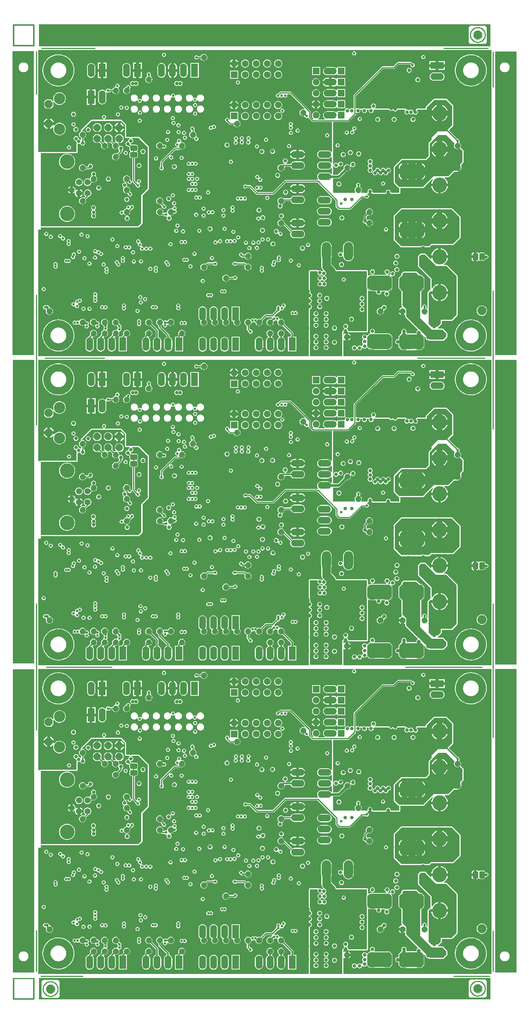
<source format=gbr>
G04 Generated on UCAM*
%FSLAX25Y25*%
%MOIN*%
%IPPOS*%
%ADD10C,0.00900*%
%ADD11C,0.00100*%
%ADD12C,0.00200*%
%ADD13C,0.00400*%
%ADD14C,0.00800*%
%ADD15C,0.01600*%
%ADD16C,0.01200*%
%ADD17C,0.06700*%
%ADD18C,0.01000*%
%ADD19C,0.02200*%
%ADD20C,0.07700*%
%ADD21C,0.03200*%
%ADD22C,0.05200*%
%ADD23C,0.02700*%
%ADD24C,0.01400*%
%ADD25C,0.01100*%
%ADD26C,0.07200*%
%ADD27C,0.04200*%
%ADD28C,0.10200*%
%ADD29R,0.06200X0.12200*%
%ADD30O,0.06200X0.12200*%
%ADD31O,0.12200X0.06200*%
%ADD32R,0.12200X0.06200*%
%ADD33C,0.08200*%
%AMBOXS*
$10=$1/2*$11=$2/2*$12=$10-$3*$13=$11-$4*
4,1-$6,8,0-$12,$11,$12,$11,$10,$13,$10,0-$13,$12,0-$11,0-$12,0-$11,0-$10,0-$13,0-$10,$13,0-$12,$11,$5*%
%ADD34BOXS,0.07203X0.07203X0.02110X0.02110X45.00X0*%
%ADD35C,0.05600*%
%ADD36C,0.13250*%
%ADD37BOXS,0.06399X0.06399X0.01874X0.01874X45.00X0*%
%ADD38O,0.08450X0.16700*%
%ADD39O,0.13200X0.13800*%
%ADD40R,0.06110X0.06110*%
%ADD41C,0.06110*%
%ADD42O,0.12010X0.06110*%
%ADD43C,0.02400*%
%ADD44C,0.03400*%
%ADD45C,0.00100*%
%ADD46C,0.00200*%
%ADD47C,0.00400*%
%ADD48C,0.00800*%
%ADD49C,0.01600*%
%ADD51C,0.08700*%
%ADD52C,0.03000*%
%ADD53C,0.01000*%
%ADD54C,0.09000*%
%SRX1Y1I0.00000J0.00000*%
%LN25543_layer6*%
%LPD*%
G36*
X517170Y438930D02*
X517650Y437790D01*
X518400Y436810*
X519380Y436050*
X520520Y435580*
X521750Y435420*
X522980Y435580*
X524120Y436050*
X525100Y436810*
X525860Y437790*
X526330Y438930*
X526490Y440160*
X526330Y441380*
X525860Y442530*
X525100Y443510*
X524120Y444260*
X522980Y444740*
X521750Y444900*
X520520Y444740*
X519380Y444260*
X518400Y443510*
X517650Y442530*
X517170Y441380*
X517010Y440160*
X499700*
Y471510*
X499630Y471900*
X499410Y472230*
X490210Y481430*
X489880Y481650*
X489480Y481730*
X487630*
X487450Y482430*
X487570Y482490*
X488710Y483430*
X489650Y484570*
X490040Y485300*
X490350Y485870*
X490695Y487010*
X512440*
X512610Y486170*
X513080Y485460*
X513800Y484980*
X514590Y484820*
X516980*
X517770Y484980*
X518490Y485460*
X518540Y485550*
X519100Y485640*
X519420Y485590*
X519910Y485260*
X520630Y485120*
X522940*
X523660Y485260*
X524270Y485670*
X524680Y486280*
X524800Y486880*
X525240Y487150*
X525520Y487240*
X525890Y487170*
X526590Y487310*
X527180Y487710*
X527580Y488300*
X527720Y489010*
X527580Y489710*
X527180Y490300*
X526590Y490700*
X525890Y490840*
X525520Y490770*
X525240Y490860*
X524800Y491130*
X524680Y491730*
X524270Y492340*
X523660Y492750*
X522940Y492890*
X520630*
X519910Y492750*
X519420Y492420*
X519100Y492370*
X518540Y492470*
X518490Y492560*
X517770Y493030*
X516980Y493190*
Y484820*
X514590*
Y487810*
X512440*
Y487010*
X490695*
X490780Y487290*
X490830Y487860*
X483380*
X475940*
X475990Y487290*
X476100Y486940*
X475660Y486680*
X475270Y487060*
X472127Y490210*
X512440*
X514590*
Y493190*
X513800Y493030*
X513080Y492560*
X512610Y491850*
X512440Y491010*
Y490210*
X472127*
X472077Y490260*
X475940*
X482180*
X484580*
X490830*
X490780Y490830*
X490350Y492240*
X489650Y493540*
X488710Y494690*
X487570Y495620*
X486270Y496320*
X484860Y496750*
X484580Y496770*
Y490260*
X482180*
Y496770*
X481910Y496750*
X480500Y496320*
X479200Y495620*
X478060Y494690*
X477120Y493540*
X476420Y492240*
X475990Y490830*
X475940Y490260*
X472077*
X470710Y491630*
X470380Y491850*
X469990Y491930*
X466590*
X466190Y491850*
X465860Y491630*
X464160Y489930*
X463940Y489600*
X463870Y489210*
Y480710*
X463940Y480320*
X464160Y479990*
X475170Y468980*
Y460360*
X475180Y460280*
Y460210*
X475220Y460090*
X475240Y459990*
Y459960*
X475190Y459600*
X475180Y459560*
Y459550*
X475050Y459270*
X474990Y459180*
X474950Y459160*
X474800Y459070*
X474790Y459050*
X474770Y459030*
X472860Y457130*
X472640Y456800*
X472570Y456410*
Y442260*
X472250Y442070*
X471870Y441970*
X471310Y442390*
X471320Y442460*
Y442520*
X471400Y442630*
X471410Y442670*
X471430Y442710*
X471440Y442870*
X471470Y443020*
Y443100*
X471430Y443260*
X471420Y443300*
X471520Y443810*
X471380Y444510*
X470980Y445100*
X470390Y445500*
X469680Y445640*
X468980Y445500*
X468390Y445100*
X467990Y444510*
X467850Y443810*
X467950Y443300*
X467940Y443260*
X467900Y443100*
Y443020*
X467930Y442870*
X467940Y442790*
X467700Y442520*
X467440Y442550*
X467000Y442850*
Y457760*
X467010*
X469430Y460180*
Y470030*
X467010Y472460*
X465780*
X463010Y475230*
X462680Y475450*
X462290Y475530*
X450890*
X450490Y475450*
X450160Y475230*
X448960Y474030*
X448740Y473700*
X448670Y473310*
Y472360*
X446330Y470030*
Y460180*
X448670Y457850*
Y445010*
X448740Y444620*
X448960Y444290*
X449440Y443810*
X449190Y443070*
X448770Y443020*
X447920Y442660*
X447190Y442100*
X446630Y441370*
X446390Y440810*
X449690*
Y439610*
X450890*
Y436320*
X451450Y436550*
X451570Y436640*
X452270Y436290*
Y434910*
X452340Y434520*
X452560Y434190*
X463460Y423290*
X463800Y422950*
X463580Y422180*
X463000Y421790*
X462510Y421060*
X462340Y420210*
Y419760*
X453990Y419740*
X453520Y420120*
X453410Y420270*
X453400Y420310*
Y420320*
X453370Y420750*
X453350Y421270*
X453320Y421440*
X453330Y421510*
X453160Y422360*
X452670Y423090*
X451940Y423580*
X451080Y423750*
X450230Y423580*
X449500Y423090*
X449010Y422360*
X448840Y421510*
X448850Y421440*
X448820Y421270*
X448800Y420720*
X448770Y420270*
X448720Y419890*
X448650Y419600*
X448580Y419380*
X448520Y419250*
X448490Y419220*
X448430Y419210*
X448300Y419160*
X448170Y419130*
X448110Y419090*
X448050Y419070*
X447950Y418980*
X447840Y418900*
X447810Y418840*
X447760Y418800*
X447710Y418670*
X447640Y418560*
X447630Y418490*
X447600Y418430*
Y418300*
X447590Y418290*
X446330Y417030*
Y414730*
X445790Y414290*
X445490Y414350*
X444630Y414180*
X443900Y413690*
X443410Y412960*
X443240Y412110*
X443260Y412020*
X443220Y411830*
X440430*
Y417070*
X438010Y419500*
X435210*
X435190*
X424600*
X424440Y419690*
X424260Y420200*
X424560Y420650*
X424730Y421510*
X424560Y422360*
X424070Y423090*
X423340Y423580*
X422490Y423750*
X421630Y423580*
X420900Y423090*
X420410Y422360*
X420240Y421510*
X420410Y420650*
X420710Y420200*
X420370Y419500*
X419760*
X418030Y417770*
X417130Y417860*
X416970Y418090*
X416240Y418580*
X415390Y418750*
X414530Y418580*
X413800Y418090*
X413310Y417360*
X413140Y416510*
X413310Y415650*
X413800Y414920*
X414010Y414780*
Y413940*
X413800Y413790*
X413310Y413060*
X413140Y412210*
X413310Y411350*
X413800Y410620*
X413940Y410530*
Y409690*
X413800Y409590*
X413310Y408860*
X413180Y408190*
X412560Y407990*
X412480Y407980*
X412470Y407990*
X411740Y408480*
X410890Y408650*
X410030Y408480*
X409300Y407990*
X408860Y407330*
X408480Y407300*
X408110Y407330*
X407670Y407990*
X406940Y408480*
X406090Y408650*
X405230Y408480*
X404500Y407990*
X404010Y407260*
X403840Y406410*
X396300*
Y413520*
X396580Y413700*
X397000Y413820*
X397620Y413350*
X398180Y413110*
X400580*
X401150Y413350*
X401880Y413910*
X402440Y414640*
X402680Y415210*
X400580*
Y413110*
X398180*
Y417610*
X400580*
X402680*
X402440Y418170*
X401880Y418900*
X401150Y419460*
X400580Y419700*
Y417610*
X398180*
Y419700*
X397620Y419460*
X397000Y418990*
X396580Y419110*
X396300Y419290*
Y420700*
X396320Y420710*
X396450Y420810*
X396590Y420910*
X396610Y420940*
X396630Y420960*
X396860Y421230*
X396880Y421280*
X396910Y421310*
X396970Y421450*
X397040Y421580*
X397050Y421630*
X397070Y421680*
X397200Y422340*
X397460Y422730*
X397610Y422830*
X397680Y422900*
X397760Y422960*
X397820Y423040*
X397890Y423110*
X397930Y423210*
X397970Y423220*
X398310Y423260*
X398650Y423220*
X398690Y423210*
X398730Y423110*
X398800Y423040*
X398860Y422960*
X398940Y422900*
X399010Y422830*
X399160Y422730*
X399420Y422340*
X399550Y421680*
X399570Y421630*
X399580Y421580*
X399650Y421450*
X399710Y421310*
X399740Y421280*
X399770Y421230*
X400070Y420860*
X400110Y420830*
X400140Y420790*
X400260Y420700*
X400380Y420610*
X400430Y420590*
X400470Y420560*
X400620Y420540*
X400760Y420490*
X400810Y420500*
X400860Y420490*
X417390*
X417780Y420560*
X418110Y420790*
X418330Y421120*
X418400Y421510*
Y439610*
X426460*
X426570Y438770*
X426890Y437990*
X427400Y437320*
X428070Y436810*
X428850Y436490*
X429690Y436380*
X430520Y436490*
X431300Y436810*
X431970Y437320*
X432480Y437990*
X432652Y438410*
X446390*
X446630Y437840*
X447190Y437110*
X447920Y436550*
X448480Y436320*
Y438410*
X446390*
X432652*
X432800Y438770*
X432910Y439610*
X432860Y439990*
X433220Y440590*
X433400Y440640*
X433570Y440680*
X433590Y440690*
X433600Y440700*
X433750Y440810*
X433890Y440920*
X433900Y440930*
X433920Y440950*
X433980Y441060*
X434670Y441520*
X435160Y442250*
X435330Y443110*
X435160Y443960*
X434670Y444690*
X433940Y445180*
X433090Y445350*
X432230Y445180*
X431500Y444690*
X431010Y443960*
X430980Y443820*
X430860Y443730*
X430850Y443720*
X430830Y443710*
X430740Y443550*
X430640Y443400*
Y443380*
X430630Y443370*
X430600Y443190*
X430570Y443010*
X429920Y442800*
X429690Y442830*
X428850Y442720*
X428070Y442400*
X427400Y441890*
X426890Y441220*
X426570Y440440*
X426460Y439610*
X418400*
Y458230*
X419050Y458500*
X419760Y457800*
X424000*
X424620Y457710*
X425650*
X426090Y457170*
X426040Y456910*
X426210Y456050*
X426700Y455320*
X427430Y454830*
X428280Y454660*
X429140Y454830*
X429870Y455320*
X430360Y456050*
X430530Y456910*
X430480Y457170*
X430920Y457710*
X433720*
X433930Y457010*
X433900Y456990*
X433410Y456260*
X433240Y455410*
X433410Y454550*
X433900Y453820*
X434630Y453330*
X435480Y453160*
X436340Y453330*
X437070Y453820*
X437560Y454550*
X437730Y455410*
X437560Y456260*
X437070Y456990*
X436920Y457100*
X437130Y457800*
X438010*
X440430Y460220*
Y470070*
X439630Y470870*
X439920Y471500*
X439960Y471530*
X440780Y471360*
X441640Y471530*
X442370Y472020*
X442860Y472750*
X443030Y473610*
X442860Y474460*
X442370Y475190*
X441640Y475680*
X440780Y475850*
X439930Y475680*
X439200Y475190*
X438710Y474460*
X438540Y473610*
X438710Y472790*
X438680Y472740*
X438050Y472450*
X438010Y472500*
X436620*
X436550Y473200*
X436740Y473230*
X437470Y473720*
X437960Y474450*
X438130Y475310*
X437960Y476160*
X437470Y476890*
X436740Y477380*
X436590Y477410*
X442440*
X442610Y476550*
X443100Y475820*
X443830Y475330*
X444680Y475160*
X445540Y475330*
X446270Y475820*
X446760Y476550*
X446930Y477410*
X446760Y478260*
X446270Y478990*
X445540Y479480*
X444680Y479650*
X443830Y479480*
X443100Y478990*
X442610Y478260*
X442440Y477410*
X436590*
X435890Y477550*
X435030Y477380*
X434300Y476890*
X433810Y476160*
X433640Y475310*
X433810Y474450*
X434300Y473720*
X435030Y473230*
X435220Y473200*
X435210Y472770*
X435190Y472500*
X424540*
X424520*
X422720*
X422650Y473200*
X423340Y473330*
X424070Y473820*
X424560Y474550*
X424730Y475410*
X424560Y476260*
X424070Y476990*
X423340Y477480*
X422490Y477650*
X421630Y477480*
X420900Y476990*
X420410Y476260*
X420240Y475410*
X420410Y474550*
X420900Y473820*
X421630Y473330*
X422320Y473200*
X422250Y472500*
X419760*
X419050Y471790*
X418400Y472060*
Y475910*
X418330Y476300*
X418110Y476630*
X417780Y476850*
X417390Y476930*
X389540*
X389520Y477070*
X389070Y478150*
X388360Y479080*
X385430Y482010*
X392240*
X392410Y481150*
X392900Y480420*
X393630Y479930*
X394480Y479760*
X395340Y479930*
X396070Y480420*
X396560Y481150*
X396730Y482010*
X396560Y482860*
X396191Y483410*
X441440*
X441610Y482550*
X442100Y481820*
X442830Y481330*
X443690Y481160*
X444540Y481330*
X445270Y481820*
X445760Y482550*
X445930Y483410*
X445760Y484260*
X445270Y484990*
X444540Y485480*
X443690Y485650*
X442830Y485480*
X442100Y484990*
X441610Y484260*
X441440Y483410*
X396191*
X396070Y483590*
X395340Y484080*
X394480Y484250*
X393630Y484080*
X392900Y483590*
X392410Y482860*
X392240Y482010*
X385430*
X385270Y482170*
Y488010*
X385490Y488520*
X385650Y489780*
Y491110*
X391340*
X391510Y490250*
X392000Y489520*
X392730Y489030*
X393580Y488860*
X394440Y489030*
X395170Y489520*
X395230Y489610*
X395960Y489440*
X396080Y488520*
X396570Y487350*
X397340Y486340*
X398350Y485570*
X399530Y485080*
X400790Y484910*
X402040Y485080*
X403220Y485570*
X404230Y486340*
X405000Y487350*
X405490Y488520*
X405603Y489410*
X442540*
X442710Y488550*
X443200Y487820*
X443930Y487330*
X444790Y487160*
X445640Y487330*
X446370Y487820*
X446860Y488550*
X447030Y489410*
X446860Y490260*
X446370Y490990*
X445640Y491480*
X444790Y491650*
X443930Y491480*
X443200Y490990*
X442710Y490260*
X442540Y489410*
X405603*
X405650Y489780*
Y498030*
X405490Y499290*
X405000Y500460*
X404230Y501470*
X403220Y502250*
X402040Y502730*
X400790Y502900*
X399530Y502730*
X398350Y502250*
X397340Y501470*
X396570Y500460*
X396080Y499290*
X395920Y498030*
Y492830*
X395220Y492620*
X395170Y492690*
X394440Y493180*
X393580Y493350*
X392730Y493180*
X392000Y492690*
X391510Y491960*
X391340Y491110*
X385650*
Y498030*
X385490Y499290*
X385000Y500460*
X384230Y501470*
X383220Y502250*
X382040Y502730*
X380780Y502900*
X379530Y502730*
X378350Y502250*
X377340Y501470*
X376570Y500460*
X376080Y499290*
X375920Y498030*
Y489780*
X376080Y488520*
X376300Y488010*
Y480310*
X376450Y479140*
X376550Y478900*
X376570Y478770*
X376890Y477990*
X377400Y477320*
X377550Y477210*
X377610Y477130*
X377840Y476900*
X377690Y476240*
X377600Y476160*
X377440Y476050*
X376570Y476090*
X375840Y476580*
X374990Y476750*
X374130Y476580*
X373470Y476630*
X373420Y476660*
X373390Y476690*
X373260Y476770*
X373130Y476850*
X373080Y476860*
X373040Y476880*
X372890Y476900*
X372740Y476930*
X366190*
X365790Y476850*
X365590Y476770*
X365260Y476540*
X365040Y476210*
X364970Y475820*
Y458970*
X364980Y458870*
Y458770*
X365020Y458680*
X365040Y458580*
X365100Y458500*
X365140Y458410*
X365300Y458170*
X365390Y457710*
X365290Y457220*
X365270Y457200*
X365230Y457060*
X365170Y456920*
Y456870*
X365160Y456810*
X365170Y456670*
Y456520*
X365190Y456470*
X365200Y456420*
X365360Y455910*
Y455900*
X365370Y455890*
X365460Y455720*
X365550Y455560*
X365560Y455550*
Y455540*
X365610Y455490*
X365720Y455400*
X365820Y455300*
X366340Y454960*
X366600Y454570*
X366690Y454110*
X366600Y453650*
X366340Y453260*
X365950Y452990*
X365790Y452960*
X365690Y452920*
X365590Y452900*
X365510Y452850*
X365420Y452810*
X365350Y452740*
X365260Y452680*
X365210Y452600*
X365140Y452530*
X365100Y452440*
X365040Y452350*
X365020Y452250*
X364980Y452160*
Y452060*
X364970Y451960*
Y451150*
X364980Y451050*
Y450950*
X365020Y450860*
X365040Y450760*
X365100Y450680*
X365140Y450580*
X365210Y450510*
X365260Y450430*
X365350Y450370*
X365420Y450300*
X365510Y450260*
X365590Y450210*
X365690Y450190*
X365790Y450150*
X365950Y450120*
X366340Y449860*
X366600Y449470*
X366690Y449010*
X366600Y448550*
X366340Y448160*
X365950Y447890*
X365790Y447860*
X365690Y447820*
X365590Y447800*
X365510Y447750*
X365420Y447710*
X365350Y447640*
X365260Y447580*
X365210Y447500*
X365140Y447430*
X365100Y447340*
X365040Y447250*
X365020Y447150*
X364980Y447060*
Y446960*
X364970Y446860*
Y445950*
X364980Y445850*
Y445750*
X365020Y445660*
X365040Y445560*
X365100Y445480*
X365140Y445380*
X365210Y445310*
X365260Y445230*
X365350Y445170*
X365420Y445100*
X365510Y445060*
X365590Y445010*
X365690Y444990*
X365790Y444950*
X365950Y444920*
X366340Y444660*
X366600Y444270*
X366690Y443810*
X366600Y443350*
X366340Y442960*
X365950Y442690*
X365790Y442660*
X365690Y442620*
X365590Y442600*
X365510Y442550*
X365420Y442510*
X365350Y442440*
X365260Y442380*
X365210Y442300*
X365140Y442230*
X365100Y442140*
X365040Y442050*
X365020Y441950*
X364980Y441860*
Y441760*
X364970Y441660*
Y412860*
X364980Y412770*
Y412670*
X365010Y412600*
X365110Y412130*
X365010Y411660*
X364980Y411600*
Y411500*
X364970Y411400*
Y399110*
X364900Y399020*
X119100*
Y417720*
X123300*
X123480Y415450*
X124010Y413240*
X124880Y411140*
X126070Y409200*
X127550Y407470*
X129280Y405990*
X131220Y404800*
X133320Y403930*
X135530Y403400*
X137800Y403220*
X140060Y403400*
X142270Y403930*
X144370Y404800*
X146310Y405990*
X147292Y406830*
X162380*
X162510Y405870*
X162880Y404970*
X163470Y404190*
X164240Y403600*
X165140Y403230*
X166110Y403100*
X167080Y403230*
X167980Y403600*
X168750Y404190*
X169340Y404970*
X169710Y405870*
X169840Y406830*
X172380*
X172510Y405870*
X172880Y404970*
X173470Y404190*
X174240Y403600*
X175140Y403230*
X176110Y403100*
X177080Y403230*
X177980Y403600*
X178750Y404190*
X179340Y404970*
X179720Y405870*
X179840Y406830*
X182380*
X182510Y405870*
X182880Y404970*
X183470Y404190*
X184240Y403600*
X185140Y403230*
X186110Y403100*
X186334Y403130*
X192410*
X199810*
Y406830*
X213560*
X213690Y405870*
X214060Y404970*
X214650Y404190*
X215430Y403600*
X216330Y403230*
X217290Y403100*
X218260Y403230*
X219160Y403600*
X219930Y404190*
X220520Y404970*
X220900Y405870*
X221020Y406830*
Y412830*
X220900Y413800*
X220520Y414700*
X219930Y415470*
X219640Y415700*
X219650Y415890*
X219870Y416400*
X220520Y416490*
X221300Y416810*
X221970Y417320*
X222480Y417990*
X222800Y418770*
X222910Y419610*
X222800Y420440*
X222480Y421220*
X221970Y421890*
X221300Y422400*
X220520Y422720*
X219690Y422830*
X218850Y422720*
X218070Y422400*
X217400Y421890*
X216890Y421220*
X216570Y420440*
X216460Y419610*
X216570Y418770*
X216730Y418380*
X216430Y418080*
X216160Y417680*
X216070Y417210*
Y416330*
X215430Y416060*
X214650Y415470*
X214060Y414700*
X213690Y413800*
X213560Y412830*
Y406830*
X199810*
Y416400*
X200520Y416490*
X201300Y416810*
X201970Y417320*
X202480Y417990*
X202800Y418770*
X202910Y419610*
X202800Y420440*
X202480Y421220*
X201970Y421890*
X201300Y422400*
X200520Y422720*
X199690Y422830*
X198850Y422720*
X198070Y422400*
X197400Y421890*
X196890Y421220*
X196570Y420440*
X196460Y419610*
X196570Y418770*
X196730Y418380*
X195250Y416900*
X195000Y416530*
X192410*
Y403130*
X186334*
X187080Y403230*
X187980Y403600*
X188750Y404190*
X189340Y404970*
X189720Y405870*
X189840Y406830*
Y412830*
X189720Y413800*
X189340Y414700*
X188780Y415430*
X188760Y415550*
X188850Y416250*
X189130Y416450*
X189680Y416380*
X190520Y416490*
X191300Y416810*
X191970Y417320*
X192480Y417990*
X192800Y418770*
X192910Y419610*
X192800Y420440*
X192680Y420750*
X192800Y420990*
X193150Y421420*
X193710Y421540*
X194310Y421930*
X194710Y422530*
X194850Y423230*
X194710Y423930*
X194340Y424490*
X194410Y424530*
X194810Y425130*
X194950Y425830*
X194810Y426530*
X194410Y427130*
X194310Y427200*
X194290Y427240*
X194230Y427410*
X194220Y427430*
X194210Y427450*
X194090Y427580*
X193970Y427710*
X193950Y427720*
X193940Y427740*
X193770Y427810*
X193630Y427880*
X193610Y427890*
X193590Y427900*
X193580*
X193560Y427920*
X193540Y427930*
X193370Y428070*
X193310Y428130*
X209070*
X209210Y427430*
X209610Y426830*
X210210Y426440*
X210910Y426300*
X211610Y426440*
X212210Y426830*
X212610Y427430*
X212750Y428130*
X212610Y428830*
X212590Y428850*
X212210Y429430*
X212328Y429610*
X216460*
X216570Y428770*
X216890Y427990*
X217400Y427320*
X218070Y426810*
X218850Y426490*
X219690Y426380*
X220520Y426490*
X220910Y426650*
X226070Y421490*
Y416330*
X225430Y416060*
X224650Y415470*
X224060Y414700*
X223690Y413800*
X223560Y412830*
Y406830*
X223690Y405870*
X224060Y404970*
X224650Y404190*
X225430Y403600*
X226330Y403230*
X227290Y403100*
X228260Y403230*
X229160Y403600*
X229930Y404190*
X230520Y404970*
X230900Y405870*
X231020Y406830*
Y412830*
X230900Y413800*
X230520Y414700*
X229930Y415470*
X229160Y416060*
X228510Y416330*
Y422000*
X228420Y422470*
X228160Y422870*
X222640Y428380*
X222800Y428770*
X222910Y429610*
X226460*
X226570Y428770*
X226890Y427990*
X227400Y427320*
X228070Y426810*
X228460Y426650*
Y425310*
X228550Y424840*
X228820Y424440*
X236060Y417200*
Y416330*
X235430Y416060*
X234650Y415470*
X234060Y414700*
X233690Y413800*
X233560Y412830*
Y406830*
X233690Y405870*
X234060Y404970*
X234650Y404190*
X235430Y403600*
X236330Y403230*
X237290Y403100*
X237514Y403130*
X243590*
X250990*
Y406830*
X264740*
X264870Y405870*
X265240Y404970*
X265830Y404190*
X266610Y403600*
X267510Y403230*
X268470Y403100*
X269440Y403230*
X270340Y403600*
X271110Y404190*
X271700Y404970*
X272080Y405870*
X272200Y406830*
X274740*
X274870Y405870*
X275240Y404970*
X275830Y404190*
X276610Y403600*
X277510Y403230*
X278470Y403100*
X279440Y403230*
X280340Y403600*
X281110Y404190*
X281700Y404970*
X282080Y405870*
X282200Y406830*
X284740*
X284870Y405870*
X285240Y404970*
X285830Y404190*
X286610Y403600*
X287510Y403230*
X288470Y403100*
X288694Y403130*
X294770*
X302170*
Y406870*
X315960*
X316090Y405910*
X316460Y405000*
X317050Y404230*
X317830Y403640*
X318730Y403270*
X319690Y403140*
X320660Y403270*
X321560Y403640*
X322330Y404230*
X322920Y405000*
X323300Y405910*
X323420Y406870*
X325960*
X326090Y405910*
X326460Y405000*
X327050Y404230*
X327830Y403640*
X328730Y403270*
X329690Y403140*
X330660Y403270*
X331560Y403640*
X332330Y404230*
X332920Y405000*
X333300Y405910*
X333420Y406870*
X335960*
X336090Y405910*
X336460Y405000*
X337050Y404230*
X337830Y403640*
X338730Y403270*
X339690Y403140*
X340660Y403270*
X341560Y403640*
X342330Y404230*
X342920Y405000*
X343300Y405910*
X343420Y406870*
Y412870*
X343300Y413840*
X342920Y414740*
X342330Y415510*
X341560Y416100*
X341490Y416130*
X341410Y416410*
X341430Y416910*
X341970Y417320*
X342480Y417990*
X342800Y418770*
X342910Y419610*
X342800Y420440*
X342480Y421220*
X341970Y421890*
X341300Y422400*
X340520Y422720*
X339690Y422830*
X338850Y422720*
X338070Y422400*
X337400Y421890*
X336890Y421220*
X336570Y420440*
X336460Y419610*
X336570Y418770*
X336890Y417990*
X337400Y417320*
X337940Y416910*
X337970Y416420*
X337890Y416130*
X337830Y416100*
X337050Y415510*
X336460Y414740*
X336090Y413840*
X335960Y412870*
Y406870*
X333420*
Y412870*
X333300Y413840*
X332920Y414740*
X332330Y415510*
X331560Y416100*
X331490Y416130*
X331410Y416410*
X331430Y416910*
X331970Y417320*
X332480Y417990*
X332800Y418770*
X332910Y419610*
X332800Y420440*
X332480Y421220*
X331970Y421890*
X331300Y422400*
X330520Y422720*
X329680Y422830*
X328850Y422720*
X328070Y422400*
X327400Y421890*
X326890Y421220*
X326570Y420440*
X326460Y419610*
X326570Y418770*
X326890Y417990*
X327400Y417320*
X327940Y416910*
X327970Y416420*
X327890Y416130*
X327830Y416100*
X327050Y415510*
X326460Y414740*
X326090Y413840*
X325960Y412870*
Y406870*
X323420*
Y412870*
X323300Y413840*
X322920Y414740*
X322330Y415510*
X321560Y416100*
X320660Y416480*
X319690Y416600*
X318730Y416480*
X317830Y416100*
X317050Y415510*
X316460Y414740*
X316090Y413840*
X315960Y412870*
Y406870*
X302170*
Y416530*
X294770*
Y403130*
X288694*
X289440Y403230*
X290340Y403600*
X291110Y404190*
X291700Y404970*
X292080Y405870*
X292200Y406830*
Y412830*
X292080Y413800*
X291700Y414700*
X291110Y415470*
X290340Y416060*
X289440Y416440*
X288470Y416560*
X287510Y416440*
X286610Y416060*
X285830Y415470*
X285240Y414700*
X284870Y413800*
X284740Y412830*
Y406830*
X282200*
Y412830*
X282080Y413800*
X281700Y414700*
X281110Y415470*
X280340Y416060*
X279440Y416440*
X278470Y416560*
X277510Y416440*
X276610Y416060*
X275830Y415470*
X275240Y414700*
X274870Y413800*
X274740Y412830*
Y406830*
X272200*
Y412830*
X272080Y413800*
X271700Y414700*
X271110Y415470*
X270340Y416060*
X269440Y416440*
X268470Y416560*
X267510Y416440*
X266610Y416060*
X265830Y415470*
X265240Y414700*
X264870Y413800*
X264740Y412830*
Y406830*
X250990*
Y416530*
X251510Y416970*
X251970Y417320*
X252480Y417990*
X252800Y418770*
X252910Y419610*
X252800Y420440*
X252480Y421220*
X251970Y421890*
X251300Y422400*
X250520Y422720*
X249690Y422830*
X248850Y422720*
X248070Y422400*
X247400Y421890*
X246890Y421220*
X246570Y420440*
X246460Y419610*
X246570Y418770*
X246730Y418380*
X246430Y418080*
X246160Y417680*
X246070Y417210*
Y416530*
X243590*
Y403130*
X237514*
X238260Y403230*
X239160Y403600*
X239930Y404190*
X240520Y404970*
X240900Y405870*
X241020Y406830*
Y412830*
X240900Y413800*
X240520Y414700*
X239930Y415470*
X239160Y416060*
X238510Y416330*
Y417710*
X238420Y418170*
X238150Y418570*
X230910Y425810*
Y426650*
X231300Y426810*
X231970Y427320*
X232230Y427660*
X232880Y427370*
X232770Y426830*
X232910Y426130*
X233310Y425530*
X233910Y425140*
X234610Y425000*
X235310Y425140*
X235910Y425530*
X236310Y426130*
X236450Y426830*
X236940Y427520*
X236970Y427530*
X237210Y427570*
X237400Y427320*
X238070Y426810*
X238850Y426490*
X239690Y426380*
X240520Y426490*
X241300Y426810*
X241970Y427320*
X242480Y427990*
X242800Y428770*
X242834Y429030*
X247780*
X247910Y428330*
X248310Y427730*
X248910Y427340*
X249610Y427200*
X250310Y427340*
X250910Y427730*
X251010*
X251610Y427340*
X252310Y427200*
X253010Y427340*
X253610Y427730*
X254010Y428330*
X254150Y429030*
X254010Y429730*
X253610Y430330*
X253010Y430730*
X252310Y430870*
X251610Y430730*
X251010Y430330*
X250910*
X250310Y430730*
X249610Y430870*
X248910Y430730*
X248310Y430330*
X247910Y429730*
X247780Y429030*
X242834*
X242910Y429610*
X242800Y430440*
X242480Y431220*
X241970Y431890*
X241300Y432400*
X240520Y432720*
X239690Y432830*
X238850Y432720*
X238070Y432400*
X237400Y431890*
X236890Y431220*
X236610Y430850*
X236430Y430880*
X236250Y430930*
X236160*
X236110*
X236070Y430940*
X236040*
X236030*
Y430950*
X236020*
X235910Y431020*
X235760Y431120*
X235740*
X235720Y431130*
X235540Y431160*
X235370Y431200*
X235350Y431190*
X235320*
X235150Y431150*
X235090Y431140*
X234580Y431240*
X233880Y431100*
X233420Y430790*
X232850Y430850*
X232600Y430930*
X232480Y431220*
X231970Y431890*
X231300Y432400*
X230520Y432720*
X229680Y432830*
X228850Y432720*
X228070Y432400*
X227400Y431890*
X226890Y431220*
X226570Y430440*
X226460Y429610*
X222910*
X222800Y430440*
X222480Y431220*
X221970Y431890*
X221300Y432400*
X220520Y432720*
X219690Y432830*
X218850Y432720*
X218070Y432400*
X217400Y431890*
X216890Y431220*
X216570Y430440*
X216460Y429610*
X212328*
X212590Y430010*
X212610Y430030*
X212750Y430730*
X212610Y431430*
X212210Y432030*
X211610Y432430*
X210910Y432570*
X210210Y432430*
X209610Y432030*
X209210Y431430*
X209070Y430730*
X209210Y430030*
X209230Y430010*
X209610Y429430*
X209230Y428850*
X209210Y428830*
X209070Y428130*
X193310*
X193260Y428160*
X193220Y428210*
X193090Y428270*
X192980Y428350*
X192850Y428640*
X192840Y429090*
X192910Y429610*
X192800Y430440*
X192480Y431220*
X191970Y431890*
X191300Y432400*
X190520Y432720*
X189680Y432830*
X188850Y432720*
X188070Y432400*
X187400Y431890*
X186890Y431220*
X186570Y430440*
X186460Y429610*
X186570Y428770*
X186890Y427990*
X187400Y427320*
X188070Y426810*
X188850Y426490*
X189680Y426380*
X190500Y426490*
X190590Y426420*
X191040Y425960*
Y425920*
X191050Y425890*
Y425860*
X191120Y425710*
X191180Y425550*
X191200Y425530*
X191210Y425500*
X191330Y425380*
X191370Y425340*
X191410Y425130*
X191780Y424580*
X191710Y424530*
X191310Y423930*
X191170Y423230*
X191180Y423210*
X190570Y422710*
X190520Y422720*
X189680Y422830*
X188850Y422720*
X188070Y422400*
X187400Y421890*
X186890Y421220*
X186570Y420440*
X186460Y419610*
X186570Y418770*
X186730Y418380*
X185250Y416900*
X184980Y416500*
X184950Y416360*
X184240Y416060*
X183470Y415470*
X182880Y414700*
X182510Y413800*
X182380Y412830*
Y406830*
X179840*
Y412830*
X179720Y413800*
X179340Y414700*
X178780Y415430*
X178760Y415550*
X178850Y416250*
X179130Y416450*
X179680Y416380*
X180520Y416490*
X181300Y416810*
X181970Y417320*
X182480Y417990*
X182800Y418770*
X182910Y419610*
X182800Y420440*
X182480Y421220*
X181970Y421890*
X181790Y422030*
X181810Y422710*
X182210Y423300*
X182350Y424010*
X182210Y424710*
X181870Y425210*
X182210Y425700*
X182350Y426410*
X182240Y426910*
X182260Y426970*
X182300Y427150*
Y427190*
X182270Y427360*
X182240Y427540*
X182230Y427560*
X182220Y427580*
X182200Y427620*
X182480Y427990*
X182800Y428770*
X182910Y429610*
X182800Y430440*
X182480Y431220*
X181970Y431890*
X181300Y432400*
X180520Y432720*
X179680Y432830*
X178850Y432720*
X178070Y432400*
X177400Y431890*
X176890Y431220*
X176570Y430440*
X176460Y429610*
X176570Y428770*
X176890Y427990*
X177400Y427320*
X178070Y426810*
X178700Y426550*
X178670Y426410*
X178810Y425700*
X179150Y425210*
X178810Y424710*
X178670Y424010*
X178790Y423420*
X178800Y423280*
X178470Y422570*
X178070Y422400*
X177400Y421890*
X176890Y421220*
X176570Y420440*
X176460Y419610*
X176570Y418770*
X176730Y418380*
X175250Y416900*
X174980Y416500*
X174950Y416360*
X174240Y416060*
X173470Y415470*
X172880Y414700*
X172510Y413800*
X172380Y412830*
Y406830*
X169840*
Y412830*
X169710Y413800*
X169340Y414700*
X168780Y415430*
X168760Y415550*
X168850Y416250*
X169130Y416450*
X169680Y416380*
X170520Y416490*
X171300Y416810*
X171970Y417320*
X172480Y417990*
X172800Y418770*
X172910Y419610*
X172800Y420440*
X172480Y421220*
X171970Y421890*
X171300Y422400*
X170520Y422720*
X169680Y422830*
X168850Y422720*
X168070Y422400*
X167400Y421890*
X166890Y421220*
X166570Y420440*
X166460Y419610*
X166570Y418770*
X166730Y418380*
X165250Y416900*
X164980Y416500*
X164950Y416360*
X164240Y416060*
X163470Y415470*
X162880Y414700*
X162510Y413800*
X162380Y412830*
Y406830*
X147292*
X148040Y407470*
X149520Y409200*
X150710Y411140*
X151580Y413240*
X152110Y415450*
X152290Y417720*
X152110Y419980*
X151580Y422200*
X150710Y424300*
X149520Y426240*
X148040Y427960*
X146439Y429330*
X150700*
X150840Y428630*
X151230Y428030*
X151830Y427640*
X152530Y427500*
X153230Y427640*
X153370Y427730*
X153920Y427990*
X154470Y427730*
X154610Y427640*
X155310Y427500*
X156010Y427640*
X156220Y427780*
X156730Y427940*
X157170Y427630*
X157400Y427320*
X158070Y426810*
X158850Y426490*
X159690Y426380*
X160520Y426490*
X161240Y426790*
X161460Y426680*
X161860Y426360*
Y426340*
X161780Y425930*
X161910Y425230*
X162310Y424630*
X162910Y424240*
X163610Y424100*
X164310Y424240*
X164910Y424630*
X165310Y425230*
X165450Y425930*
X165310Y426630*
X164910Y427230*
X165310Y427830*
X165450Y428530*
X165310Y429230*
X165057Y429610*
X166460*
X166570Y428770*
X166890Y427990*
X167400Y427320*
X168070Y426810*
X168850Y426490*
X169680Y426380*
X170520Y426490*
X170790Y426600*
X171410Y426100*
X171380Y425930*
X171510Y425230*
X171910Y424630*
X172510Y424240*
X173210Y424100*
X173910Y424240*
X174510Y424630*
X174910Y425230*
X175050Y425930*
X174910Y426630*
X174510Y427230*
X174910Y427830*
X175050Y428530*
X174910Y429230*
X174510Y429830*
X173910Y430230*
X173210Y430370*
X172970Y430320*
X172800Y430440*
X172480Y431220*
X171970Y431890*
X171300Y432400*
X170520Y432720*
X169680Y432830*
X168850Y432720*
X168070Y432400*
X167400Y431890*
X166890Y431220*
X166570Y430440*
X166460Y429610*
X165057*
X164910Y429830*
X164310Y430230*
X163610Y430370*
X163490Y430340*
X162800Y430440*
X162480Y431220*
X161970Y431890*
X161300Y432400*
X160520Y432720*
X159690Y432830*
X158850Y432720*
X158070Y432400*
X157400Y431890*
X156890Y431220*
X156040Y431010*
X156010Y431030*
X155310Y431170*
X154610Y431030*
X154470Y430930*
X153920Y430670*
X153370Y430930*
X153230Y431030*
X152530Y431170*
X151830Y431030*
X151230Y430630*
X150840Y430030*
X150700Y429330*
X146439*
X146310Y429440*
X144370Y430630*
X142270Y431500*
X140060Y432030*
X137800Y432210*
X135530Y432030*
X133320Y431500*
X131220Y430630*
X129280Y429440*
X127550Y427960*
X126070Y426240*
X124880Y424300*
X124010Y422200*
X123480Y419980*
X123300Y417720*
X119100*
Y434390*
X264740*
X264870Y433420*
X265240Y432520*
X265830Y431750*
X266610Y431160*
X266740Y430850*
X266570Y430440*
X266460Y429610*
X266570Y428770*
X266890Y427990*
X267400Y427320*
X268070Y426810*
X268850Y426490*
X269690Y426380*
X270520Y426490*
X271300Y426810*
X271970Y427320*
X272480Y427990*
X272800Y428770*
X272910Y429610*
X272800Y430440*
X272480Y431220*
X271970Y431890*
X271770Y432040*
X271700Y432520*
X272080Y433420*
X272200Y434390*
X274740*
X274870Y433420*
X275240Y432520*
X275830Y431750*
X276610Y431160*
X276740Y430850*
X276570Y430440*
X276460Y429610*
X276570Y428770*
X276890Y427990*
X277400Y427320*
X278070Y426810*
X278850Y426490*
X279680Y426380*
X280520Y426490*
X281300Y426810*
X281970Y427320*
X282480Y427990*
X282800Y428770*
X282910Y429610*
X282800Y430440*
X282480Y431220*
X281970Y431890*
X281770Y432040*
X281700Y432520*
X282080Y433420*
X282200Y434390*
X284740*
X284870Y433420*
X285240Y432520*
X285830Y431750*
X286610Y431160*
X286740Y430850*
X286570Y430440*
X286460Y429610*
X286570Y428770*
X286890Y427990*
X287400Y427320*
X288070Y426810*
X288850Y426490*
X289690Y426380*
X290520Y426490*
X291300Y426810*
X291970Y427320*
X292480Y427990*
X292800Y428770*
X292910Y429610*
X292800Y430440*
X292697Y430690*
X294770*
X295960*
X296510Y429990*
X296460Y429610*
X296570Y428770*
X296890Y427990*
X297400Y427320*
X298070Y426810*
X298850Y426490*
X299690Y426380*
X300520Y426490*
X301300Y426810*
X301970Y427320*
X302480Y427990*
X302800Y428770*
X302910Y429610*
X306460*
X306570Y428770*
X306890Y427990*
X307400Y427320*
X308070Y426810*
X308560Y426610*
Y423510*
X308650Y423080*
X308890Y422710*
X309490Y422110*
X309530Y421940*
X309560Y421760*
X309570Y421740*
Y421720*
X309670Y421570*
X309770Y421420*
X309810Y421370*
X309830Y421350*
X309840Y421330*
X309850Y421320*
Y421310*
X309860Y421300*
Y421250*
X309870Y421190*
X309910Y421010*
X309940Y420830*
X309950Y420820*
Y420800*
X310060Y420650*
X310160Y420500*
X310180Y420490*
Y420480*
X310340Y420380*
X310400Y420340*
X310690Y419910*
X311280Y419510*
X311980Y419370*
X312690Y419510*
X313280Y419910*
X313680Y420500*
X313820Y421210*
X313680Y421910*
X313280Y422500*
X312850Y422790*
X312810Y422850*
X312710Y423010*
X312700Y423020*
Y423030*
X312540Y423130*
X312390Y423240*
X312380*
X312360Y423250*
X312180Y423280*
X312000Y423330*
X311940*
X311920*
X311910*
X311890Y423340*
X311880*
X311870*
X311860Y423350*
X311840Y423360*
X311820Y423380*
X311770Y423430*
X311620Y423520*
X311470Y423620*
X311450Y423630*
X311430Y423640*
X311250Y423660*
X311080Y423700*
X310810Y423970*
Y426610*
X311300Y426810*
X311970Y427320*
X312480Y427990*
X312800Y428770*
X312850Y429160*
X312930Y429260*
X313560Y429650*
X313590*
X313980Y429570*
X314690Y429710*
X314700Y429720*
X315280Y430110*
X315870Y429720*
X315880Y429710*
X316460Y429600*
X316570Y428770*
X316890Y427990*
X317400Y427320*
X318070Y426810*
X318850Y426490*
X319690Y426380*
X320520Y426490*
X321300Y426810*
X321970Y427320*
X322480Y427990*
X322800Y428770*
X322910Y429610*
X322800Y430440*
X322640Y430830*
X326190Y434380*
X331230*
X331460Y434170*
X331530Y433990*
X331580Y433680*
X331380Y433450*
X331320Y433390*
X331230Y433250*
X331130Y433130*
X330770Y432870*
X330560Y432750*
X330360*
X329680Y432830*
X328850Y432720*
X328070Y432400*
X327400Y431890*
X326890Y431220*
X326570Y430440*
X326460Y429610*
X326570Y428770*
X326890Y427990*
X327400Y427320*
X328070Y426810*
X328850Y426490*
X329680Y426380*
X330520Y426490*
X331300Y426810*
X331970Y427320*
X332480Y427990*
X332800Y428770*
X332910Y429610*
X332820Y430300*
X332950Y430520*
X333040Y430640*
X333360Y430920*
X333380*
X333540Y430950*
X333570Y430970*
X333600Y430980*
X333730Y431080*
X333770Y431110*
X334290Y431210*
X334840Y431580*
X335380Y431210*
X336090Y431070*
X336570Y430450*
Y430440*
X336460Y429610*
X336570Y428770*
X336890Y427990*
X337400Y427320*
X338070Y426810*
X338850Y426490*
X339690Y426380*
X340520Y426490*
X340910Y426650*
X348470Y419090*
Y416570*
X345990*
Y403170*
X353390*
Y416570*
X350920*
Y419600*
X350820Y420070*
X350560Y420460*
X342640Y428380*
X342800Y428770*
X342910Y429610*
X342800Y430440*
X342480Y431220*
X341970Y431890*
X341300Y432400*
X340520Y432720*
X339690Y432830*
X338850Y432720*
X338580Y432610*
X338360Y432710*
X337890Y433080*
X337780Y433610*
X337380Y434200*
X336790Y434600*
X336090Y434740*
X335380Y434600*
X334840Y434240*
X334290Y434600*
X333800Y434700*
X333530Y435290*
X333520Y435410*
X336220Y438110*
X348450*
X348590Y437400*
X348990Y436810*
X349580Y436410*
X350290Y436270*
X350990Y436410*
X351000Y436420*
X351590Y436810*
X352170Y436420*
X352180Y436410*
X352890Y436270*
X353590Y436410*
X354180Y436810*
X354580Y437400*
X354720Y438110*
X354580Y438810*
X354180Y439400*
X353590Y439800*
X352890Y439940*
X352180Y439800*
X352170Y439790*
X351590Y439410*
X351000Y439790*
X350990Y439800*
X350290Y439940*
X349580Y439800*
X348990Y439400*
X348590Y438810*
X348450Y438110*
X336220*
X336380Y438270*
X336560Y438310*
X336750Y438340*
X336760Y438350*
X336770*
X336920Y438460*
X337080Y438560*
X337150Y438620*
X337190Y438650*
X337220Y438680*
X337240Y438690*
X337250*
Y438700*
X337260*
X337390Y438730*
X337560Y438760*
X337580Y438780*
X337610*
X337750Y438890*
X337900Y438990*
X337910Y439000*
X337930Y439020*
X338020Y439170*
X338050Y439220*
X338480Y439510*
X338880Y440100*
X338940Y440400*
X339690Y440740*
X339880Y440610*
X340580Y440470*
X341290Y440610*
X341880Y441010*
X342280Y441600*
X342420Y442310*
X342410Y442350*
X342690Y443110*
X343280Y443510*
X343680Y444100*
X343820Y444810*
X343680Y445510*
X343280Y446100*
X342690Y446500*
X341990Y446640*
X341280Y446500*
X340690Y446100*
X340290Y445510*
X340150Y444810*
X340160Y444760*
X339880Y444000*
X339580Y443800*
X339080Y443730*
X338700Y443980*
X338480Y444300*
X337890Y444700*
X337190Y444840*
X336480Y444700*
X335890Y444300*
X335490Y443710*
X335350Y443010*
X335490Y442300*
Y442240*
X335420Y441690*
X335360Y441520*
X335270Y441370*
X335160Y441230*
Y441210*
X335140Y441190*
X335110Y441010*
X335080Y440880*
X335070Y440870*
Y440860*
X335060Y440850*
X334990Y440760*
X334930Y440700*
X334830Y440550*
X334730Y440390*
Y440380*
X334720Y440370*
X334690Y440180*
X334650Y440000*
X331480Y436830*
X325690*
X325220Y436740*
X324820Y436470*
X320910Y432560*
X320520Y432720*
X319690Y432830*
X318850Y432720*
X318080Y432410*
X317880Y432700*
X317290Y433100*
X316580Y433240*
X315880Y433100*
X315870Y433090*
X315280Y432710*
X314700Y433090*
X314690Y433100*
X313980Y433240*
X313280Y433100*
X312690Y432700*
X312450Y432350*
X311730Y432160*
X311590Y432180*
X311300Y432400*
X310520Y432720*
X309680Y432830*
X308850Y432720*
X308070Y432400*
X307400Y431890*
X306890Y431220*
X306570Y430440*
X306460Y429610*
X302910*
X302800Y430440*
X302480Y431220*
X302170Y431620*
Y444090*
X294770*
Y430690*
X292697*
X292480Y431220*
X291970Y431890*
X291770Y432040*
X291700Y432520*
X292080Y433420*
X292200Y434390*
Y440390*
X292080Y441360*
X291700Y442260*
X291110Y443030*
X290340Y443620*
X289440Y444000*
X288470Y444120*
X287510Y444000*
X286610Y443620*
X285830Y443030*
X285240Y442260*
X284870Y441360*
X284740Y440390*
Y434390*
X282200*
Y440390*
X282080Y441360*
X281700Y442260*
X281110Y443030*
X280340Y443620*
X279440Y444000*
X278470Y444120*
X277510Y444000*
X276610Y443620*
X275830Y443030*
X275240Y442260*
X274870Y441360*
X274740Y440390*
Y434390*
X272200*
Y440390*
X272080Y441360*
X271700Y442260*
X271110Y443030*
X270340Y443620*
X269440Y444000*
X268470Y444120*
X267510Y444000*
X266610Y443620*
X265830Y443030*
X265240Y442260*
X264870Y441360*
X264740Y440390*
Y434390*
X119100*
Y443310*
X123850*
X123990Y442600*
X124390Y442010*
X124980Y441610*
X125690Y441470*
X125750Y441480*
X126280Y441330*
X126650Y440650*
X126570Y440440*
X126460Y439610*
X126570Y438770*
X126890Y437990*
X127400Y437320*
X128070Y436810*
X128850Y436490*
X129680Y436380*
X130520Y436490*
X131300Y436810*
X131970Y437320*
X132480Y437990*
X132800Y438770*
X132910Y439610*
X132868Y439930*
X207680*
X207810Y439230*
X208210Y438630*
X208810Y438240*
X209510Y438100*
X210210Y438240*
X210810Y438630*
X211210Y439230*
X211350Y439930*
X211210Y440630*
X210810Y441230*
X210210Y441630*
X209510Y441770*
X208810Y441630*
X208210Y441230*
X207810Y440630*
X207680Y439930*
X132868*
X132800Y440440*
X132480Y441220*
X131970Y441890*
X131917Y441930*
X158770*
X158910Y441230*
X159310Y440630*
X159910Y440240*
X160610Y440100*
X161310Y440240*
X161910Y440630*
X162310Y441230*
X162450Y441930*
X164170*
X164310Y441230*
X164710Y440630*
X165310Y440240*
X166010Y440100*
X166710Y440240*
X167310Y440630*
X167710Y441230*
X167850Y441930*
X167710Y442630*
X167310Y443230*
X167190Y443310*
X175650*
X175790Y442600*
X176190Y442010*
X176780Y441610*
X177490Y441470*
X178190Y441610*
X178780Y442010*
X179470Y441780*
X179880Y441510*
X180590Y441370*
X181290Y441510*
X181880Y441910*
X182083Y442210*
X195350*
X195490Y441500*
X195890Y440910*
X196480Y440510*
X197190Y440370*
X197890Y440510*
X198480Y440910*
X198880Y441500*
X199020Y442210*
X198880Y442910*
X198870Y442930*
X198614Y443310*
X221650*
X221790Y442600*
X222190Y442010*
X222780Y441610*
X223480Y441470*
X224190Y441610*
X224730Y441980*
X225280Y441610*
X225990Y441470*
X226690Y441610*
X227280Y442010*
X227483Y442310*
X244550*
X244690Y441600*
X245090Y441010*
X245680Y440610*
X246390Y440470*
X247090Y440610*
X247680Y441010*
X248080Y441600*
X248220Y442310*
X248080Y443010*
X247710Y443560*
X248080Y444100*
X248220Y444810*
X248080Y445510*
X247680Y446100*
X247090Y446500*
X246390Y446640*
X245680Y446500*
X245090Y446100*
X244690Y445510*
X244550Y444810*
X244690Y444100*
X245060Y443560*
X244690Y443010*
X244550Y442310*
X227483*
X227680Y442600*
X227820Y443310*
X227680Y444010*
X227280Y444600*
X226690Y445000*
X225990Y445140*
X225280Y445000*
X224730Y444640*
X224190Y445000*
X223480Y445140*
X222780Y445000*
X222190Y444600*
X221790Y444010*
X221650Y443310*
X198614*
X198480Y443510*
X198870Y444090*
X198880Y444100*
X199020Y444810*
X198880Y445510*
X198480Y446100*
X197890Y446500*
X197190Y446640*
X196480Y446500*
X195890Y446100*
X195490Y445510*
X195350Y444810*
X195490Y444100*
X195500Y444090*
X195890Y443510*
X195500Y442930*
X195490Y442910*
X195350Y442210*
X182083*
X182280Y442500*
X182420Y443210*
X182280Y443910*
X181880Y444500*
X181290Y444900*
X180590Y445040*
X179880Y444900*
X179290Y444500*
X178600Y444730*
X178190Y445000*
X177490Y445140*
X176780Y445000*
X176190Y444600*
X175790Y444010*
X175650Y443310*
X167190*
X166710Y443630*
X166010Y443770*
X165310Y443630*
X164710Y443230*
X164310Y442630*
X164170Y441930*
X162450*
X162310Y442630*
X161910Y443230*
X161310Y443630*
X160610Y443770*
X159910Y443630*
X159310Y443230*
X158910Y442630*
X158770Y441930*
X131917*
X131300Y442400*
X130520Y442720*
X130320Y442750*
X129720Y443310*
X129580Y444010*
X129180Y444600*
X128590Y445000*
X127880Y445140*
X127180Y445000*
X126790Y444740*
X126390Y445000*
X125690Y445140*
X124980Y445000*
X124390Y444600*
X123990Y444010*
X123850Y443310*
X119100*
Y445910*
X149550*
X149690Y445200*
X150090Y444610*
X150680Y444210*
X151380Y444070*
X152090Y444210*
X152180Y444280*
X152920Y443930*
X152990Y443600*
X153390Y443010*
X153980Y442610*
X154680Y442470*
X155390Y442610*
X155980Y443010*
X156380Y443600*
X156520Y444310*
X156380Y445010*
X155980Y445600*
X155530Y445910*
X155500Y446370*
X155510Y446460*
X155560Y446660*
X156080Y447010*
X156470Y447590*
X156580Y447510*
X157280Y447370*
X157990Y447510*
X158580Y447910*
X158980Y448500*
X159120Y449210*
X169350*
X169490Y448500*
X169890Y447910*
X170480Y447510*
X171190Y447370*
X171890Y447510*
X172185Y447710*
X210750*
X210890Y447000*
X211290Y446410*
X211880Y446010*
X212580Y445870*
X213290Y446010*
X213880Y446410*
X214280Y447000*
X214420Y447710*
X214280Y448410*
X213880Y449000*
X213290Y449400*
X212580Y449540*
X211880Y449400*
X211290Y449000*
X210890Y448410*
X210750Y447710*
X172185*
X172480Y447910*
X172880Y448500*
X173020Y449210*
X172880Y449910*
X172730Y450130*
X172594Y450510*
X214650*
X214790Y449800*
X215190Y449210*
X215780Y448810*
X216480Y448670*
X217190Y448810*
X217780Y449210*
X218180Y449800*
X218320Y450510*
X218180Y451210*
X217780Y451800*
X217190Y452200*
X216480Y452340*
X215780Y452200*
X215190Y451800*
X214790Y451210*
X214650Y450510*
X172594*
X172540Y450660*
X172730Y451180*
X172880Y451400*
X173020Y452110*
X172960Y452410*
X210250*
X210390Y451700*
X210790Y451110*
X211380Y450710*
X212090Y450570*
X212790Y450710*
X213380Y451110*
X213780Y451700*
X213920Y452410*
X213780Y453110*
X213380Y453700*
X212790Y454100*
X212240Y454210*
X271850*
X271990Y453500*
X272390Y452910*
X272980Y452510*
X273690Y452370*
X274390Y452510*
X274400Y452520*
X274990Y452910*
X275570Y452520*
X275580Y452510*
X276290Y452370*
X276990Y452510*
X277580Y452910*
X277980Y453500*
X278120Y454210*
X277980Y454910*
X277580Y455500*
X276990Y455900*
X276290Y456040*
X275580Y455900*
X275570Y455890*
X274990Y455510*
X274400Y455890*
X274390Y455900*
X273690Y456040*
X272980Y455900*
X272390Y455500*
X271990Y454910*
X271850Y454210*
X212240*
X212090Y454240*
X211380Y454100*
X210790Y453700*
X210390Y453110*
X210250Y452410*
X172960*
X172880Y452810*
X172730Y453030*
X172540Y453560*
X172730Y454080*
X172880Y454300*
X173020Y455010*
X172880Y455710*
X172480Y456300*
X171890Y456700*
X171190Y456840*
X170480Y456700*
X169890Y456300*
X169490Y455710*
X169350Y455010*
X169490Y454300*
X169640Y454080*
X169830Y453560*
X169640Y453030*
X169490Y452810*
X169350Y452110*
X169490Y451400*
X169640Y451180*
X169830Y450660*
X169640Y450130*
X169490Y449910*
X169350Y449210*
X159120*
X158980Y449910*
X158580Y450500*
X157990Y450900*
X157280Y451040*
X156580Y450900*
X155990Y450500*
X155600Y449930*
X155490Y450000*
X154790Y450140*
X154080Y450000*
X153490Y449600*
X153090Y449010*
X152950Y448310*
X153050Y447800*
X152530Y447360*
X152480Y447340*
X152090Y447600*
X151380Y447740*
X150680Y447600*
X150090Y447200*
X149690Y446610*
X149550Y445910*
X119100*
Y457710*
X284350*
X284490Y457000*
X284890Y456410*
X285480Y456010*
X286190Y455870*
X286890Y456010*
X287330Y456310*
X287780Y456010*
X288490Y455870*
X289190Y456010*
X289780Y456410*
X290180Y457000*
X290320Y457710*
X290180Y458410*
X289780Y459000*
X289190Y459400*
X288490Y459540*
X287780Y459400*
X287330Y459100*
X286890Y459400*
X286190Y459540*
X285480Y459400*
X284890Y459000*
X284490Y458410*
X284350Y457710*
X119100*
Y459710*
X122550*
X122690Y459000*
X123090Y458410*
X123680Y458010*
X124380Y457870*
X125090Y458010*
X125680Y458410*
X126080Y459000*
X126220Y459710*
X126080Y460410*
X125680Y461000*
X125090Y461400*
X124380Y461540*
X123680Y461400*
X123090Y461000*
X122690Y460410*
X122550Y459710*
X119100*
Y467110*
X266850*
X266990Y466400*
X267390Y465810*
X267980Y465410*
X268690Y465270*
X269390Y465410*
X269980Y465810*
X270380Y466400*
X270520Y467110*
X270380Y467810*
X269980Y468400*
X269390Y468800*
X268690Y468940*
X267980Y468800*
X267390Y468400*
X266990Y467810*
X266850Y467110*
X119100*
Y469610*
X286460*
X286570Y468770*
X286890Y467990*
X287400Y467320*
X288070Y466810*
X288850Y466490*
X289690Y466380*
X290520Y466490*
X291300Y466810*
X291970Y467320*
X292480Y467990*
X292710Y468540*
X296160*
X296210Y468500*
X296260Y468440*
X296370Y468390*
X296470Y468320*
X296550Y468300*
X296620Y468270*
X296740Y468260*
X296860Y468240*
X296940*
X296980Y468230*
X297200Y468210*
X297230Y468200*
X297460Y468140*
X297530Y468120*
X297540*
X297730Y468090*
X297920Y468070*
X297930*
X298120Y468120*
X298300Y468170*
X298310Y468180*
X298470Y468300*
X298530Y468350*
X298920Y468430*
X299510Y468830*
X299910Y469420*
X300050Y470120*
X299910Y470830*
X299510Y471420*
X298920Y471820*
X298210Y471960*
X297510Y471820*
X296920Y471420*
X296900Y471400*
X296720Y471350*
X296710*
X296690Y471340*
X296550Y471230*
X296400Y471120*
X296390Y471100*
X296380Y471090*
X296310Y470960*
X296180Y470920*
X296030Y470880*
X296000Y470850*
X295950Y470840*
X295840Y470730*
X295760Y470680*
X292710*
X292480Y471220*
X291970Y471890*
X291300Y472400*
X290520Y472720*
X289690Y472830*
X288850Y472720*
X288070Y472400*
X287400Y471890*
X286890Y471220*
X286570Y470440*
X286460Y469610*
X119100*
Y475410*
X179550*
X179690Y474700*
X180090Y474110*
X180680Y473710*
X181390Y473570*
X182090Y473710*
X182680Y474110*
X183080Y474700*
X183220Y475410*
X183080Y476110*
X182680Y476700*
Y476810*
X183080Y477400*
X183220Y478110*
X219250*
X219390Y477400*
X219790Y476810*
X220380Y476410*
X221090Y476270*
X221790Y476410*
X224250*
X224390Y475700*
X224790Y475110*
X225380Y474710*
X226080Y474570*
X226790Y474710*
X227380Y475110*
X227780Y475700*
X227920Y476410*
X227780Y477110*
X227770Y477130*
X227380Y477710*
X227770Y478290*
X227780Y478300*
X227920Y479010*
X227780Y479710*
X227380Y480300*
X226790Y480700*
X226080Y480840*
X225380Y480700*
X224790Y480300*
X224390Y479710*
X224250Y479010*
X224390Y478300*
X224400Y478290*
X224790Y477710*
X224400Y477130*
X224390Y477110*
X224250Y476410*
X221790*
X222380Y476810*
X222780Y477400*
X222920Y478110*
X222780Y478810*
X222380Y479400*
X221790Y479800*
X221090Y479940*
X220380Y479800*
X219790Y479400*
X219390Y478810*
X219250Y478110*
X183220*
X183080Y478810*
X182680Y479400*
X182090Y479800*
X181390Y479940*
X180680Y479800*
X180090Y479400*
X179690Y478810*
X179550Y478110*
X179690Y477400*
X180090Y476810*
Y476700*
X179690Y476110*
X179550Y475410*
X119100*
Y480110*
X133450*
X133590Y479400*
X133990Y478810*
X134580Y478410*
X135280Y478270*
X135990Y478410*
X136580Y478810*
X136980Y479400*
X137120Y480110*
X136980Y480810*
X136710Y481210*
X136980Y481600*
X137120Y482310*
X137000Y482910*
X164150*
X164290Y482200*
X164690Y481610*
X165280Y481210*
X165990Y481070*
X166690Y481210*
X167280Y481610*
X167619Y482110*
X177050*
X177190Y481400*
X177590Y480810*
X178180Y480410*
X178880Y480270*
X179590Y480410*
X180180Y480810*
X180580Y481400*
X180720Y482110*
X180580Y482810*
X180180Y483400*
X179590Y483800*
X178880Y483940*
X178180Y483800*
X177590Y483400*
X177190Y482810*
X177050Y482110*
X167619*
X167680Y482200*
X167820Y482910*
X167680Y483610*
X167409Y484010*
X188950*
X189090Y483300*
X189490Y482710*
X190080Y482310*
X190300Y482270*
X190250Y482010*
X190390Y481300*
X190790Y480710*
X191380Y480310*
X192090Y480170*
X192790Y480310*
X193380Y480710*
X193780Y481300*
X193920Y482010*
X193780Y482710*
X193380Y483300*
X192790Y483700*
X192570Y483750*
X192620Y484010*
X192480Y484710*
X192080Y485300*
X191918Y485410*
X194450*
X194590Y484700*
X194990Y484110*
X195580Y483710*
X196280Y483570*
X196990Y483710*
X197580Y484110*
X197980Y484700*
X198002Y484810*
X204350*
X204490Y484100*
X204890Y483510*
X205480Y483110*
X206190Y482970*
X206890Y483110*
X207480Y483510*
X207880Y484100*
X208020Y484810*
X208000Y484910*
X210850*
X210990Y484200*
X211390Y483610*
X211980Y483210*
X212680Y483070*
X213390Y483210*
X213980Y483610*
X214251Y484010*
X233950*
X234090Y483300*
X234490Y482710*
X235080Y482310*
X235300Y482270*
X235250Y482010*
X235390Y481300*
X235790Y480710*
X236380Y480310*
X237090Y480170*
X237790Y480310*
X237938Y480410*
X255750*
X255890Y479700*
X256290Y479110*
X256880Y478710*
X257590Y478570*
X258290Y478710*
X258880Y479110*
X259219Y479610*
X266460*
X266570Y478770*
X266890Y477990*
X267400Y477320*
X268070Y476810*
X268850Y476490*
X269690Y476380*
X270520Y476490*
X271300Y476810*
X271970Y477320*
X272480Y477990*
X272800Y478770*
X272910Y479610*
X272800Y480440*
X272580Y480980*
X273240Y481650*
X277680*
X277830Y481550*
X277970Y481450*
X277990Y481440*
X278010Y481430*
X278190Y481390*
X278360Y481350*
X278410*
X278430*
X278440*
X278450Y481340*
X278460*
X278480Y481330*
X278500Y481320*
X278520Y481300*
X278550Y481270*
X278610Y481220*
X278770Y481110*
X278930Y481010*
X278940*
X278950Y481000*
X279130Y480970*
X279320Y480930*
X279330*
X279340*
X279520Y480970*
X279600Y480990*
X280100Y480890*
X280810Y481030*
X281400Y481420*
X281800Y482020*
X281940Y482720*
X295590*
X295730Y482020*
X296130Y481420*
X296720Y481030*
X297430Y480890*
X297930Y480990*
X298000Y480970*
X298180Y480930*
X298200*
X298210*
X298390Y480970*
X298580Y481000*
X298590Y481010*
X298600*
X298760Y481110*
X298910Y481210*
X298960Y481250*
X298970Y481270*
X298990*
X299000Y481280*
X299010Y481290*
X299020*
X299030*
X299050Y481300*
X299080*
X299150*
X299320Y481340*
X299500Y481380*
X299520Y481390*
X299530*
X299680Y481500*
X299830Y481600*
X306110*
X306770Y480930*
X306570Y480440*
X306460Y479610*
X306570Y478770*
X306890Y477990*
X307400Y477320*
X308070Y476810*
X308850Y476490*
X309680Y476380*
X309909Y476410*
X320450*
X320590Y475700*
X320990Y475110*
X321580Y474710*
X322290Y474570*
X322990Y474710*
X323580Y475110*
X323980Y475700*
X324120Y476410*
X323980Y477110*
X323970Y477130*
X323580Y477710*
X323970Y478290*
X323980Y478300*
X324120Y479010*
X323980Y479710*
X323580Y480300*
X322990Y480700*
X322290Y480840*
X321580Y480700*
X320990Y480300*
X320590Y479710*
X320450Y479010*
X320590Y478300*
X320600Y478290*
X320990Y477710*
X320600Y477130*
X320590Y477110*
X320450Y476410*
X309909*
X310520Y476490*
X311300Y476810*
X311970Y477320*
X312480Y477990*
X312800Y478770*
X312910Y479610*
X312800Y480440*
X312480Y481220*
X311970Y481890*
X311944Y481910*
X330850*
X330990Y481200*
X331390Y480610*
X331980Y480210*
X332680Y480070*
X333390Y480210*
X333980Y480610*
X334380Y481200*
X334382Y481210*
X353950*
X354090Y480500*
X354490Y479910*
X355080Y479510*
X355780Y479370*
X356490Y479510*
X357080Y479910*
X357480Y480500*
X357620Y481210*
X357480Y481910*
X357080Y482500*
X356490Y482900*
X355780Y483040*
X355080Y482900*
X354490Y482500*
X354090Y481910*
X353950Y481210*
X334382*
X334520Y481910*
X334380Y482610*
X334370Y482630*
X334780Y482910*
X335180Y483500*
X335320Y484210*
X335180Y484910*
X334780Y485500*
X334190Y485900*
X333640Y486010*
X335750*
X335890Y485300*
X336290Y484710*
X336880Y484310*
X337580Y484170*
X338290Y484310*
X338880Y484710*
X339280Y485300*
X339341Y485610*
X346750*
X346890Y484900*
X347290Y484310*
X347880Y483910*
X348590Y483770*
X349290Y483910*
X349880Y484310*
X350280Y484900*
X350420Y485610*
X350280Y486310*
X349880Y486900*
X349290Y487300*
X348590Y487440*
X347880Y487300*
X347290Y486900*
X346890Y486310*
X346750Y485610*
X339341*
X339420Y486010*
X339280Y486710*
X339000Y487130*
X339380Y487700*
X339520Y488410*
X339380Y489110*
X338980Y489700*
X338390Y490100*
X337680Y490240*
X336980Y490100*
X336390Y489700*
X335990Y489110*
X335850Y488410*
X335990Y487700*
X336270Y487280*
X335890Y486710*
X335750Y486010*
X333640*
X333490Y486040*
X332780Y485900*
X332190Y485500*
X331790Y484910*
X331650Y484210*
X331790Y483500*
X331800Y483480*
X331390Y483200*
X330990Y482610*
X330850Y481910*
X311944*
X311300Y482400*
X310520Y482720*
X309680Y482830*
X308850Y482720*
X308360Y482520*
X307360Y483510*
X307000Y483760*
X306570Y483840*
X299830*
X299680Y483940*
X299530Y484050*
X299520*
X299500Y484060*
X299320Y484100*
X299150Y484140*
X299080*
X299050Y484150*
X299030*
X299020*
X299010Y484160*
X299000*
X298990Y484170*
X298970Y484180*
X298960Y484190*
X298910Y484230*
X298760Y484330*
X298600Y484430*
X298590Y484440*
X298580*
X298390Y484470*
X298210Y484510*
X298200*
X298180*
X298000Y484470*
X297930Y484460*
X297430Y484560*
X296720Y484420*
X296130Y484020*
X295730Y483420*
X295590Y482720*
X281940*
X281800Y483420*
X281400Y484020*
X280810Y484420*
X280100Y484560*
X279600Y484460*
X279520Y484470*
X279340Y484510*
X279330*
X279320*
X279130Y484470*
X278950Y484440*
X278940*
X278930Y484430*
X278770Y484330*
X278610Y484230*
X278550Y484170*
X278520Y484140*
X278500Y484130*
X278480Y484110*
X278460Y484100*
X278450*
X278440*
X278430Y484090*
X278410*
X278360*
X278190Y484050*
X278010Y484010*
X277990Y484000*
X277970*
X277830Y483890*
X277680Y483790*
X272800*
X272390Y483710*
X272040Y483480*
X271060Y482500*
X270520Y482720*
X269690Y482830*
X268850Y482720*
X268070Y482400*
X267400Y481890*
X266890Y481220*
X266570Y480440*
X266460Y479610*
X259219*
X259280Y479700*
X259420Y480410*
X259280Y481110*
X258880Y481700*
X258290Y482100*
X257590Y482240*
X256880Y482100*
X256290Y481700*
X255890Y481110*
X255750Y480410*
X237938*
X238380Y480710*
X238780Y481300*
X238920Y482010*
X238780Y482710*
X238380Y483300*
X237790Y483700*
X237570Y483750*
X237620Y484010*
X237480Y484710*
X237080Y485300*
X236490Y485700*
X235790Y485840*
X235080Y485700*
X234490Y485300*
X234090Y484710*
X233950Y484010*
X214251*
X214380Y484200*
X214520Y484910*
X214380Y485610*
X213980Y486200*
X213965Y486210*
X250080*
X250220Y485500*
X250610Y484910*
X251210Y484510*
X251910Y484370*
X252610Y484510*
X253100Y484830*
X253580Y484510*
X254290Y484370*
X254990Y484510*
X255580Y484910*
X255980Y485500*
X256120Y486210*
X255980Y486910*
X255580Y487500*
X255093Y487830*
X275170*
X275310Y487130*
X275710Y486530*
X276310Y486140*
X277010Y486000*
X277710Y486140*
X278310Y486530*
X278710Y487130*
X278850Y487830*
X278710Y488530*
X278310Y489130*
X277710Y489530*
X277010Y489670*
X276310Y489530*
X275710Y489130*
X275310Y488530*
X275170Y487830*
X255093*
X254990Y487900*
X254290Y488040*
X253580Y487900*
X253100Y487580*
X252610Y487900*
X251910Y488040*
X251210Y487900*
X250610Y487500*
X250220Y486910*
X250080Y486210*
X213965*
X213390Y486600*
X212680Y486740*
X211980Y486600*
X211390Y486200*
X210990Y485610*
X210850Y484910*
X208000*
X207880Y485510*
X207480Y486100*
X206890Y486500*
X206190Y486640*
X205480Y486500*
X204890Y486100*
X204490Y485510*
X204350Y484810*
X198002*
X198120Y485410*
X197980Y486110*
X197650Y486610*
X197980Y487100*
X198120Y487810*
X197980Y488510*
X197580Y489100*
X196990Y489500*
X196280Y489640*
X195580Y489500*
X194990Y489100*
X194590Y488510*
X194450Y487810*
X194590Y487100*
X194920Y486610*
X194590Y486110*
X194450Y485410*
X191918*
X191490Y485700*
X190790Y485840*
X190080Y485700*
X189490Y485300*
X189090Y484710*
X188950Y484010*
X167409*
X167280Y484200*
X166690Y484600*
X165990Y484740*
X165280Y484600*
X164690Y484200*
X164290Y483610*
X164150Y482910*
X137000*
X136980Y483010*
X136580Y483600*
X135990Y484000*
X135280Y484140*
X134580Y484000*
X133990Y483600*
X133590Y483010*
X133450Y482310*
X133590Y481600*
X133860Y481210*
X133590Y480810*
X133450Y480110*
X119100*
Y485210*
X143050*
X143190Y484500*
X143590Y483910*
X144180Y483510*
X144890Y483370*
X145590Y483510*
X145980Y483780*
X146380Y483510*
X147080Y483370*
X147790Y483510*
X148380Y483910*
X148780Y484500*
X148920Y485210*
X148780Y485910*
X148380Y486500*
X147790Y486900*
X147080Y487040*
X146380Y486900*
X145980Y486640*
X145590Y486900*
X144890Y487040*
X144180Y486900*
X143590Y486500*
X143190Y485910*
X143050Y485210*
X119100*
Y488810*
X149150*
X149290Y488100*
X149690Y487510*
X150280Y487110*
X150990Y486970*
X151690Y487110*
X152280Y487510*
X152361Y487630*
X159570*
X159710Y486930*
X160110Y486330*
X160710Y485940*
X161410Y485800*
X162110Y485940*
X162710Y486330*
X163110Y486930*
X163250Y487630*
X163114Y488310*
X169150*
X169290Y487600*
X169690Y487010*
X170280Y486610*
X170980Y486470*
X171690Y486610*
X172280Y487010*
X172680Y487600*
X172820Y488310*
X172680Y489010*
X172280Y489600*
X171690Y490000*
X170980Y490140*
X170280Y490000*
X169690Y489600*
X169290Y489010*
X169150Y488310*
X163114*
X163110Y488330*
X162710Y488930*
X162110Y489330*
X161410Y489470*
X160710Y489330*
X160110Y488930*
X159710Y488330*
X159570Y487630*
X152361*
X152680Y488100*
X152820Y488810*
X152680Y489510*
X152670Y489530*
X153080Y489810*
X153480Y490400*
X153620Y491110*
X153480Y491810*
X153080Y492400*
X152490Y492800*
X151790Y492940*
X151080Y492800*
X150490Y492400*
X150090Y491810*
X149950Y491110*
X150090Y490400*
X150100Y490380*
X149690Y490100*
X149290Y489510*
X149150Y488810*
X119100*
Y493610*
X154650*
X154790Y492900*
X155190Y492310*
X155780Y491910*
X156480Y491770*
X157190Y491910*
X157780Y492310*
X158180Y492900*
X158320Y493610*
X158216Y494130*
X169380*
X169510Y493430*
X169910Y492830*
X170510Y492440*
X171210Y492300*
X171910Y492440*
X172600Y492050*
X172810Y491730*
X173410Y491340*
X174110Y491200*
X174810Y491340*
X174910Y490830*
X175310Y490230*
X175910Y489840*
X176610Y489700*
X177310Y489840*
X177910Y490230*
X178310Y490830*
X178450Y491530*
X178310Y492230*
X177910Y492830*
X177640Y493010*
X203650*
X203790Y492300*
X204190Y491710*
X204780Y491310*
X205490Y491170*
X206190Y491310*
X206780Y491710*
X206848Y491810*
X259450*
X259590Y491100*
X259990Y490510*
X260580Y490110*
X261280Y489970*
X261990Y490110*
X262580Y490510*
X262851Y490910*
X301650*
X301790Y490200*
X302190Y489610*
X302620Y489320*
X302650Y489270*
X302740Y489120*
X302760Y489100*
X302780Y489090*
X302920Y488990*
X303060Y488880*
X303090*
X303110Y488860*
X303280Y488830*
X303410Y488800*
X303420*
Y488790*
X303430*
X303440Y488780*
X303530Y488710*
X303590Y488660*
X303750Y488560*
X303900Y488450*
X303910*
X303920Y488440*
X304110Y488410*
X304290Y488370*
X304300Y488380*
X304310Y488370*
X304500Y488410*
X304560Y488430*
X304780Y488380*
X306730*
X306890Y487990*
X307400Y487320*
X308070Y486810*
X308850Y486490*
X309680Y486380*
X310520Y486490*
X311300Y486810*
X311970Y487320*
X312480Y487990*
X312800Y488770*
X312910Y489610*
X312800Y490440*
X312480Y491220*
X311970Y491890*
X311300Y492400*
X310520Y492720*
X309680Y492830*
X308850Y492720*
X308070Y492400*
X307400Y491890*
X306890Y491220*
X306730Y490830*
X305710*
X305670Y490870*
X305640Y490910*
X305620Y490940*
X305600Y490960*
Y490970*
X305590Y490980*
X305560Y491110*
X305530Y491290*
X305510Y491310*
Y491330*
X305400Y491470*
X305310Y491620*
X305290Y491630*
X305270Y491650*
X305120Y491740*
X305070Y491770*
X304780Y492200*
X304190Y492600*
X303480Y492740*
X302780Y492600*
X302190Y492200*
X301790Y491610*
X301650Y490910*
X262851*
X262980Y491100*
X263120Y491810*
X262980Y492510*
X262580Y493100*
X261990Y493500*
X261280Y493640*
X260580Y493500*
X259990Y493100*
X259590Y492510*
X259450Y491810*
X206848*
X207180Y492300*
X207320Y493010*
X207180Y493710*
X206780Y494300*
X206190Y494700*
X205490Y494840*
X204780Y494700*
X204190Y494300*
X203790Y493710*
X203650Y493010*
X177640*
X177310Y493230*
X176610Y493370*
X175910Y493230*
X175810Y493730*
X175410Y494330*
X174810Y494730*
X174110Y494870*
X173410Y494730*
X172720Y495110*
X172510Y495430*
X171910Y495830*
X171210Y495970*
X170510Y495830*
X169910Y495430*
X169510Y494830*
X169380Y494130*
X158216*
X158180Y494310*
X157780Y494900*
X157190Y495300*
X156480Y495440*
X155780Y495300*
X155190Y494900*
X154790Y494310*
X154650Y493610*
X119100*
Y498710*
X189450*
X189590Y498000*
X189990Y497410*
X190580Y497010*
X191290Y496870*
X191990Y497010*
X192580Y497410*
X192648Y497510*
X196950*
X197090Y496800*
X197490Y496210*
X198080Y495810*
X198780Y495670*
X199490Y495810*
X200080Y496210*
X200690*
X201280Y495810*
X201990Y495670*
X202690Y495810*
X203280Y496210*
X203680Y496800*
X203820Y497510*
X203680Y498210*
X203280Y498800*
X202690Y499200*
X201990Y499340*
X201280Y499200*
X200690Y498800*
X200080*
X199490Y499200*
X198780Y499340*
X198080Y499200*
X197490Y498800*
X197090Y498210*
X196950Y497510*
X192648*
X192980Y498000*
X193120Y498710*
X192980Y499410*
X192580Y500000*
X191990Y500400*
X191290Y500540*
X190580Y500400*
X189990Y500000*
X189590Y499410*
X189450Y498710*
X119100*
Y500610*
X145250*
X145390Y499900*
X145790Y499310*
X146380Y498910*
X147080Y498770*
X147790Y498910*
X148380Y499310*
X148780Y499900*
X148920Y500610*
X148780Y501310*
X148380Y501900*
Y501910*
X148780Y502500*
X148920Y503210*
X148780Y503910*
X148380Y504500*
X148070Y504710*
X184950*
X185090Y504000*
X185490Y503410*
X186080Y503010*
X186780Y502870*
X187490Y503010*
X208350*
X208490Y502300*
X208890Y501710*
X209480Y501310*
X209580Y501290*
X210080Y500780*
X209940Y500070*
X210080Y499370*
X210480Y498780*
X211080Y498380*
X211780Y498240*
X212000Y498280*
X212260Y497890*
X212340Y497640*
X211990Y497110*
X211850Y496410*
X211990Y495700*
X212390Y495110*
X212980Y494710*
X213690Y494570*
X214390Y494710*
X214980Y495110*
X215190Y495420*
X215980*
X216190Y495110*
X216780Y494710*
X217480Y494570*
X218190Y494710*
X218780Y495110*
X218960Y495380*
X219000Y495390*
X219770Y495340*
X219990Y495010*
X220580Y494610*
X221290Y494470*
X221990Y494610*
X222580Y495010*
X222980Y495600*
X223120Y496310*
X222980Y497010*
X309150*
X309290Y496300*
X309690Y495710*
X310280Y495310*
X310980Y495170*
X311690Y495310*
X312280Y495710*
X312680Y496300*
X312820Y497010*
X312800Y497110*
X315950*
X316090Y496400*
X316490Y495810*
X317080Y495410*
X317790Y495270*
X318490Y495410*
X319080Y495810*
X319480Y496400*
X319561Y496810*
X356940*
X357110Y495950*
X357600Y495220*
X358330Y494730*
X359190Y494560*
X360040Y494730*
X360770Y495220*
X361260Y495950*
X361430Y496810*
X361260Y497660*
X360770Y498390*
X360040Y498880*
X359190Y499050*
X358330Y498880*
X357600Y498390*
X357110Y497660*
X356940Y496810*
X319561*
X319620Y497110*
X319480Y497810*
X319080Y498400*
X318490Y498800*
X317790Y498940*
X317080Y498800*
X316490Y498400*
X316090Y497810*
X315950Y497110*
X312800*
X312680Y497710*
X312280Y498300*
X311690Y498700*
X310980Y498840*
X310280Y498700*
X309690Y498300*
X309290Y497710*
X309150Y497010*
X222980*
X222580Y497600*
X221990Y498000*
X221290Y498140*
X220580Y498000*
X219990Y497600*
X219810Y497330*
X219770Y497320*
X219000Y497370*
X218780Y497700*
X218190Y498100*
X217480Y498240*
X216780Y498100*
X216190Y497700*
X215980Y497400*
X215190*
X214980Y497700*
X214390Y498100*
X213690Y498240*
X213470Y498200*
X213200Y498590*
X213120Y498840*
X213470Y499370*
X213610Y500070*
X213563Y500310*
X237550*
X237690Y499600*
X238090Y499010*
X238680Y498610*
X239390Y498470*
X240090Y498610*
X240680Y499010*
X241080Y499600*
X241220Y500310*
X241080Y501010*
X240680Y501600*
X240090Y502000*
X239390Y502140*
X238680Y502000*
X238090Y501600*
X237690Y501010*
X237550Y500310*
X213563*
X213470Y500780*
X213080Y501370*
X212480Y501770*
X212380Y501790*
X211880Y502300*
X211882Y502310*
X247750*
X247890Y501600*
X248290Y501010*
X248880Y500610*
X249590Y500470*
X250290Y500610*
X250580Y500810*
X251080Y500950*
X251590Y500810*
X251880Y500610*
X252590Y500470*
X253290Y500610*
X253880Y501010*
X254280Y501600*
X254381Y502110*
X278450*
X278590Y501400*
X278990Y500810*
X279580Y500410*
X280290Y500270*
X280990Y500410*
X281580Y500810*
X281980Y501400*
X282100Y502030*
X282350Y502150*
X282800Y502230*
X283090Y501810*
X283680Y501410*
X284380Y501270*
X285090Y501410*
X285680Y501810*
X286080Y502400*
X286220Y503110*
X288950*
X289090Y502400*
X289490Y501810*
X290080Y501410*
X290790Y501270*
X291490Y501410*
X292080Y501810*
X292690*
X293280Y501410*
X293990Y501270*
X294690Y501410*
X295280Y501810*
X295460Y502080*
X296280Y502120*
X296290Y502110*
X296880Y501710*
X297590Y501570*
X298290Y501710*
X298438Y501810*
X306050*
X306190Y501100*
X306590Y500510*
X307180Y500110*
X307890Y499970*
X308590Y500110*
X309180Y500510*
X309580Y501100*
X309720Y501810*
X312750*
X312890Y501100*
X313290Y500510*
X313880Y500110*
X314580Y499970*
X315290Y500110*
X315880Y500510*
X316280Y501100*
X316420Y501810*
X316380Y502010*
X317350*
X317490Y501300*
X317890Y500710*
X318480Y500310*
X319180Y500170*
X319890Y500310*
X320480Y500710*
X330140*
X330310Y499850*
X330800Y499120*
X331530Y498630*
X332380Y498460*
X333240Y498630*
X333970Y499120*
X334433Y499810*
X362450*
X362590Y499100*
X362990Y498510*
X363580Y498110*
X364280Y497970*
X364990Y498110*
X365580Y498510*
X365980Y499100*
X366120Y499810*
X365980Y500510*
X365580Y501100*
X364990Y501500*
X364280Y501640*
X363580Y501500*
X362990Y501100*
X362590Y500510*
X362450Y499810*
X334433*
X334460Y499850*
X334630Y500710*
X334460Y501560*
X333970Y502290*
X333240Y502780*
X332380Y502950*
X331530Y502780*
X330800Y502290*
X330310Y501560*
X330140Y500710*
X320480*
X320880Y501300*
X321020Y502010*
X320880Y502710*
X320480Y503300*
X319890Y503700*
X319180Y503840*
X318480Y503700*
X317890Y503300*
X317490Y502710*
X317350Y502010*
X316380*
X316280Y502510*
X315880Y503100*
X315290Y503500*
X314580Y503640*
X313880Y503500*
X313290Y503100*
X312890Y502510*
X312750Y501810*
X309720*
X309580Y502510*
X309180Y503100*
X308590Y503500*
X307890Y503640*
X307180Y503500*
X306590Y503100*
X306190Y502510*
X306050Y501810*
X298438*
X298880Y502110*
X299280Y502700*
X299420Y503410*
X299280Y504110*
X298880Y504700*
X298865Y504710*
X321050*
X321190Y504000*
X321590Y503410*
X322180Y503010*
X322880Y502870*
X323590Y503010*
X324180Y503410*
X324580Y504000*
X324720Y504710*
X326050*
X326190Y504000*
X326590Y503410*
X327180Y503010*
X327890Y502870*
X328590Y503010*
X329180Y503410*
X329580Y504000*
X329700Y504610*
X441770*
X441840Y504220*
X442060Y503890*
X447960Y497990*
X448290Y497760*
X448680Y497690*
X467040*
X467140Y497710*
X467240*
X467330Y497740*
X467430Y497760*
X467510Y497820*
X467610Y497860*
X467990Y498110*
X468490Y498210*
X468980Y498110*
X469360Y497860*
X469460Y497820*
X469540Y497760*
X469640Y497740*
X469730Y497710*
X469830*
X469930Y497690*
X473890*
X474280Y497760*
X474610Y497990*
X476210Y499590*
X495590*
X495760Y499620*
X495980Y499660*
X496130Y499770*
X496310Y499890*
X502310Y505890*
X502530Y506220*
X502600Y506610*
Y524810*
X502530Y525200*
X502310Y525530*
X495310Y532530*
X494980Y532750*
X494580Y532830*
X448790*
X448390Y532750*
X448060Y532530*
X442060Y526530*
X441840Y526200*
X441770Y525810*
Y504610*
X329700*
X329720Y504710*
X329580Y505410*
X329180Y506000*
X328590Y506400*
X327890Y506540*
X327180Y506400*
X326590Y506000*
X326190Y505410*
X326050Y504710*
X324720*
X324580Y505410*
X324180Y506000*
X323590Y506400*
X322880Y506540*
X322180Y506400*
X321590Y506000*
X321190Y505410*
X321050Y504710*
X298865*
X298290Y505100*
X297590Y505240*
X296880Y505100*
X296290Y504700*
X296110Y504430*
X295290Y504400*
X295280*
X294690Y504800*
X293990Y504940*
X293280Y504800*
X292850Y504510*
X292390Y504450*
X291920Y504510*
X291490Y504800*
X290790Y504940*
X290080Y504800*
X289490Y504400*
X289090Y503810*
X288950Y503110*
X286220*
X286080Y503810*
X285680Y504400*
X285090Y504800*
X284380Y504940*
X283680Y504800*
X283090Y504400*
X282690Y503810*
X282570Y503180*
X282320Y503060*
X281870Y502980*
X281580Y503400*
X280990Y503800*
X280290Y503940*
X279580Y503800*
X278990Y503400*
X278590Y502810*
X278450Y502110*
X254381*
X254420Y502310*
X254280Y503010*
X253880Y503600*
X253290Y504000*
X252590Y504140*
X251880Y504000*
X251590Y503810*
X251080Y503660*
X250580Y503810*
X250290Y504000*
X249590Y504140*
X248880Y504000*
X248290Y503600*
X247890Y503010*
X247750Y502310*
X211882*
X212020Y503010*
X211880Y503710*
X211480Y504300*
X210890Y504700*
X210190Y504840*
X209480Y504700*
X208890Y504300*
X208490Y503710*
X208350Y503010*
X187490*
X188080Y503410*
X188480Y504000*
X188620Y504710*
X188480Y505410*
X188080Y506000*
X187490Y506400*
X186780Y506540*
X186080Y506400*
X185490Y506000*
X185090Y505410*
X184950Y504710*
X148070*
X147790Y504900*
X147080Y505040*
X146380Y504900*
X145790Y504500*
X145390Y503910*
X145250Y503210*
X145390Y502500*
X145790Y501910*
Y501900*
X145390Y501310*
X145250Y500610*
X119100*
Y507110*
X129050*
X129190Y506400*
X129590Y505810*
X130180Y505410*
X130890Y505270*
X131590Y505410*
X132180Y505810*
X132580Y506400*
X132720Y507110*
X132580Y507810*
X137550*
X137690Y507100*
X138090Y506510*
X138680Y506110*
X139380Y505970*
X139510Y506000*
X140150Y505610*
X140290Y504900*
X140690Y504310*
X141280Y503910*
X141980Y503770*
X142690Y503910*
X143280Y504310*
X143680Y504900*
X143820Y505610*
X143680Y506310*
X143280Y506900*
X142690Y507300*
X141980Y507440*
X141860Y507420*
X141220Y507810*
X141080Y508510*
X140680Y509100*
X140665Y509110*
X156950*
X157090Y508400*
X157490Y507810*
X158080Y507410*
X158780Y507270*
X159490Y507410*
X159638Y507510*
X162450*
X162590Y506800*
X162990Y506210*
X163580Y505810*
X164290Y505670*
X164990Y505810*
X165580Y506210*
X165851Y506610*
X299050*
X299190Y505900*
X299590Y505310*
X300180Y504910*
X300890Y504770*
X301590Y504910*
X302180Y505310*
X302580Y505900*
X302720Y506610*
X302580Y507310*
X302180Y507900*
X301590Y508300*
X300890Y508440*
X300180Y508300*
X299590Y507900*
X299190Y507310*
X299050Y506610*
X165851*
X165980Y506800*
X166120Y507510*
X165980Y508210*
X165580Y508800*
X164990Y509200*
X164290Y509340*
X163580Y509200*
X162990Y508800*
X162590Y508210*
X162450Y507510*
X159638*
X160080Y507810*
X160480Y508400*
X160620Y509110*
X160480Y509810*
X160080Y510400*
X159490Y510800*
X158780Y510940*
X158080Y510800*
X157490Y510400*
X157090Y509810*
X156950Y509110*
X140665*
X140090Y509500*
X139380Y509640*
X138680Y509500*
X138090Y509100*
X137690Y508510*
X137550Y507810*
X132580*
X132180Y508400*
X131590Y508800*
X130890Y508940*
X130180Y508800*
X129590Y508400*
X129190Y507810*
X129050Y507110*
X119100*
Y509810*
X124950*
X125090Y509100*
X125490Y508510*
X126080Y508110*
X126790Y507970*
X127490Y508110*
X128080Y508510*
X128480Y509100*
X128620Y509810*
X128480Y510510*
X128080Y511100*
X127490Y511500*
X126790Y511640*
X126080Y511500*
X125490Y511100*
X125090Y510510*
X124950Y509810*
X119100*
Y512510*
X242850*
X242990Y511800*
X243390Y511210*
X243980Y510810*
X244690Y510670*
X245390Y510810*
X245980Y511210*
X246380Y511800*
X246441Y512110*
X248950*
X249090Y511400*
X249490Y510810*
X250080Y510410*
X250780Y510270*
X251490Y510410*
X252080Y510810*
X252480Y511400*
X252620Y512110*
X252520Y512610*
X263750*
X263890Y511900*
X264290Y511310*
X264880Y510910*
X265580Y510770*
X266290Y510910*
X266880Y511310*
X267016Y511510*
X294550*
X294690Y510800*
X295090Y510210*
X295680Y509810*
X296390Y509670*
X297090Y509810*
X297680Y510210*
X298080Y510800*
X298220Y511510*
X298080Y512210*
X297680Y512800*
X297518Y512910*
X320640*
X320810Y512050*
X321300Y511320*
X322030Y510830*
X322880Y510660*
X323740Y510830*
X324470Y511320*
X324933Y512010*
X333040*
X333210Y511150*
X333700Y510420*
X334430Y509930*
X335280Y509760*
X336140Y509930*
X336630Y510260*
X337260Y509840*
X337250Y509810*
X337390Y509100*
X337790Y508510*
X338380Y508110*
X339090Y507970*
X339790Y508110*
X340380Y508510*
X340780Y509100*
X340920Y509810*
X340780Y510510*
X340380Y511100*
X339790Y511500*
X339090Y511640*
X338380Y511500*
X338100Y511320*
X337470Y511740*
X337530Y512010*
X337360Y512860*
X336870Y513590*
X336140Y514080*
X335280Y514250*
X334430Y514080*
X333700Y513590*
X333210Y512860*
X333040Y512010*
X324933*
X324960Y512050*
X325130Y512910*
X324960Y513760*
X324470Y514490*
X323740Y514980*
X322880Y515150*
X322030Y514980*
X321300Y514490*
X320810Y513760*
X320640Y512910*
X297518*
X297090Y513200*
X296390Y513340*
X295680Y513200*
X295090Y512800*
X294690Y512210*
X294550Y511510*
X267016*
X267280Y511900*
X267420Y512610*
X267280Y513310*
X266880Y513900*
X266290Y514300*
X266239Y514310*
X273040*
X273210Y513450*
X273700Y512720*
X274430Y512230*
X275290Y512060*
X276140Y512230*
X276870Y512720*
X277360Y513450*
X277530Y514310*
X286650*
X286790Y513600*
X287190Y513010*
X287780Y512610*
X288490Y512470*
X289190Y512610*
X289780Y513010*
X290180Y513600*
X290320Y514310*
X290180Y515010*
X289780Y515600*
X289190Y516000*
X288490Y516140*
X287780Y516000*
X287190Y515600*
X286790Y515010*
X286650Y514310*
X277530*
X277360Y515160*
X276870Y515890*
X276140Y516380*
X275290Y516550*
X274430Y516380*
X273700Y515890*
X273210Y515160*
X273040Y514310*
X266239*
X265580Y514440*
X264880Y514300*
X264290Y513900*
X263890Y513310*
X263750Y512610*
X252520*
X252480Y512810*
X252080Y513400*
X251490Y513800*
X250780Y513940*
X250080Y513800*
X249490Y513400*
X249090Y512810*
X248950Y512110*
X246441*
X246520Y512510*
X246380Y513210*
X245980Y513800*
X245390Y514200*
X244690Y514340*
X243980Y514200*
X243390Y513800*
X242990Y513210*
X242850Y512510*
X119100*
Y513560*
X121950*
Y515710*
X210140*
X210530Y515790*
X210860Y516010*
X212056Y517210*
X243950*
X244090Y516500*
X244490Y515910*
X245080Y515510*
X245780Y515370*
X246490Y515510*
X247080Y515910*
X247480Y516500*
X247620Y517210*
X247480Y517910*
X247080Y518500*
X246490Y518900*
X245780Y519040*
X245080Y518900*
X244490Y518500*
X244090Y517910*
X243950Y517210*
X212056*
X213710Y518870*
X213930Y519200*
X214010Y519590*
Y519610*
X336460*
X336570Y518770*
X336890Y517990*
X337400Y517320*
X338070Y516810*
X338850Y516490*
X339690Y516380*
X340520Y516490*
X341300Y516810*
X341970Y517320*
X342380Y517350*
X348430Y511290*
X348120Y510530*
X347990Y509570*
X348120Y508600*
X348490Y507700*
X349090Y506930*
X349860Y506340*
X350760Y505960*
X351720Y505840*
X357720*
X358690Y505960*
X359590Y506340*
X360360Y506930*
X360960Y507700*
X361330Y508600*
X361460Y509570*
X361330Y510530*
X360960Y511430*
X360360Y512210*
X359590Y512800*
X358690Y513170*
X357720Y513300*
X351720*
X350760Y513170*
X349930Y512830*
X348950Y513810*
X433050*
X433190Y513100*
X433590Y512510*
X434180Y512110*
X434880Y511970*
X435590Y512110*
X436180Y512510*
X436580Y513100*
X436720Y513810*
X436580Y514510*
X436180Y515100*
X435590Y515500*
X434880Y515640*
X434180Y515500*
X433590Y515100*
X433190Y514510*
X433050Y513810*
X348950*
X344390Y518370*
X347890*
X348230Y517550*
X348870Y516710*
X349710Y516070*
X350680Y515670*
X351720Y515530*
X353520*
X355920*
X357720*
X358770Y515670*
X359740Y516070*
X360580Y516710*
X361220Y517550*
X361560Y518370*
X355920*
Y515530*
X353520*
Y518370*
X347890*
X344390*
X342880Y519880*
X342819Y520310*
X372250*
X372380Y519340*
X372750Y518440*
X373350Y517670*
X374120Y517070*
X375020Y516700*
X375990Y516570*
X381980*
X382950Y516700*
X383850Y517070*
X384620Y517670*
X385220Y518440*
X385590Y519340*
X385720Y520310*
X385590Y521270*
X385491Y521510*
X413740*
X413910Y520650*
X414400Y519920*
X415130Y519430*
X415990Y519260*
X416570Y518770*
X416890Y517990*
X417400Y517320*
X418070Y516810*
X418850Y516490*
X419680Y516380*
X420520Y516490*
X421300Y516810*
X421970Y517320*
X422480Y517990*
X422800Y518770*
X422910Y519610*
X422800Y520440*
X422480Y521220*
X421970Y521890*
X421300Y522400*
X420520Y522720*
X419680Y522830*
X418850Y522720*
X418070Y522400*
X418030Y522410*
X417570Y523090*
X417210Y523330*
Y525400*
X418460Y526650*
X418850Y526490*
X419680Y526380*
X420520Y526490*
X421300Y526810*
X421970Y527320*
X422480Y527990*
X422800Y528770*
X422910Y529610*
X422800Y530440*
X422480Y531220*
X421970Y531890*
X421300Y532400*
X420520Y532720*
X419680Y532830*
X418850Y532720*
X418070Y532400*
X417400Y531890*
X416890Y531220*
X416570Y530440*
X416460Y529610*
X416570Y528770*
X416730Y528380*
X415120Y526770*
X414850Y526370*
X414760Y525910*
Y523330*
X414400Y523090*
X413910Y522360*
X413740Y521510*
X385491*
X385220Y522170*
X384620Y522950*
X383850Y523540*
X382950Y523910*
X381980Y524040*
X375990*
X375020Y523910*
X374120Y523540*
X373350Y522950*
X372750Y522170*
X372380Y521270*
X372250Y520310*
X342819*
X342800Y520440*
X342665Y520770*
X347890*
X353520*
X355920*
X361560*
X361220Y521580*
X360580Y522420*
X359740Y523060*
X358770Y523460*
X357720Y523600*
X355920*
Y520770*
X353520*
Y523600*
X351720*
X350680Y523460*
X349710Y523060*
X348870Y522420*
X348230Y521580*
X347890Y520770*
X342665*
X342480Y521220*
X341970Y521890*
X341300Y522400*
X340520Y522720*
X339690Y522830*
X338850Y522720*
X338070Y522400*
X337400Y521890*
X336890Y521220*
X336570Y520440*
X336460Y519610*
X214010*
Y529610*
X226460*
X226570Y528770*
X226890Y527990*
X227400Y527320*
X228070Y526810*
X228850Y526490*
X229680Y526380*
X230520Y526490*
X231010Y526690*
X231190Y526510*
X231560Y526270*
X231980Y526180*
X231990*
X233080*
X233230Y526080*
X233380Y525980*
X233400Y525970*
X233410Y525960*
X233590Y525930*
X233760Y525890*
X233830*
X233860Y525880*
X233880*
X233890Y525870*
X233910*
X233920*
X233930Y525860*
X233940Y525850*
X233950Y525840*
X234000Y525800*
X234160Y525700*
X234310Y525590*
X234320*
X234340Y525580*
X234520Y525550*
X234700Y525520*
X234710*
X234730*
X234910Y525560*
X234980Y525570*
X235490Y525470*
X235780Y525530*
X236200Y524900*
X236110Y524760*
X235940Y523910*
X236110Y523050*
X236600Y522320*
X237330Y521830*
X238190Y521660*
X239040Y521830*
X239770Y522320*
X240260Y523050*
X240371Y523610*
X317250*
X317390Y522900*
X317790Y522310*
X318380Y521910*
X319090Y521770*
X319790Y521910*
X320380Y522310*
X320780Y522900*
X321520Y523010*
X321620Y522850*
X322350Y522360*
X323210Y522190*
X324070Y522360*
X324800Y522850*
X325280Y523570*
X325450Y524430*
X325280Y525290*
X324807Y526010*
X337740*
X337910Y525150*
X338400Y524420*
X339130Y523930*
X339980Y523760*
X340840Y523930*
X341257Y524210*
X392640*
X392810Y523350*
X393300Y522620*
X394030Y522130*
X394880Y521960*
X395740Y522130*
X396470Y522620*
X396960Y523350*
X397130Y524210*
X396960Y525060*
X396470Y525790*
X395740Y526280*
X394880Y526450*
X394030Y526280*
X393300Y525790*
X392810Y525060*
X392640Y524210*
X341257*
X341570Y524420*
X342060Y525150*
X342230Y526010*
X342060Y526860*
X341570Y527590*
X340840Y528080*
X339980Y528250*
X339130Y528080*
X338400Y527590*
X337910Y526860*
X337740Y526010*
X324807*
X324800Y526020*
X324070Y526500*
X323210Y526670*
X322350Y526500*
X321620Y526020*
X321140Y525290*
X321100Y525090*
X320380Y524900*
X319790Y525300*
X319090Y525440*
X318380Y525300*
X317790Y524900*
X317390Y524310*
X317250Y523610*
X240371*
X240430Y523910*
X240260Y524760*
X239770Y525490*
X239460Y525700*
X239670Y526340*
X239700Y526380*
X240520Y526490*
X241300Y526810*
X241694Y527110*
X260850*
X260990Y526400*
X261390Y525810*
X261980Y525410*
X262680Y525270*
X263390Y525410*
X263980Y525810*
X264251Y526210*
X267650*
X267790Y525500*
X268190Y524910*
X268780Y524510*
X269480Y524370*
X270190Y524510*
X270780Y524910*
X271180Y525500*
X271320Y526210*
X271316Y526230*
X285580*
X285710Y525530*
X286110Y524930*
X286710Y524540*
X287410Y524400*
X288110Y524540*
X288710Y524930*
X289110Y525530*
X289250Y526230*
X289110Y526930*
X288710Y527530*
X288110Y527930*
X287410Y528070*
X286710Y527930*
X286110Y527530*
X285710Y526930*
X285580Y526230*
X271316*
X271180Y526910*
X270780Y527500*
X270190Y527900*
X269480Y528040*
X268780Y527900*
X268190Y527500*
X267790Y526910*
X267650Y526210*
X264251*
X264380Y526400*
X264520Y527110*
X264380Y527810*
X263980Y528400*
X263390Y528800*
X262680Y528940*
X261980Y528800*
X261390Y528400*
X260990Y527810*
X260850Y527110*
X241694*
X241970Y527320*
X242480Y527990*
X242530Y528120*
X242710Y528160*
X242780Y528170*
X243280Y528070*
X243990Y528210*
X244580Y528610*
X244980Y529200*
X244986Y529230*
X272270*
X272410Y528530*
X272810Y527930*
X273410Y527540*
X274110Y527400*
X274810Y527540*
X275330Y527880*
X275530Y527940*
X276230Y527910*
X276680Y527610*
X277380Y527470*
X278090Y527610*
X278680Y528010*
X279080Y528600*
X279220Y529310*
X279080Y530010*
X278680Y530600*
X278090Y531000*
X277380Y531140*
X276680Y531000*
X276170Y530660*
X275960Y530600*
X275260Y530630*
X274810Y530930*
X274110Y531070*
X273410Y530930*
X272810Y530530*
X272410Y529930*
X272270Y529230*
X244986*
X245120Y529910*
X244980Y530610*
X244580Y531200*
X244380Y531340*
Y531810*
X244780Y532400*
X244802Y532510*
X267650*
X267790Y531800*
X268190Y531210*
X268780Y530810*
X269480Y530670*
X270190Y530810*
X270780Y531210*
X270814Y531260*
X285600*
X285740Y530550*
X286140Y529960*
X286730Y529560*
X287440Y529420*
X288140Y529560*
X288730Y529960*
X289130Y530550*
X289270Y531260*
X289130Y531960*
X288730Y532550*
X288140Y532950*
X287440Y533090*
X286730Y532950*
X286140Y532550*
X285740Y531960*
X285600Y531260*
X270814*
X271180Y531800*
X271320Y532510*
X271180Y533210*
X270841Y533710*
X293850*
X293990Y533000*
X294180Y532720*
X294410Y532030*
X294010Y531430*
X293880Y530730*
X294010Y530030*
X294410Y529430*
X295010Y529040*
X295710Y528900*
X296410Y529040*
X297010Y529430*
X297410Y530030*
X297550Y530730*
X297454Y531210*
X317440*
X317610Y530350*
X318100Y529620*
X318830Y529130*
X319690Y528960*
X320540Y529130*
X321270Y529620*
X321733Y530310*
X372250*
X372380Y529340*
X372750Y528440*
X373350Y527670*
X374120Y527070*
X375020Y526700*
X375990Y526570*
X381980*
X382950Y526700*
X383850Y527070*
X384620Y527670*
X385220Y528440*
X385590Y529340*
X385720Y530310*
X385590Y531270*
X385220Y532170*
X384620Y532950*
X383850Y533540*
X382950Y533910*
X381980Y534040*
X375990*
X375020Y533910*
X374120Y533540*
X373350Y532950*
X372750Y532170*
X372380Y531270*
X372250Y530310*
X321733*
X321760Y530350*
X321930Y531210*
X321760Y532060*
X321270Y532790*
X320540Y533280*
X319690Y533450*
X318830Y533280*
X318100Y532790*
X317610Y532060*
X317440Y531210*
X297454*
X297410Y531430*
X297210Y531720*
X296980Y532410*
X297380Y533000*
X297520Y533710*
X297380Y534410*
X296980Y535000*
X296390Y535400*
X295690Y535540*
X294980Y535400*
X294390Y535000*
X293990Y534410*
X293850Y533710*
X270841*
X270780Y533800*
X270190Y534200*
X269480Y534340*
X268780Y534200*
X268190Y533800*
X267790Y533210*
X267650Y532510*
X244802*
X244920Y533110*
X244780Y533810*
X244380Y534400*
X243790Y534800*
X243090Y534940*
X242380Y534800*
X241790Y534400*
X241390Y533810*
X241260Y533170*
X241200Y533070*
X240620Y532680*
X240520Y532720*
X239690Y532830*
X238850Y532720*
X238070Y532400*
X237400Y531890*
X236890Y531220*
X236570Y530440*
X236460Y529610*
X236450Y529590*
X235820Y529070*
X235490Y529140*
X234980Y529040*
X234910Y529050*
X234730Y529100*
X234710Y529090*
X234700Y529100*
X234520Y529060*
X234340Y529030*
X234320Y529020*
X234310*
X234160Y528920*
X234000Y528820*
X233950Y528770*
X233940Y528760*
X233930Y528750*
X233920*
X233910Y528740*
X233890*
X233880Y528730*
X233860*
X233830*
X233760*
X233590Y528680*
X233490Y528660*
X233090Y528900*
X232860Y529110*
X232850Y529130*
X232910Y529610*
X232800Y530440*
X232480Y531220*
X231970Y531890*
X231300Y532400*
X230520Y532720*
X229680Y532830*
X228850Y532720*
X228070Y532400*
X227400Y531890*
X226890Y531220*
X226570Y530440*
X226460Y529610*
X214010*
Y539610*
X226460*
X226570Y538770*
X226890Y537990*
X227400Y537320*
X228070Y536810*
X228850Y536490*
X229680Y536380*
X230050Y536430*
X231210Y535260*
X231250Y535090*
X231280Y534910*
X231290Y534890*
Y534870*
X231390Y534720*
X231480Y534570*
X231520Y534530*
X231530Y534520*
Y534510*
X231540Y534500*
Y534490*
X231550Y534470*
X231560Y534450*
Y534380*
X231570Y534300*
X231610Y534110*
X231640Y533930*
X231650Y533920*
Y533910*
X231760Y533750*
X231860Y533600*
X231870Y533590*
X231880Y533580*
X232040Y533480*
X232100Y533440*
X232390Y533010*
X232980Y532610*
X233680Y532470*
X234390Y532610*
X234980Y533010*
X235380Y533600*
X235520Y534310*
X235380Y535010*
X234980Y535600*
X234550Y535890*
X234510Y535950*
X234410Y536110*
X234400Y536120*
Y536130*
X234240Y536230*
X234080Y536340*
X234070*
X234060Y536350*
X233880Y536380*
X233700Y536430*
X233610*
X233570*
X233540Y536440*
X233520*
X233500Y536450*
X233490*
X233480Y536460*
X233470*
X233460Y536470*
X233420Y536510*
X233270Y536600*
X233120Y536700*
X233100*
X233080Y536720*
X232900Y536740*
X232730Y536780*
X232060Y537450*
X232146Y537560*
X240850*
X240990Y536850*
X241390Y536260*
X241980Y535860*
X242690Y535720*
X243390Y535860*
X243980Y536260*
X244380Y536850*
X244520Y537560*
X244380Y538260*
X243980Y538850*
X243390Y539250*
X242690Y539390*
X241980Y539250*
X241390Y538850*
X240990Y538260*
X240850Y537560*
X232146*
X232480Y537990*
X232800Y538770*
X232910Y539610*
X232800Y540440*
X232480Y541220*
X232259Y541510*
X235640*
X235810Y540650*
X236300Y539920*
X237030Y539430*
X237880Y539260*
X238740Y539430*
X239008Y539610*
X336460*
X336570Y538770*
X336890Y537990*
X337360Y537380*
X337450Y537160*
X337430Y536580*
X337300Y536490*
X336810Y535760*
X336640Y534910*
X336810Y534050*
X337300Y533320*
X338030Y532830*
X338880Y532660*
X339740Y532830*
X340470Y533320*
X340960Y534050*
X341130Y534910*
X340960Y535760*
X340880Y535880*
X341140Y536750*
X341300Y536810*
X341970Y537320*
X342480Y537990*
X342800Y538770*
X342900Y539550*
X348180*
X348490Y538800*
X349090Y538030*
X349860Y537440*
X350760Y537060*
X351720Y536940*
X357720*
X358690Y537060*
X359590Y537440*
X360360Y538030*
X360960Y538800*
X361330Y539700*
X361412Y540310*
X372250*
X372380Y539340*
X372750Y538440*
X373350Y537670*
X374120Y537070*
X375020Y536700*
X375990Y536570*
X381980*
X382950Y536700*
X383850Y537070*
X384620Y537670*
X385220Y538440*
X385590Y539340*
X385720Y540310*
X385590Y541270*
X385220Y542170*
X384620Y542950*
X383850Y543540*
X382950Y543910*
X381980Y544040*
X375990*
X375020Y543910*
X374120Y543540*
X373350Y542950*
X372750Y542170*
X372380Y541270*
X372250Y540310*
X361412*
X361460Y540670*
X361330Y541640*
X360960Y542540*
X360360Y543310*
X359590Y543900*
X358690Y544270*
X357720Y544400*
X351720*
X350760Y544270*
X349860Y543900*
X349090Y543310*
X348490Y542540*
X348180Y541790*
X342040*
X341970Y541890*
X341300Y542400*
X340520Y542720*
X339690Y542830*
X338850Y542720*
X338070Y542400*
X337400Y541890*
X336890Y541220*
X336570Y540440*
X336460Y539610*
X239008*
X239470Y539920*
X239960Y540650*
X240130Y541510*
X239960Y542360*
X239725Y542710*
X261050*
X261190Y542000*
X261590Y541410*
X262180Y541010*
X262880Y540870*
X263590Y541010*
X263950Y541250*
X264440Y541360*
X264920Y541250*
X265280Y541010*
X265980Y540870*
X266690Y541010*
X267280Y541410*
X267551Y541810*
X298730*
X298870Y541100*
X299270Y540510*
X299860Y540110*
X300560Y539970*
X301270Y540110*
X301630Y540350*
X302110Y540460*
X302600Y540350*
X302960Y540110*
X303660Y539970*
X304370Y540110*
X304730Y540350*
X305210Y540460*
X305700Y540350*
X306060Y540110*
X306760Y539970*
X307470Y540110*
X308060Y540510*
X308460Y541100*
X308600Y541810*
X308500Y542310*
X325350*
X325490Y541600*
X325890Y541010*
X326480Y540610*
X327190Y540470*
X327890Y540610*
X328480Y541010*
X328880Y541600*
X329020Y542310*
X328880Y543010*
X328480Y543600*
X327890Y544000*
X327190Y544140*
X326480Y544000*
X325890Y543600*
X325490Y543010*
X325350Y542310*
X308500*
X308460Y542510*
X308060Y543100*
X307470Y543500*
X306760Y543640*
X306060Y543500*
X305700Y543260*
X305210Y543160*
X304730Y543260*
X304370Y543500*
X303660Y543640*
X302960Y543500*
X302600Y543260*
X302110Y543160*
X301630Y543260*
X301270Y543500*
X300560Y543640*
X299860Y543500*
X299270Y543100*
X298870Y542510*
X298730Y541810*
X267551*
X267680Y542000*
X267820Y542710*
X267680Y543410*
X267280Y544000*
X266690Y544400*
X265980Y544540*
X265280Y544400*
X264920Y544160*
X264440Y544060*
X263950Y544160*
X263590Y544400*
X262880Y544540*
X262180Y544400*
X261590Y544000*
X261190Y543410*
X261050Y542710*
X239725*
X239470Y543090*
X238740Y543580*
X237880Y543750*
X237030Y543580*
X236300Y543090*
X235810Y542360*
X235640Y541510*
X232259*
X231970Y541890*
X231300Y542400*
X230520Y542720*
X229680Y542830*
X228850Y542720*
X228070Y542400*
X227400Y541890*
X226890Y541220*
X226570Y540440*
X226460Y539610*
X214010*
Y544560*
X214080Y544630*
X239670*
X239810Y543930*
X240210Y543330*
X240810Y542940*
X241510Y542800*
X242210Y542940*
X242810Y543330*
X243210Y543930*
X243350Y544630*
X243210Y545330*
X242810Y545930*
X242210Y546330*
X241510Y546470*
X240810Y546330*
X240210Y545930*
X239810Y545330*
X239670Y544630*
X214080*
X216880Y547430*
X271780*
X271910Y546730*
X272310Y546130*
X272910Y545740*
X273610Y545600*
X274310Y545740*
X274910Y546130*
X275310Y546730*
X275450Y547430*
X275310Y548130*
X274910Y548730*
X274310Y549130*
X273610Y549270*
X272910Y549130*
X272310Y548730*
X271910Y548130*
X271780Y547430*
X216880*
X219060Y549610*
X254130*
X254270Y548900*
X254670Y548310*
X255270Y547910*
X255970Y547770*
X256670Y547910*
X257030Y548150*
X257520Y548260*
X258000Y548150*
X258370Y547910*
X259070Y547770*
X259770Y547910*
X260130Y548150*
X260620Y548260*
X261100Y548150*
X261470Y547910*
X262170Y547770*
X262870Y547910*
X263470Y548310*
X263860Y548900*
X264000Y549610*
X263860Y550310*
X263470Y550900*
X262870Y551300*
X262170Y551440*
X261470Y551300*
X261100Y551060*
X260620Y550960*
X260130Y551060*
X259770Y551300*
X259070Y551440*
X258370Y551300*
X258000Y551060*
X257520Y550960*
X257030Y551060*
X256670Y551300*
X255970Y551440*
X255270Y551300*
X254670Y550900*
X254270Y550310*
X254130Y549610*
X219060*
X219420Y549970*
X219640Y550300*
X219720Y550690*
Y552710*
X305450*
X305590Y552000*
X305990Y551410*
X306580Y551010*
X307280Y550870*
X307990Y551010*
X308580Y551410*
X308700Y551580*
X311120*
X316990Y545710*
X317360Y545470*
X317790Y545380*
X332590*
X333010Y545470*
X333380Y545710*
X335178Y547510*
X341540*
X341710Y546650*
X342200Y545920*
X342930Y545430*
X343780Y545260*
X344640Y545430*
X345370Y545920*
X345860Y546650*
X346030Y547510*
X345860Y548360*
X345370Y549090*
X344804Y549470*
X347890*
X348230Y548650*
X348870Y547820*
X349710Y547180*
X350680Y546770*
X351720Y546630*
X353520*
X355920*
X357720*
X358770Y546770*
X359740Y547180*
X360580Y547820*
X361220Y548650*
X361560Y549470*
X355920*
Y546630*
X353520*
Y549470*
X347890*
X344804*
X344640Y549580*
X343780Y549750*
X342930Y549580*
X342200Y549090*
X341710Y548360*
X341540Y547510*
X335178*
X339534Y551870*
X347890*
X353520*
X355920*
X361560*
X361220Y552690*
X360580Y553520*
X359740Y554160*
X358770Y554570*
X357720Y554700*
X355920*
Y551870*
X353520*
Y554700*
X351720*
X350680Y554570*
X349710Y554160*
X348870Y553520*
X348230Y552690*
X347890Y551870*
X339534*
X344070Y556410*
X372550*
X389090Y539870*
Y534830*
X389170Y534400*
X389420Y534040*
X391420Y532040*
X391780Y531800*
X392210Y531710*
X402210*
X402640Y531800*
X403000Y532040*
X413170Y542210*
X416400*
X416810Y541940*
X417510Y541800*
X418210Y541940*
X418810Y542330*
X419210Y542930*
X419350Y543630*
X419210Y544330*
X418810Y544930*
X418210Y545330*
X417910Y545390*
X417980Y546090*
X418030*
X418160Y546110*
X418300Y546120*
X418360Y546150*
X418420Y546160*
X418530Y546240*
X418650Y546300*
X418700Y546350*
X418750Y546390*
X418820Y546500*
X418910Y546600*
X419200Y547100*
X419250Y547260*
X419310Y547410*
Y547440*
X419320Y547480*
X419310Y547640*
Y547810*
X419210Y548330*
X419300Y548790*
X419560Y549180*
X419950Y549440*
X420410Y549530*
X420870Y549440*
X421260Y549180*
X421520Y548790*
X421610Y548330*
X421510Y547810*
Y547640*
X421500Y547480*
X421510Y547440*
Y547410*
X421570Y547260*
X421620Y547100*
X421910Y546600*
X422000Y546500*
X422070Y546390*
X422130Y546350*
X422170Y546300*
X422290Y546240*
X422400Y546160*
X422470Y546150*
X422520Y546120*
X422660Y546110*
X422790Y546090*
X434360*
X434410Y546100*
X434460Y546090*
X434600Y546140*
X434750Y546160*
X434790Y546190*
X434840Y546210*
X434950Y546300*
X435080Y546390*
X435110Y546430*
X435150Y546460*
X435460Y546850*
X435490Y546890*
X435520Y546930*
X435580Y547060*
X435650Y547200*
X435660Y547250*
X435670Y547290*
Y547370*
X435800Y547990*
X436060Y548380*
X436450Y548640*
X436910Y548730*
X437370Y548640*
X437760Y548380*
X438020Y547990*
X438150Y547370*
Y547290*
X438160Y547250*
X438170Y547200*
X438240Y547060*
X438300Y546930*
X438330Y546890*
X438360Y546850*
X438670Y546460*
X438710Y546430*
X438740Y546390*
X438870Y546300*
X438980Y546210*
X439030Y546190*
X439070Y546160*
X439220Y546140*
X439360Y546090*
X439410Y546100*
X439460Y546090*
X446890*
X447280Y546160*
X447610Y546390*
X447830Y546720*
X447900Y547110*
Y551290*
X468380*
X468780Y551360*
X469110Y551590*
X470380Y552860*
X475940*
X475990Y552290*
X476420Y550870*
X477120Y549570*
X478060Y548430*
X479200Y547490*
X480500Y546790*
X481910Y546360*
X482180Y546340*
X484580*
X484860Y546360*
X486270Y546790*
X487570Y547490*
X488710Y548430*
X489650Y549570*
X490350Y550870*
X490780Y552290*
X490830Y552860*
X484580*
Y546340*
X482180*
Y552860*
X475940*
X470380*
X475310Y557790*
X476900Y559380*
X477420Y558910*
X477120Y558540*
X476420Y557240*
X476140Y556300*
X475990Y555830*
X475940Y555260*
X483380*
X490830*
X490780Y555830*
X490350Y557240*
X489650Y558540*
X488710Y559690*
X487860Y560390*
X488110Y561090*
X491180*
X491580Y561160*
X491910Y561390*
X496610Y566090*
X499690*
X500080Y566160*
X500410Y566390*
X500470Y566480*
X500520Y566490*
X501300Y566810*
X501970Y567320*
X502480Y567990*
X502800Y568770*
X502810Y568820*
X502910Y568890*
X503130Y569220*
X503200Y569610*
Y572680*
X504910Y574390*
X505130Y574720*
X505200Y575110*
Y584810*
X505130Y585200*
X504910Y585530*
X502520Y587910*
X502490Y587930*
X502480Y587990*
X502800Y588770*
X502910Y589610*
X502800Y590440*
X502480Y591220*
X501970Y591890*
X501300Y592400*
X501410Y592870*
X501440Y593050*
X501470Y593220*
Y593270*
X501430Y593440*
X501420Y593500*
X501520Y594010*
X501380Y594710*
X500980Y595300*
X500390Y595700*
X499690Y595840*
X499600Y595820*
X491720Y603700*
X495710Y607690*
X495930Y608020*
X496000Y608410*
Y625510*
X495930Y625900*
X495710Y626230*
X490110Y631830*
X489780Y632050*
X489380Y632130*
X478490*
X478090Y632050*
X477760Y631830*
X471060Y625130*
X470990Y625020*
X470910Y624930*
X470890Y624860*
X470840Y624800*
X470820Y624670*
X470780Y624560*
Y624480*
X470770Y624410*
X470790Y624280*
X470800Y624160*
X470830Y624030*
X470470Y623330*
X463000*
X462950Y623320*
X462900*
X462760Y623280*
X462610Y623250*
X462570Y623220*
X462520Y623210*
X462410Y623110*
X462280Y623030*
X462250Y622990*
X462210Y622950*
X462140Y622820*
X462060Y622700*
X462050Y622650*
X462030Y622600*
X461880Y622100*
X461870Y622050*
X461850Y622010*
Y621860*
X461840Y621710*
X461850Y621660*
Y621610*
X461910Y621470*
X461950Y621330*
X461980Y621290*
X462000Y621240*
X462110Y621130*
X462200Y621020*
X462250Y620990*
X462280Y620960*
X462440Y620860*
X462700Y620470*
X462790Y620010*
X462700Y619550*
X462440Y619160*
X462050Y618890*
X461580Y618800*
X461120Y618890*
X460730Y619160*
X460650Y619280*
X460580Y619350*
X460520Y619440*
X460440Y619490*
X460370Y619560*
X460280Y619600*
X460190Y619660*
X459830Y620110*
X459660Y620960*
X459170Y621690*
X458440Y622180*
X457590Y622350*
X456730Y622180*
X456150Y621790*
X455680Y621730*
X455220Y621790*
X454640Y622180*
X453780Y622350*
X453770*
X453160Y622700*
X453080Y622820*
X453010Y622950*
X452970Y622990*
X452940Y623030*
X452810Y623110*
X452700Y623210*
X452650Y623220*
X452610Y623250*
X452460Y623280*
X452320Y623320*
X452270*
X452220Y623330*
X445310*
X445210Y623310*
X445110*
X445020Y623270*
X444920Y623250*
X444840Y623190*
X444740Y623150*
X444670Y623080*
X444590Y623030*
X444530Y622940*
X444460Y622870*
X444420Y622780*
X444370Y622700*
X444350Y622600*
X444310Y622510*
X444300Y622450*
X444040Y622060*
X443650Y621790*
X443180Y621700*
X442720Y621790*
X442330Y622060*
X442240Y622190*
X442200Y622230*
X442170Y622280*
X442060Y622370*
X441960Y622470*
X441910Y622490*
X441860Y622530*
X441730Y622570*
X441590Y622620*
X441540*
X441480Y622640*
X440840Y622690*
X440700Y622680*
X440560*
X440510Y622660*
X440450Y622650*
X440320Y622580*
X440190Y622530*
X439850Y622290*
X439380Y622200*
X438920Y622290*
X438530Y622560*
X438320Y622870*
X438250Y622940*
X438200Y623030*
X438110Y623080*
X438040Y623150*
X437950Y623190*
X437860Y623250*
X437770Y623270*
X437670Y623310*
X437570*
X437470Y623330*
X425140*
X424930Y624030*
X425070Y624120*
X425560Y624850*
X425730Y625710*
X425560Y626560*
X425070Y627290*
X424340Y627780*
X423480Y627950*
X422630Y627780*
X421900Y627290*
X421410Y626560*
X421240Y625710*
X421410Y624850*
X421780Y624290*
X421450Y623660*
X421440Y623650*
X421310Y623670*
X420450Y623500*
X420090Y623260*
X419580Y623070*
X419210Y623210*
X419160Y623220*
X419120Y623250*
X418970Y623280*
X418830Y623320*
X418780*
X418730Y623330*
X417890*
X417840Y623320*
X417790*
X417650Y623280*
X417500Y623250*
X417460Y623220*
X417410Y623210*
X417050Y623070*
X416540Y623260*
X416170Y623500*
X415310Y623670*
X414450Y623500*
X414090Y623260*
X413580Y623070*
X413210Y623210*
X413160Y623220*
X413120Y623250*
X412970Y623280*
X412830Y623320*
X412780*
X412730Y623330*
X411990*
X411940Y623320*
X411890*
X411750Y623280*
X411600Y623250*
X411560Y623220*
X411510Y623210*
X411150Y623070*
X410640Y623260*
X410270Y623500*
X409410Y623670*
X408550Y623500*
X408360Y623370*
X407660Y623750*
Y634760*
X422304Y649410*
X461440*
X461610Y648550*
X462100Y647820*
X462830Y647330*
X463680Y647160*
X464540Y647330*
X465270Y647820*
X465760Y648550*
X465930Y649410*
X465760Y650260*
X465270Y650990*
X464540Y651480*
X463680Y651650*
X462830Y651480*
X462100Y650990*
X461610Y650260*
X461440Y649410*
X422304*
X425103Y652210*
X474450*
X474580Y651240*
X474950Y650340*
X475550Y649570*
X476320Y648970*
X477220Y648600*
X478180Y648470*
X484180*
X485150Y648600*
X486050Y648970*
X486820Y649570*
X487420Y650340*
X487790Y651240*
X487920Y652210*
X487790Y653170*
X487420Y654070*
X486820Y654850*
X486050Y655440*
X485150Y655810*
X484180Y655940*
X478180*
X477220Y655810*
X476320Y655440*
X475550Y654850*
X474950Y654070*
X474580Y653170*
X474450Y652210*
X425103*
X430901Y658010*
X453540*
X453710Y657150*
X454200Y656420*
X454930Y655930*
X455780Y655760*
X456640Y655930*
X457370Y656420*
X457860Y657150*
X458002Y657870*
X497320*
X497500Y655610*
X498030Y653400*
X498900Y651290*
X500090Y649360*
X501560Y647630*
X503290Y646150*
X505230Y644960*
X507330Y644090*
X509540Y643560*
X511810Y643380*
X514080Y643560*
X516290Y644090*
X518390Y644960*
X520330Y646150*
X521970Y647550*
X522060Y647630*
X522300Y647910*
X522340Y647940*
X522440Y648060*
Y648070*
X523540Y649360*
X524720Y651290*
X525590Y653400*
X526130Y655610*
X526300Y657870*
X526130Y660140*
X525590Y662350*
X524720Y664450*
X523540Y666390*
X522060Y668120*
X520330Y669600*
X518390Y670790*
X516290Y671660*
X514080Y672190*
X511810Y672370*
X509540Y672190*
X507330Y671660*
X505230Y670790*
X503290Y669600*
X501560Y668120*
X500090Y666390*
X498900Y664450*
X498030Y662350*
X497500Y660140*
X497320Y657870*
X458002*
X458030Y658010*
X457990Y658210*
X474180*
X479980*
X482390*
X488180*
Y661010*
X482390*
Y658210*
X479980*
Y661010*
X474180*
Y658210*
X457990*
X457860Y658860*
X457370Y659590*
X456640Y660080*
X455780Y660250*
X454930Y660080*
X454200Y659590*
X453710Y658860*
X453540Y658010*
X430901*
X432230Y659340*
X441880*
X442290Y659420*
X442640Y659650*
X446330Y663340*
X456730*
X457190Y662820*
X457150Y662610*
X457290Y661900*
X457690Y661310*
X458280Y660910*
X458980Y660770*
X459690Y660910*
X460280Y661310*
X460680Y661900*
X460820Y662610*
X460680Y663310*
X460612Y663410*
X474180*
X479980*
X482390*
X488180*
Y666210*
X482390*
Y663410*
X479980*
Y666210*
X474180*
Y663410*
X460612*
X460280Y663900*
X459690Y664300*
X458980Y664440*
X458720Y664390*
X457940Y665160*
X457590Y665400*
X457180Y665480*
X445880*
X445480Y665400*
X445130Y665160*
X441440Y661480*
X431790*
X431380Y661400*
X431030Y661160*
X413080Y643210*
X405830Y635960*
X405600Y635620*
X405510Y635210*
Y623710*
X404810Y623340*
X404570Y623500*
X403710Y623670*
X402850Y623500*
X402120Y623020*
X402040Y622890*
X401430*
X401270Y623000*
X400540Y623480*
X399690Y623650*
X398830Y623480*
X398530Y623280*
X398280Y623290*
X398160Y623340*
X397840Y623610*
X397810Y623950*
Y630830*
X390500*
Y630100*
X390070Y629890*
X389800Y629830*
X389100Y630370*
X388210Y630740*
X387260Y630860*
X381350*
X380400Y630740*
X379510Y630370*
X378750Y629780*
X378160Y629020*
X377790Y628130*
X377670Y627180*
X377790Y626220*
X378160Y625330*
X378750Y624570*
X379510Y623990*
X380400Y623620*
X381350Y623490*
X387260*
X388210Y623620*
X389100Y623990*
X389800Y624520*
X390070Y624470*
X390500Y624250*
Y623520*
X397140*
X397600*
X397710Y623480*
X397850Y623310*
X398040Y622960*
X397924Y622736*
X397870Y622660*
X397610Y622260*
X397440Y621410*
X397450Y621370*
X397000Y620830*
X390500*
Y620100*
X390070Y619890*
X389800Y619830*
X389100Y620370*
X388210Y620740*
X387260Y620860*
X381350*
X380400Y620740*
X379510Y620370*
X378750Y619780*
X378160Y619020*
X377790Y618130*
X377670Y617180*
X377790Y616220*
X378160Y615330*
X378750Y614570*
X379390Y614080*
X379320Y613610*
X379210Y613380*
X373500*
X373380Y613610*
X373310Y614080*
X373960Y614570*
X374540Y615330*
X374910Y616220*
X375040Y617180*
X374910Y618130*
X374540Y619020*
X373960Y619780*
X373200Y620370*
X372310Y620740*
X371350Y620860*
X370400Y620740*
X369510Y620370*
X368750Y619780*
X368160Y619020*
X367790Y618130*
X367670Y617180*
X367790Y616220*
X368160Y615330*
X368750Y614570*
X368970Y614400*
X368910Y613710*
X368840Y613620*
X368580Y613630*
X366560Y615650*
Y620500*
X366470Y620910*
X366240Y621250*
X361510Y625980*
X367570*
X367900Y625180*
X368530Y624360*
X369360Y623720*
X370150Y623400*
X372550*
X373350Y623720*
X374170Y624360*
X374810Y625180*
X375130Y625980*
X372550*
Y623400*
X370150*
Y625980*
X367570*
X361510*
X359110Y628380*
X367570*
X370150*
X372550*
X375130*
X374810Y629170*
X374170Y630000*
X373350Y630630*
X372550Y630960*
Y628380*
X370150*
Y630960*
X369360Y630630*
X368530Y630000*
X367900Y629170*
X367570Y628380*
X359110*
X350310Y637180*
X367670*
X367790Y636220*
X368160Y635340*
X368750Y634570*
X369510Y633990*
X370400Y633620*
X371350Y633490*
X372310Y633620*
X373200Y633990*
X373960Y634570*
X374540Y635340*
X374910Y636220*
X375040Y637180*
X377670*
X377790Y636220*
X378160Y635340*
X378750Y634570*
X379510Y633990*
X380400Y633620*
X381350Y633490*
X387260*
X388210Y633620*
X389100Y633990*
X389800Y634520*
X390070Y634470*
X390500Y634250*
Y633520*
X397810*
Y640830*
X390500*
Y640100*
X390070Y639890*
X389800Y639830*
X389100Y640370*
X388210Y640740*
X387260Y640860*
X381350*
X380400Y640740*
X379510Y640370*
X378750Y639780*
X378160Y639020*
X377790Y638130*
X377670Y637180*
X375040*
X374910Y638130*
X374540Y639020*
X373960Y639780*
X373200Y640370*
X372310Y640740*
X371350Y640860*
X370400Y640740*
X369510Y640370*
X368750Y639780*
X368160Y639020*
X367790Y638130*
X367670Y637180*
X350310*
X349230Y638260*
X348890Y638500*
X348480Y638580*
X339290*
X339280*
X338880Y638500*
X338530Y638260*
X337080Y636810*
X336810Y636870*
X336110Y636730*
X335510Y636330*
X335110Y635730*
X334980Y635030*
X335110Y634330*
X335510Y633730*
X336110Y633340*
X336810Y633200*
X337510Y633340*
X338110Y633730*
X338910*
X339510Y633340*
X340210Y633200*
X340910Y633340*
X341510Y633730*
X341820*
X342290Y633640*
X342780Y633310*
X343480Y633170*
X344190Y633310*
X344780Y633710*
X345180Y634300*
X345320Y635010*
X345180Y635710*
X345160Y635740*
X345540Y636440*
X348030*
X361320Y623150*
X360920Y622560*
X360520Y622720*
X359680Y622830*
X358850Y622720*
X358070Y622400*
X357400Y621890*
X356890Y621220*
X356570Y620440*
X356460Y619610*
X356570Y618770*
X356890Y617990*
X357400Y617320*
X358070Y616810*
X358850Y616490*
X359680Y616380*
X360520Y616490*
X360760Y616080*
X360870Y615940*
X360960Y615800*
X360980Y615780*
X361000Y615760*
X361150Y615670*
X361200Y615640*
X361490Y615210*
X362080Y614810*
X362790Y614670*
X363490Y614810*
X363750Y614980*
X364380Y614830*
X364540Y614730*
X364730Y614450*
X367630Y611550*
X367980Y611320*
X368390Y611240*
X385670*
Y584270*
X384970Y584030*
X384720Y584350*
X383950Y584940*
X383050Y585310*
X382080Y585440*
X376080*
X375120Y585310*
X374220Y584940*
X373450Y584350*
X372850Y583570*
X372480Y582670*
X372350Y581710*
X372480Y580740*
X372850Y579840*
X373450Y579070*
X374220Y578470*
X375120Y578100*
X376080Y577970*
X382080*
X383050Y578100*
X383950Y578470*
X384720Y579070*
X384970Y579380*
X385670Y579140*
Y574270*
X384970Y574030*
X384720Y574350*
X383950Y574940*
X383050Y575310*
X382080Y575440*
X376080*
X375120Y575310*
X374220Y574940*
X373450Y574350*
X372850Y573570*
X372480Y572670*
X372350Y571710*
X372480Y570740*
X372850Y569840*
X373450Y569070*
X374220Y568470*
X375120Y568100*
X376080Y567970*
X382080*
X383050Y568100*
X383950Y568470*
X384720Y569070*
X384970Y569380*
X385670Y569140*
Y564270*
X384970Y564030*
X384720Y564350*
X383950Y564940*
X383050Y565310*
X382080Y565440*
X376080*
X375120Y565310*
X374220Y564940*
X373450Y564350*
X372850Y563570*
X372480Y562670*
X372350Y561710*
X372480Y560740*
X372850Y559840*
X373250Y559320*
X373120Y558960*
X372880Y558650*
X343610*
X343180Y558570*
X342820Y558320*
X332120Y547630*
X318250*
X314370Y551510*
X316150*
X316290Y550800*
X316690Y550210*
X317280Y549810*
X317990Y549670*
X318690Y549810*
X319050Y550050*
X319530Y550160*
X320020Y550050*
X320380Y549810*
X321090Y549670*
X321790Y549810*
X322380Y550210*
X322780Y550800*
X322920Y551510*
X322780Y552210*
X322380Y552800*
X321790Y553200*
X321090Y553340*
X320380Y553200*
X320020Y552960*
X319530Y552860*
X319050Y552960*
X318690Y553200*
X317990Y553340*
X317280Y553200*
X316690Y552800*
X316290Y552210*
X316150Y551510*
X314370*
X312380Y553500*
X312010Y553740*
X311580Y553830*
X308700*
X308580Y554000*
X307990Y554400*
X307280Y554540*
X306580Y554400*
X305990Y554000*
X305590Y553410*
X305450Y552710*
X219720*
Y555110*
X257230*
X257370Y554400*
X257770Y553810*
X258370Y553410*
X259070Y553270*
X259770Y553410*
X260130Y553650*
X260620Y553760*
X261100Y553650*
X261470Y553410*
X262170Y553270*
X262870Y553410*
X263470Y553810*
X263860Y554400*
X264000Y555110*
X263860Y555810*
X263470Y556400*
X262870Y556800*
X262170Y556940*
X261470Y556800*
X261100Y556560*
X260620Y556460*
X260130Y556560*
X259770Y556800*
X259070Y556940*
X258370Y556800*
X257770Y556400*
X257370Y555810*
X257230Y555110*
X219720*
Y559610*
X254130*
X254270Y558900*
X254670Y558310*
X255270Y557910*
X255970Y557770*
X256670Y557910*
X257030Y558150*
X257520Y558260*
X258000Y558150*
X258370Y557910*
X259070Y557770*
X259770Y557910*
X260370Y558310*
X260760Y558900*
X260900Y559610*
X261750*
X261890Y558900*
X262290Y558310*
X262880Y557910*
X263580Y557770*
X264290Y557910*
X264880Y558310*
X265280Y558900*
X265420Y559610*
X265280Y560310*
X264880Y560900*
X264290Y561300*
X264239Y561310*
X316250*
X316390Y560600*
X316790Y560010*
X317380Y559610*
X318090Y559470*
X318480Y559550*
X319060Y559070*
X319090Y559010*
X319050Y558810*
X319190Y558100*
X319590Y557510*
X320180Y557110*
X320880Y556970*
X321590Y557110*
X322180Y557510*
X322580Y558100*
X322720Y558810*
X322580Y559510*
X322180Y560100*
X321590Y560500*
X320880Y560640*
X320490Y560560*
X319910Y561050*
X319880Y561100*
X319920Y561310*
X319780Y562010*
X319380Y562600*
X319070Y562810*
X334340*
X334510Y561950*
X335000Y561220*
X335730Y560730*
X336580Y560560*
X337440Y560730*
X338170Y561220*
X338660Y561950*
X338830Y562810*
X338660Y563660*
X338170Y564390*
X337440Y564880*
X336580Y565050*
X335730Y564880*
X335000Y564390*
X334510Y563660*
X334340Y562810*
X319070*
X318790Y563000*
X318090Y563140*
X317380Y563000*
X316790Y562600*
X316390Y562010*
X316250Y561310*
X264239*
X263580Y561440*
X262880Y561300*
X262290Y560900*
X261890Y560310*
X261750Y559610*
X260900*
X260760Y560310*
X260370Y560900*
X259770Y561300*
X259070Y561440*
X258370Y561300*
X258000Y561060*
X257520Y560960*
X257030Y561060*
X256670Y561300*
X255970Y561440*
X255270Y561300*
X254670Y560900*
X254270Y560310*
X254130Y559610*
X219720*
Y564010*
X254150*
X254290Y563300*
X254690Y562710*
X255280Y562310*
X255980Y562170*
X256690Y562310*
X257050Y562550*
X257540Y562660*
X258020Y562550*
X258380Y562310*
X259090Y562170*
X259790Y562310*
X260380Y562710*
X260780Y563300*
X260920Y564010*
X260780Y564710*
X260380Y565300*
X259790Y565700*
X259090Y565840*
X258380Y565700*
X258020Y565460*
X257540Y565360*
X257050Y565460*
X256690Y565700*
X255980Y565840*
X255280Y565700*
X254690Y565300*
X254290Y564710*
X254150Y564010*
X219720*
Y569230*
X229470*
X229610Y568530*
X230010Y567930*
X230610Y567540*
X231310Y567400*
X232010Y567540*
X232610Y567930*
X233010Y568530*
X233150Y569230*
X233040Y569740*
X233060Y569810*
X233100Y570000*
Y570020*
X233060Y570200*
X233030Y570390*
X233020Y570400*
Y570410*
X232920Y570560*
X232889Y570610*
X240740*
X240910Y569750*
X241400Y569020*
X242130Y568530*
X242990Y568360*
X243840Y568530*
X244570Y569020*
X244966Y569610*
X336460*
X336570Y568770*
X336890Y567990*
X337400Y567320*
X338070Y566810*
X338850Y566490*
X339690Y566380*
X340520Y566490*
X341300Y566810*
X341970Y567320*
X342480Y567990*
X342800Y568770*
X342910Y569610*
X342890Y569810*
X343500Y570510*
X348240*
X348490Y569910*
X349090Y569130*
X349860Y568540*
X350760Y568170*
X351720Y568040*
X357720*
X358690Y568170*
X359590Y568540*
X360360Y569130*
X360960Y569910*
X361330Y570810*
X361460Y571770*
X361330Y572740*
X360960Y573640*
X360360Y574410*
X359590Y575000*
X358690Y575380*
X357720Y575500*
X351720*
X350760Y575380*
X349860Y575000*
X349090Y574410*
X348490Y573640*
X348210Y572950*
X344020*
X343950Y573650*
X344340Y573730*
X345070Y574220*
X345560Y574950*
X345730Y575810*
X345560Y576660*
X345070Y577390*
X344340Y577880*
X343480Y578050*
X342630Y577880*
X341900Y577390*
X341410Y576660*
X341240Y575810*
X341410Y574950*
X341900Y574220*
X342630Y573730*
X343020Y573650*
X342950Y572950*
X341810*
X341340Y572860*
X340950Y572600*
X340910Y572560*
X340520Y572720*
X339690Y572830*
X338850Y572720*
X338070Y572400*
X337400Y571890*
X336890Y571220*
X336570Y570440*
X336460Y569610*
X244966*
X245060Y569750*
X245230Y570610*
X245060Y571460*
X244570Y572190*
X243840Y572680*
X242990Y572850*
X242130Y572680*
X241400Y572190*
X240910Y571460*
X240740Y570610*
X232889*
X232820Y570720*
X232760Y570780*
X232730Y570810*
X232710Y570840*
X232700Y570860*
X232690Y570880*
Y570890*
X232680Y570900*
Y570980*
X232640Y571150*
X232600Y571320*
X232590Y571340*
Y571360*
X232480Y571510*
X232380Y571660*
Y573310*
X254130*
X254270Y572600*
X254670Y572010*
X255270Y571610*
X255970Y571470*
X256670Y571610*
X257270Y572010*
X257770*
X258370Y571610*
X259070Y571470*
X259770Y571610*
X260370Y572010*
X260890*
X261480Y571610*
X262190Y571470*
X262890Y571610*
X263480Y572010*
X263880Y572600*
X264020Y573310*
X263880Y574010*
X263480Y574600*
X262890Y575000*
X262340Y575110*
X292350*
X292490Y574400*
X292890Y573810*
X293480Y573410*
X294180Y573270*
X294890Y573410*
X295480Y573810*
X295880Y574400*
X296020Y575110*
X295880Y575810*
X295480Y576400*
X294890Y576800*
X294180Y576940*
X293480Y576800*
X292890Y576400*
X292490Y575810*
X292350Y575110*
X262340*
X262190Y575140*
X261480Y575000*
X260890Y574600*
X260370*
X259770Y575000*
X259070Y575140*
X258370Y575000*
X257770Y574600*
X257270*
X256670Y575000*
X255970Y575140*
X255270Y575000*
X254670Y574600*
X254270Y574010*
X254130Y573310*
X232380*
Y574490*
X237780Y579890*
X237970Y579800*
X238360Y579480*
X238240Y578910*
X238380Y578200*
X238780Y577610*
X239380Y577210*
X240080Y577070*
X240780Y577210*
X241380Y577610*
X241780Y578200*
X241885Y578730*
X247780*
X247910Y578030*
X248310Y577430*
X248910Y577040*
X249610Y576900*
X250310Y577040*
X250910Y577430*
X251310Y578030*
X251450Y578730*
X251310Y579430*
X250910Y580030*
X250310Y580430*
X249610Y580570*
X347890*
X348230Y579750*
X348870Y578920*
X349710Y578280*
X350680Y577870*
X351720Y577740*
X353520*
X355920*
X357720*
X358770Y577870*
X359740Y578280*
X360580Y578920*
X361220Y579750*
X361560Y580570*
X355920*
Y577740*
X353520*
Y580570*
X347890*
X249610*
X248910Y580430*
X248310Y580030*
X247910Y579430*
X247780Y578730*
X241885*
X241920Y578910*
X241780Y579610*
X241380Y580200*
X240780Y580600*
X240080Y580740*
X239510Y580630*
X239180Y581020*
X239100Y581210*
X242220Y584330*
X320070*
X320240Y583470*
X320720Y582750*
X321450Y582260*
X322310Y582090*
X323170Y582260*
X323900Y582750*
X324380Y583470*
X324550Y584330*
X324514Y584510*
X329740*
X329910Y583650*
X330400Y582920*
X331130Y582430*
X331980Y582260*
X332840Y582430*
X333570Y582920*
X333604Y582970*
X347890*
X353520*
X355920*
X361560*
X361220Y583790*
X360580Y584620*
X359740Y585270*
X358770Y585670*
X357720Y585810*
X355920*
Y582970*
X353520*
Y585810*
X351720*
X350680Y585670*
X349710Y585270*
X348870Y584620*
X348230Y583790*
X347890Y582970*
X333604*
X334060Y583650*
X334230Y584510*
X334060Y585360*
X333570Y586090*
X332840Y586580*
X331980Y586750*
X331130Y586580*
X330400Y586090*
X329910Y585360*
X329740Y584510*
X324514*
X324380Y585190*
X323900Y585920*
X323170Y586400*
X322310Y586570*
X321450Y586400*
X320720Y585920*
X320240Y585190*
X320070Y584330*
X242220*
X243630Y585740*
X246880*
X247290Y585820*
X247640Y586050*
X248310Y586710*
X248850Y586490*
X249690Y586380*
X250520Y586490*
X251300Y586810*
X251970Y587320*
X252480Y587990*
X252800Y588770*
X252910Y589610*
X252828Y590230*
X288470*
X288640Y589370*
X289120Y588650*
X289850Y588160*
X290710Y587990*
X291570Y588160*
X292300Y588650*
X292487Y588930*
X316050*
X316190Y588230*
X316590Y587630*
X317180Y587240*
X317880Y587100*
X318590Y587240*
X319180Y587630*
X319580Y588230*
X319720Y588930*
X319644Y589310*
X345150*
X345290Y588600*
X345690Y588010*
X346280Y587610*
X346990Y587470*
X347690Y587610*
X348280Y588010*
X348680Y588600*
X348820Y589310*
X348680Y590010*
X348280Y590600*
X347690Y591000*
X346990Y591140*
X346280Y591000*
X345690Y590600*
X345290Y590010*
X345150Y589310*
X319644*
X319580Y589630*
X319180Y590230*
X318590Y590630*
X317880Y590770*
X317180Y590630*
X316590Y590230*
X316190Y589630*
X316050Y588930*
X292487*
X292780Y589370*
X292950Y590230*
X292780Y591090*
X292300Y591820*
X291570Y592300*
X290963Y592420*
X296740*
X296880Y591710*
X297280Y591120*
X297870Y590720*
X298570Y590580*
X299280Y590720*
X299870Y591120*
X300270Y591710*
X300410Y592420*
X300270Y593120*
X299870Y593710*
X299610Y593890*
X299590Y593970*
X299650Y594700*
X300010Y594930*
X300410Y595530*
X300546Y596210*
X302250*
X302390Y595500*
X302790Y594910*
X302980Y594780*
Y593940*
X302800Y593810*
X302400Y593220*
X302260Y592520*
X302400Y591810*
X302800Y591220*
X303390Y590820*
X304100Y590680*
X304800Y590820*
X305390Y591220*
X305790Y591810*
X305930Y592520*
X308140*
X308280Y591810*
X308680Y591220*
X309270Y590820*
X309970Y590680*
X310680Y590820*
X311270Y591220*
X311670Y591810*
X311810Y592520*
X311670Y593220*
X311270Y593810*
X311110Y593920*
X311070Y594130*
X311160Y594730*
X311580Y595010*
X324250*
X324390Y594300*
X324790Y593710*
X325380Y593310*
X326080Y593170*
X326790Y593310*
X327380Y593710*
X327780Y594300*
X327920Y595010*
X327780Y595710*
X327380Y596300*
X326790Y596700*
X326080Y596840*
X325380Y596700*
X324790Y596300*
X324390Y595710*
X324250Y595010*
X311580*
X311980Y595600*
X312120Y596310*
X311980Y597010*
X311580Y597600*
X310990Y598000*
X310280Y598140*
X309580Y598000*
X308990Y597600*
X308590Y597010*
X308450Y596310*
X308590Y595600*
X308990Y595010*
X309150Y594900*
X309190Y594690*
X309100Y594090*
X308680Y593810*
X308280Y593220*
X308140Y592520*
X305930*
X305790Y593220*
X305390Y593810*
X305200Y593940*
Y594790*
X305380Y594910*
X305780Y595500*
X305920Y596210*
X305780Y596910*
X305380Y597500*
X304790Y597900*
X304080Y598040*
X303380Y597900*
X302790Y597500*
X302390Y596910*
X302250Y596210*
X300546*
X300550Y596230*
X300410Y596930*
X300010Y597530*
X299410Y597930*
X298710Y598070*
X298010Y597930*
X297410Y597530*
X297010Y596930*
X296880Y596230*
X297010Y595530*
X297410Y594930*
X297680Y594760*
X297700Y594680*
X297630Y593950*
X297280Y593710*
X296880Y593120*
X296740Y592420*
X290963*
X290710Y592470*
X289850Y592300*
X289120Y591820*
X288640Y591090*
X288470Y590230*
X252828*
X252800Y590440*
X252480Y591220*
X251970Y591890*
X251300Y592400*
X250520Y592720*
X249690Y592830*
X249380Y592790*
X249180Y593000*
X248910Y593440*
X249020Y594010*
X248880Y594710*
X248480Y595300*
X247890Y595700*
X247180Y595840*
X246480Y595700*
X245890Y595300*
X245490Y594710*
X245350Y594010*
X245490Y593300*
X245610Y593130*
X245580Y592950*
X245250Y592400*
X244780Y592300*
X244190Y591900*
X243790Y591310*
X243650Y590610*
X243790Y589900*
X244190Y589310*
X244780Y588910*
X245480Y588770*
X245850Y588840*
X246070Y588820*
X246210Y588580*
X245810Y587880*
X243180*
X242780Y587800*
X242430Y587560*
X230550Y575690*
X230320Y575340*
X230240Y574930*
Y571660*
X230140Y571510*
X230040Y571360*
X230030Y571340*
X230020Y571320*
X229980Y571150*
X229940Y570980*
Y570900*
X229930Y570890*
Y570880*
X229920Y570860*
X229910Y570840*
X229890Y570810*
X229860Y570780*
X229800Y570720*
X229700Y570560*
X229600Y570410*
Y570400*
X229590Y570390*
X229560Y570200*
X229520Y570020*
Y570000*
X229560Y569810*
X229580Y569740*
X229470Y569230*
X219720*
Y578130*
X224480*
X224610Y577430*
X225010Y576830*
X225610Y576440*
X226310Y576300*
X227010Y576440*
X227610Y576830*
X228010Y577430*
X228150Y578130*
X228010Y578830*
X227610Y579430*
X227010Y579830*
X226310Y579970*
X225610Y579830*
X225010Y579430*
X224610Y578830*
X224480Y578130*
X219720*
Y588700*
X219640Y589090*
X219420Y589420*
X219240Y589540*
X219168Y589610*
X226460*
X226570Y588770*
X226890Y587990*
X227400Y587320*
X228070Y586810*
X228850Y586490*
X229680Y586380*
X230520Y586490*
X231300Y586810*
X231970Y587320*
X232300Y587400*
X232460Y587300*
X232610Y587190*
X232620*
X232640Y587180*
X232820Y587150*
X233000Y587120*
X233010*
X233030*
X233210Y587160*
X233280Y587170*
X233790Y587070*
X234490Y587210*
X235080Y587610*
X235480Y588200*
X235620Y588910*
X235480Y589610*
X235080Y590200*
X234490Y590600*
X233790Y590740*
X233280Y590640*
X233210Y590650*
X233030Y590700*
X233010Y590690*
X233000Y590700*
X232820Y590660*
X232720Y590640*
X232480Y591220*
X231970Y591890*
X231300Y592400*
X230520Y592720*
X229680Y592830*
X228850Y592720*
X228070Y592400*
X227400Y591890*
X226890Y591220*
X226570Y590440*
X226460Y589610*
X219168*
X213747Y594910*
X234550*
X234690Y594200*
X235090Y593610*
X235680Y593210*
X236390Y593070*
X237090Y593210*
X237680Y593610*
X238080Y594200*
X238220Y594910*
X238080Y595610*
X237680Y596200*
X237090Y596600*
X236390Y596740*
X235680Y596600*
X235090Y596200*
X234690Y595610*
X234550Y594910*
X213747*
X211701Y596910*
X250750*
X250890Y596200*
X251290Y595610*
X251880Y595210*
X252590Y595070*
X253290Y595210*
X253880Y595610*
X254280Y596200*
X254420Y596910*
X254280Y597610*
X253880Y598200*
X253290Y598600*
X252590Y598740*
X251880Y598600*
X251290Y598200*
X250890Y597610*
X250750Y596910*
X211701*
X211220Y597380*
X211060Y597490*
X210900Y597600*
X210890*
X210700Y597640*
X210510Y597670*
X204450*
X204380Y597660*
X204320Y597670*
X204190Y597620*
X204050Y597600*
X204000Y597560*
X203940Y597540*
X203910Y597520*
X203670Y597430*
X203440Y597410*
X203220Y597430*
X202980Y597520*
X202950Y597540*
X202890Y597560*
X202830Y597600*
X202700Y597620*
X202570Y597670*
X202510Y597660*
X202440Y597670*
X199200*
Y602130*
X235370*
X235510Y601430*
X235910Y600830*
X236510Y600440*
X237210Y600300*
X237910Y600440*
X238510Y600830*
X238910Y601430*
X239010Y601930*
X244880*
X245010Y601230*
X245410Y600630*
X246010Y600240*
X246710Y600100*
X247410Y600240*
X248010Y600630*
X248410Y601230*
X248426Y601310*
X249850*
X249990Y600600*
X250390Y600010*
X250980Y599610*
X251680Y599470*
X252390Y599610*
X256460*
X256570Y598770*
X256890Y597990*
X257400Y597320*
X258070Y596810*
X258850Y596490*
X259680Y596380*
X260520Y596490*
X260580Y596510*
X261190Y596010*
X261150Y595810*
X261290Y595100*
X261690Y594510*
X262280Y594110*
X262980Y593970*
X263690Y594110*
X264280Y594510*
X264680Y595100*
X264820Y595810*
X264680Y596510*
X264280Y597100*
X263690Y597500*
X263050Y597630*
X263010Y597650*
X262920Y597750*
X262600Y598280*
X262800Y598770*
X262834Y599030*
X379770*
X379910Y598330*
X380310Y597730*
X380910Y597340*
X381610Y597200*
X382310Y597340*
X382910Y597730*
X383310Y598330*
X383450Y599030*
X383310Y599730*
X382910Y600330*
X382310Y600730*
X381610Y600870*
X380910Y600730*
X380310Y600330*
X379910Y599730*
X379770Y599030*
X262834*
X262910Y599610*
X262800Y600440*
X262480Y601220*
X262412Y601310*
X346850*
X346990Y600600*
X347390Y600010*
X347980Y599610*
X348690Y599470*
X349390Y599610*
X349980Y600010*
X350380Y600600*
X350520Y601310*
X350380Y602010*
X349980Y602600*
X349390Y603000*
X348690Y603140*
X347980Y603000*
X347390Y602600*
X346990Y602010*
X346850Y601310*
X262412*
X261970Y601890*
X261300Y602400*
X261110Y602480*
X261080Y602550*
X260920Y603200*
X260930Y603250*
X261020Y603380*
Y603400*
X261030Y603410*
X352850*
X352990Y602700*
X353390Y602110*
X353980Y601710*
X354680Y601570*
X355390Y601710*
X355980Y602110*
X356380Y602700*
X356520Y603410*
X356380Y604110*
X355980Y604700*
X355390Y605100*
X354680Y605240*
X353980Y605100*
X353390Y604700*
X352990Y604110*
X352850Y603410*
X261030*
X261070Y603590*
X261100Y603770*
X261110Y603840*
X261120Y603980*
Y604010*
X261150Y604140*
X261160Y604170*
X261200Y604300*
X261230Y604360*
X261270Y604540*
X261310Y604730*
Y604750*
X261270Y604940*
X261240Y605130*
X261230*
Y605140*
X261130Y605300*
X261090Y605360*
X260996Y605830*
X274180*
X274310Y605130*
X274710Y604530*
X275310Y604140*
X276010Y604000*
X276710Y604140*
X277310Y604530*
X277380Y604650*
X278210Y604940*
X278910Y604800*
X279610Y604940*
X280210Y605330*
X280597Y605910*
X346750*
X346890Y605200*
X347290Y604610*
X347880Y604210*
X348590Y604070*
X349290Y604210*
X349880Y604610*
X350280Y605200*
X350420Y605910*
X350280Y606610*
X349880Y607200*
Y607910*
X350280Y608500*
X350420Y609210*
X350280Y609910*
X349880Y610500*
X349290Y610900*
X348590Y611040*
X347880Y610900*
X347290Y610500*
X346890Y609910*
X346750Y609210*
X346890Y608500*
X347290Y607910*
Y607200*
X346890Y606610*
X346750Y605910*
X280597*
X280610Y605930*
X280750Y606630*
X280610Y607330*
X280210Y607930*
X279610Y608330*
X278910Y608470*
X278210Y608330*
X277610Y607930*
X277540Y607820*
X276710Y607530*
X276010Y607670*
X275310Y607530*
X274710Y607130*
X274310Y606530*
X274180Y605830*
X260996*
X260980Y605910*
X260580Y606500*
X259990Y606900*
X259280Y607040*
X258580Y606900*
X257990Y606500*
X257590Y605910*
X257450Y605210*
X257590Y604500*
X257850Y604110*
X257860Y604040*
X257890Y603870*
X257900Y603850*
Y603820*
X258000Y603680*
X258090Y603520*
X258100Y603510*
X258120Y603490*
X258260Y603390*
X258270Y603380*
X258310Y603220*
X258350Y603040*
X258260Y602800*
X258070Y602400*
X257400Y601890*
X256890Y601220*
X256570Y600440*
X256460Y599610*
X252390*
X252980Y600010*
X253380Y600600*
X253520Y601310*
X253380Y602010*
X252980Y602600*
X252390Y603000*
X251680Y603140*
X250980Y603000*
X250390Y602600*
X249990Y602010*
X249850Y601310*
X248426*
X248550Y601930*
X248410Y602630*
X248010Y603230*
X247410Y603630*
X246710Y603770*
X246010Y603630*
X245410Y603230*
X245010Y602630*
X244880Y601930*
X239010*
X239050Y602130*
X238910Y602830*
X238510Y603430*
X237910Y603830*
X237210Y603970*
X236510Y603830*
X235910Y603430*
X235510Y602830*
X235370Y602130*
X199200*
Y608110*
X244850*
X244990Y607400*
X245390Y606810*
X245980Y606410*
X246690Y606270*
X247390Y606410*
X247980Y606810*
X248380Y607400*
X248520Y608110*
X248380Y608810*
X247980Y609400*
X247390Y609800*
X246690Y609940*
X245980Y609800*
X245390Y609400*
X244990Y608810*
X244850Y608110*
X199200*
Y608510*
X199130Y608900*
X198910Y609230*
X197910Y610230*
X240280*
X240410Y609530*
X240810Y608930*
X241410Y608540*
X242110Y608400*
X242810Y608540*
X243410Y608930*
X243810Y609530*
X243950Y610230*
X243810Y610930*
X243410Y611530*
X242810Y611930*
X242110Y612070*
X241410Y611930*
X240810Y611530*
X240410Y610930*
X240280Y610230*
X197910*
X195830Y612310*
X209750*
X209890Y611600*
X210290Y611010*
X210880Y610610*
X211580Y610470*
X212290Y610610*
X212880Y611010*
X213280Y611600*
X213420Y612310*
X213280Y613010*
X212880Y613600*
X212290Y614000*
X211580Y614140*
X210880Y614000*
X210290Y613600*
X209890Y613010*
X209750Y612310*
X195830*
X195310Y612830*
X194980Y613050*
X194590Y613130*
X179680*
X179610Y613830*
X179910Y613890*
X180510Y614280*
X180797Y614710*
X239750*
X239890Y614000*
X240290Y613410*
X240880Y613010*
X241580Y612870*
X242290Y613010*
X242467Y613130*
X288980*
X289110Y612430*
X289320Y612120*
X289330Y612040*
X289350Y611840*
X289450Y611670*
X289540Y611490*
X289700Y611370*
X289850Y611240*
X289890Y611220*
X289910Y611210*
X289990Y611150*
X290010Y611140*
X290260Y610920*
X290320Y610860*
X290410Y610800*
X290490Y610730*
X290580Y610700*
X290650Y610650*
X290760Y610630*
X290860Y610590*
X290950*
X291030Y610580*
X292790Y608810*
X293160Y608570*
X293580Y608480*
X293590*
X296690*
X296890Y607990*
X297400Y607320*
X298070Y606810*
X298850Y606490*
X299690Y606380*
X300520Y606490*
X301300Y606810*
X301970Y607320*
X302480Y607990*
X302800Y608770*
X302910Y609610*
X302800Y610440*
X302480Y611220*
X301970Y611890*
X301300Y612400*
X301260Y612420*
X300740Y612850*
Y616510*
X303400*
X303530Y615550*
X303890Y614660*
X304480Y613900*
X305240Y613320*
X306130Y612950*
X307080Y612820*
X308040Y612950*
X308930Y613320*
X309690Y613900*
X310280Y614660*
X310640Y615550*
X310770Y616510*
X313400*
X313530Y615550*
X313890Y614660*
X314480Y613900*
X315240Y613320*
X316130Y612950*
X317090Y612820*
X318040Y612950*
X318930Y613320*
X319690Y613900*
X320280Y614660*
X320640Y615550*
X320770Y616510*
X323400*
X323530Y615550*
X323890Y614660*
X324480Y613900*
X325240Y613320*
X326130Y612950*
X327080Y612820*
X328040Y612950*
X328930Y613320*
X329690Y613900*
X330280Y614660*
X330640Y615550*
X330770Y616510*
X333400*
X333530Y615550*
X333890Y614660*
X334480Y613900*
X335240Y613320*
X336130Y612950*
X337090Y612820*
X338040Y612950*
X338930Y613320*
X339690Y613900*
X340280Y614660*
X340640Y615550*
X340770Y616510*
X340640Y617460*
X340280Y618350*
X339690Y619110*
X338930Y619700*
X338040Y620070*
X337090Y620190*
X336130Y620070*
X335240Y619700*
X334480Y619110*
X333890Y618350*
X333530Y617460*
X333400Y616510*
X330770*
X330640Y617460*
X330280Y618350*
X329690Y619110*
X328930Y619700*
X328040Y620070*
X327080Y620190*
X326130Y620070*
X325240Y619700*
X324480Y619110*
X323890Y618350*
X323530Y617460*
X323400Y616510*
X320770*
X320640Y617460*
X320280Y618350*
X319690Y619110*
X318930Y619700*
X318040Y620070*
X317090Y620190*
X316130Y620070*
X315240Y619700*
X314480Y619110*
X313890Y618350*
X313530Y617460*
X313400Y616510*
X310770*
X310640Y617460*
X310280Y618350*
X309690Y619110*
X308930Y619700*
X308040Y620070*
X307080Y620190*
X306130Y620070*
X305240Y619700*
X304480Y619110*
X303890Y618350*
X303530Y617460*
X303400Y616510*
X300740*
Y620160*
X293430*
Y613660*
X293230Y613420*
X292730Y613110*
X292720*
X292660Y613170*
X292580Y613450*
X292510Y613830*
X292110Y614430*
X291510Y614830*
X290810Y614970*
X290110Y614830*
X289510Y614430*
X289110Y613830*
X288980Y613130*
X242467*
X242880Y613410*
X243280Y614000*
X243420Y614710*
X243280Y615410*
X242880Y616000*
X242290Y616400*
X241580Y616540*
X240880Y616400*
X240290Y616000*
X239890Y615410*
X239750Y614710*
X180797*
X180910Y614880*
X181050Y615580*
X180910Y616280*
X180510Y616880*
X179910Y617280*
X179210Y617420*
X178510Y617280*
X177910Y616880*
X177510Y616280*
X177370Y615580*
X177510Y614880*
X177910Y614280*
X178510Y613890*
X178810Y613830*
X178740Y613130*
X167910*
X167520Y613050*
X167190Y612830*
X158340Y603980*
X158320Y603950*
X158300Y603930*
X158210Y603780*
X158120Y603650*
X158110Y603610*
X158100Y603580*
X158080Y603420*
X158040Y603260*
X158050Y603220*
Y603190*
X158090Y603030*
X158120Y602870*
X158070Y602400*
X157400Y601890*
X156890Y601220*
X156570Y600440*
X156460Y599610*
X156570Y598770*
X156890Y597990*
X157400Y597320*
X158070Y596810*
X158560Y596610*
Y595440*
X158380Y595270*
X157690Y595090*
X156960Y595580*
X156750Y595620*
X156130Y596110*
X155960Y596960*
X155470Y597690*
X154740Y598180*
X153880Y598350*
X153030Y598180*
X152300Y597690*
X151810Y596960*
X151640Y596110*
X151810Y595250*
X152300Y594520*
X153030Y594030*
X153240Y593990*
X153860Y593510*
X154030Y592650*
X154230Y592350*
X154510Y591890*
X154420Y591510*
X154400Y591460*
X154370Y591420*
X154340Y591270*
X154300Y591130*
X154310Y591080*
X154300Y591030*
Y584090*
X121950*
X121560Y584010*
X121290Y583830*
X119100*
Y588010*
X145650*
X145790Y587300*
X146190Y586710*
X146780Y586310*
X147490Y586170*
X148190Y586310*
X148780Y586710*
X149180Y587300*
X149320Y588010*
X149180Y588710*
X148780Y589300*
X148190Y589700*
X147490Y589840*
X146780Y589700*
X146190Y589300*
X145790Y588710*
X145650Y588010*
X119100*
Y607350*
X124460*
X126710Y605100*
X127760*
X130160*
X131210*
X132560Y606450*
X133000Y606270*
X133190Y606100*
X133010Y604700*
X133200Y603220*
X133780Y601830*
X134690Y600640*
X135880Y599730*
X137270Y599150*
X138760Y598950*
X140250Y599150*
X141630Y599730*
X142820Y600640*
X143740Y601830*
X144310Y603220*
X144471Y604410*
X151440*
X151610Y603550*
X152100Y602820*
X152830Y602330*
X153680Y602160*
X154540Y602330*
X155270Y602820*
X155760Y603550*
X155930Y604410*
X155760Y605260*
X155270Y605990*
X154540Y606480*
X153680Y606650*
X152830Y606480*
X152100Y605990*
X151610Y605260*
X151440Y604410*
X144471*
X144510Y604700*
X144310Y606190*
X143740Y607580*
X142820Y608770*
X142742Y608830*
X149570*
X149710Y608130*
X150110Y607530*
X150710Y607140*
X151410Y607000*
X152110Y607140*
X152710Y607530*
X153110Y608130*
X153250Y608830*
X153110Y609530*
X152710Y610130*
X152110Y610530*
X151410Y610670*
X150710Y610530*
X150110Y610130*
X149710Y609530*
X149570Y608830*
X142742*
X141630Y609680*
X140250Y610260*
X138760Y610450*
X137270Y610260*
X135880Y609680*
X134690Y608770*
X134160Y608070*
X133460Y608310*
Y608400*
X130160*
Y605100*
X127760*
Y608400*
X124460*
Y607350*
X119100*
Y610800*
X124460*
X127760*
X130160*
X133460*
Y611850*
X131210Y614100*
X130160*
Y610800*
X127760*
Y614100*
X126710*
X124460Y611850*
Y610800*
X119100*
Y618110*
X149240*
X149410Y617250*
X149900Y616520*
X150630Y616030*
X151490Y615860*
X152340Y616030*
X153070Y616520*
X153560Y617250*
X153694Y617930*
X189970*
X190110Y617230*
X190510Y616630*
X191110Y616240*
X191810Y616100*
X192510Y616240*
X193110Y616630*
X193510Y617230*
X193650Y617930*
X193510Y618630*
X193110Y619230*
X192510Y619630*
X191810Y619770*
X191110Y619630*
X190510Y619230*
X190110Y618630*
X189970Y617930*
X153694*
X153730Y618110*
X153560Y618960*
X153070Y619690*
X152340Y620180*
X151490Y620350*
X150630Y620180*
X149900Y619690*
X149410Y618960*
X149240Y618110*
X119100*
Y625300*
X124760*
X126860Y623200*
X131060*
X132090Y624230*
X193080*
X193210Y623530*
X193610Y622930*
X194210Y622540*
X194910Y622400*
X195610Y622540*
X196210Y622930*
X196610Y623530*
X196670Y623830*
X197870*
X198010Y623130*
X198410Y622530*
X199010Y622140*
X199710Y622000*
X200410Y622140*
X201010Y622530*
X201210Y622830*
X203360*
X203470Y621990*
X203800Y621210*
X204310Y620540*
X204990Y620020*
X205770Y619690*
X206610Y619580*
X207450Y619690*
X207497Y619710*
X209850*
X209990Y619000*
X210390Y618410*
X210980Y618010*
X211680Y617870*
X212390Y618010*
X212980Y618410*
X213129Y618630*
X259880*
X260010Y617930*
X260410Y617330*
X261010Y616940*
X261710Y616800*
X262410Y616940*
X263010Y617330*
X263410Y617930*
X263550Y618630*
X263410Y619330*
X263010Y619930*
X262410Y620330*
X261710Y620470*
X261010Y620330*
X260410Y619930*
X260010Y619330*
X259880Y618630*
X213129*
X213380Y619000*
X213520Y619710*
X213380Y620410*
X212980Y621000*
X212390Y621400*
X211680Y621540*
X210980Y621400*
X210390Y621000*
X209990Y620410*
X209850Y619710*
X207497*
X208230Y620020*
X208910Y620540*
X209420Y621210*
X209750Y621990*
X209860Y622830*
X213360*
X213470Y621990*
X213800Y621210*
X214310Y620540*
X214990Y620020*
X215770Y619690*
X216610Y619580*
X217450Y619690*
X218230Y620020*
X218910Y620540*
X219420Y621210*
X219750Y621990*
X219860Y622830*
X223360*
X223470Y621990*
X223800Y621210*
X224310Y620540*
X224990Y620020*
X225770Y619690*
X226610Y619580*
X227450Y619690*
X228230Y620020*
X228910Y620540*
X229420Y621210*
X229750Y621990*
X229860Y622830*
X233360*
X233470Y621990*
X233800Y621210*
X234310Y620540*
X234990Y620020*
X235770Y619690*
X236610Y619580*
X237450Y619690*
X238230Y620020*
X238910Y620540*
X239420Y621210*
X239750Y621990*
X239860Y622830*
X243360*
X243470Y621990*
X243800Y621210*
X244310Y620540*
X244990Y620020*
X245770Y619690*
X246610Y619580*
X247450Y619690*
X248230Y620020*
X248910Y620540*
X249420Y621210*
X249750Y621990*
X249860Y622830*
X253360*
X253470Y621990*
X253800Y621210*
X254310Y620540*
X254990Y620020*
X255770Y619690*
X256610Y619580*
X257450Y619690*
X258230Y620020*
X258910Y620540*
X259420Y621210*
X259750Y621990*
X259860Y622830*
X263360*
X263470Y621990*
X263800Y621210*
X264310Y620540*
X264990Y620020*
X265770Y619690*
X266610Y619580*
X267450Y619690*
X268230Y620020*
X268910Y620540*
X269420Y621210*
X269505Y621410*
X339050*
X339190Y620700*
X339590Y620110*
X340180Y619710*
X340880Y619570*
X341590Y619710*
X342180Y620110*
X342580Y620700*
X342720Y621410*
X342580Y622110*
X342180Y622700*
X341590Y623100*
X340880Y623240*
X340180Y623100*
X339590Y622700*
X339190Y622110*
X339050Y621410*
X269505*
X269750Y621990*
X269860Y622830*
X269750Y623670*
X269420Y624460*
X268910Y625130*
X268670Y625310*
X293300*
X293630Y624510*
X294270Y623690*
X295090Y623050*
X295880Y622720*
X298290*
X299080Y623050*
X299900Y623690*
X300540Y624510*
X300870Y625310*
X298290*
Y622720*
X295880*
Y625310*
X293300*
X268670*
X268230Y625640*
X267450Y625970*
X266610Y626080*
X265770Y625970*
X264990Y625640*
X264310Y625130*
X263800Y624460*
X263470Y623670*
X263360Y622830*
X259860*
X259750Y623670*
X259420Y624460*
X258910Y625130*
X258230Y625640*
X257450Y625970*
X256610Y626080*
X255770Y625970*
X254990Y625640*
X254310Y625130*
X253800Y624460*
X253470Y623670*
X253360Y622830*
X249860*
X249750Y623670*
X249420Y624460*
X248910Y625130*
X248230Y625640*
X247450Y625970*
X246610Y626080*
X245770Y625970*
X244990Y625640*
X244310Y625130*
X243800Y624460*
X243470Y623670*
X243360Y622830*
X239860*
X239750Y623670*
X239420Y624460*
X238910Y625130*
X238230Y625640*
X237450Y625970*
X236610Y626080*
X235770Y625970*
X234990Y625640*
X234310Y625130*
X233800Y624460*
X233470Y623670*
X233360Y622830*
X229860*
X229750Y623670*
X229420Y624460*
X228910Y625130*
X228230Y625640*
X227450Y625970*
X226610Y626080*
X225770Y625970*
X224990Y625640*
X224310Y625130*
X223800Y624460*
X223470Y623670*
X223360Y622830*
X219860*
X219750Y623670*
X219420Y624460*
X218910Y625130*
X218230Y625640*
X217450Y625970*
X216610Y626080*
X215770Y625970*
X214990Y625640*
X214310Y625130*
X213800Y624460*
X213470Y623670*
X213360Y622830*
X209860*
X209750Y623670*
X209420Y624460*
X208910Y625130*
X208230Y625640*
X207450Y625970*
X206610Y626080*
X205770Y625970*
X204990Y625640*
X204310Y625130*
X203800Y624460*
X203470Y623670*
X203360Y622830*
X201210*
X201410Y623130*
X201550Y623830*
X201410Y624530*
X201010Y625130*
X200410Y625530*
X199710Y625670*
X199010Y625530*
X198410Y625130*
X198010Y624530*
X197870Y623830*
X196670*
X196750Y624230*
X196610Y624930*
X196210Y625530*
X195610Y625930*
X194910Y626070*
X194210Y625930*
X193610Y625530*
X193210Y624930*
X193080Y624230*
X132090*
X133160Y625300*
Y626430*
X259980*
X260110Y625730*
X260510Y625130*
X261110Y624740*
X261810Y624600*
X262510Y624740*
X263110Y625130*
X263510Y625730*
X263650Y626430*
X263634Y626510*
X303400*
X303530Y625550*
X303890Y624660*
X304480Y623900*
X305240Y623320*
X306130Y622950*
X307080Y622820*
X308040Y622950*
X308930Y623320*
X309690Y623900*
X310280Y624660*
X310640Y625550*
X310770Y626510*
X313400*
X313530Y625550*
X313890Y624660*
X314480Y623900*
X315240Y623320*
X316130Y622950*
X317090Y622820*
X318040Y622950*
X318930Y623320*
X319690Y623900*
X320280Y624660*
X320640Y625550*
X320770Y626510*
X323400*
X323530Y625550*
X323890Y624660*
X324480Y623900*
X325240Y623320*
X326130Y622950*
X327080Y622820*
X328040Y622950*
X328930Y623320*
X329690Y623900*
X330280Y624660*
X330640Y625550*
X330770Y626510*
X333400*
X333530Y625550*
X333890Y624660*
X334480Y623900*
X335240Y623320*
X336130Y622950*
X337090Y622820*
X338040Y622950*
X338930Y623320*
X339690Y623900*
X340280Y624660*
X340640Y625550*
X340770Y626510*
X340640Y627460*
X340280Y628350*
X339690Y629110*
X338930Y629700*
X338040Y630070*
X337090Y630190*
X336130Y630070*
X335240Y629700*
X334480Y629110*
X333890Y628350*
X333530Y627460*
X333400Y626510*
X330770*
X330640Y627460*
X330280Y628350*
X329690Y629110*
X328930Y629700*
X328040Y630070*
X327080Y630190*
X326130Y630070*
X325240Y629700*
X324480Y629110*
X323890Y628350*
X323530Y627460*
X323400Y626510*
X320770*
X320640Y627460*
X320280Y628350*
X319690Y629110*
X318930Y629700*
X318040Y630070*
X317090Y630190*
X316130Y630070*
X315240Y629700*
X314480Y629110*
X313890Y628350*
X313530Y627460*
X313400Y626510*
X310770*
X310640Y627460*
X310280Y628350*
X309690Y629110*
X308930Y629700*
X308040Y630070*
X307080Y630190*
X306130Y630070*
X305240Y629700*
X304480Y629110*
X303890Y628350*
X303530Y627460*
X303400Y626510*
X263634*
X263510Y627130*
X263123Y627710*
X293300*
X295880*
X298290*
X300870*
X300540Y628500*
X299900Y629330*
X299080Y629960*
X298290Y630290*
Y627710*
X295880*
Y630290*
X295090Y629960*
X294270Y629330*
X293630Y628500*
X293300Y627710*
X263123*
X263110Y627730*
X262510Y628130*
X261810Y628270*
X261110Y628130*
X260510Y627730*
X260110Y627130*
X259980Y626430*
X133160*
Y629140*
X133470Y629280*
X133860Y629330*
X134690Y628240*
X135880Y627330*
X137270Y626750*
X138760Y626550*
X140101Y626730*
X163410*
X166210*
X168610*
X171410*
Y630730*
X173680*
X173810Y629770*
X174180Y628870*
X174770Y628090*
X175540Y627500*
X176440Y627130*
X177410Y627000*
X178380Y627130*
X179280Y627500*
X180050Y628090*
X180640Y628870*
X181020Y629770*
X181140Y630730*
Y632830*
X203360*
X203470Y631990*
X203800Y631210*
X204310Y630540*
X204990Y630020*
X205770Y629690*
X206610Y629580*
X207450Y629690*
X208230Y630020*
X208910Y630540*
X209170Y630880*
X209820Y630580*
X209750Y630210*
X209890Y629500*
X210290Y628910*
X210880Y628510*
X211580Y628370*
X212290Y628510*
X212880Y628910*
X213280Y629500*
X213420Y630210*
X213330Y630670*
X213980Y630970*
X214310Y630540*
X214990Y630020*
X215770Y629690*
X216610Y629580*
X217450Y629690*
X218230Y630020*
X218910Y630540*
X219420Y631210*
X219750Y631990*
X219860Y632830*
X223360*
X223470Y631990*
X223800Y631210*
X224310Y630540*
X224990Y630020*
X225770Y629690*
X226610Y629580*
X227450Y629690*
X228230Y630020*
X228910Y630540*
X229420Y631210*
X229750Y631990*
X229860Y632830*
X233360*
X233470Y631990*
X233800Y631210*
X234310Y630540*
X234990Y630020*
X235770Y629690*
X236610Y629580*
X237450Y629690*
X238230Y630020*
X238910Y630540*
X239420Y631210*
X239750Y631990*
X239860Y632830*
X239790Y633340*
X240180Y633580*
X240450Y633660*
X240980Y633310*
X241690Y633170*
X242390Y633310*
X242750Y633550*
X243410Y633180*
X243360Y632830*
X243470Y631990*
X243800Y631210*
X244310Y630540*
X244990Y630020*
X245770Y629690*
X246610Y629580*
X247450Y629690*
X248230Y630020*
X248910Y630540*
X249420Y631210*
X249750Y631990*
X249860Y632830*
X253360*
X253470Y631990*
X253800Y631210*
X254310Y630540*
X254990Y630020*
X255770Y629690*
X256610Y629580*
X257450Y629690*
X258230Y630020*
X258910Y630540*
X259160Y630860*
X259900Y630680*
X259910Y630630*
X260310Y630030*
X260910Y629640*
X261610Y629500*
X262310Y629640*
X262910Y630030*
X263310Y630630*
X263320Y630680*
X264070Y630860*
X264310Y630540*
X264990Y630020*
X265770Y629690*
X266610Y629580*
X267450Y629690*
X268230Y630020*
X268910Y630540*
X269420Y631210*
X269750Y631990*
X269860Y632830*
X269750Y633670*
X269420Y634460*
X268910Y635130*
X268230Y635640*
X267450Y635970*
X266610Y636080*
X265770Y635970*
X264990Y635640*
X264310Y635130*
X263800Y634460*
X263470Y633670*
X263400Y633080*
X263370Y633050*
X262780Y632790*
X262680Y632780*
X262310Y633030*
X261610Y633170*
X260910Y633030*
X260540Y632780*
X260440Y632790*
X259850Y633050*
X259820Y633080*
X259750Y633670*
X259420Y634460*
X258910Y635130*
X258230Y635640*
X257450Y635970*
X256610Y636080*
X255770Y635970*
X254990Y635640*
X254310Y635130*
X253800Y634460*
X253470Y633670*
X253360Y632830*
X249860*
X249750Y633670*
X249420Y634460*
X248910Y635130*
X248230Y635640*
X247450Y635970*
X246610Y636080*
X245770Y635970*
X244990Y635640*
X244310Y635130*
X244190Y634960*
X244070Y634970*
X243480Y635190*
X243380Y635710*
X242980Y636300*
X242390Y636700*
X241690Y636840*
X240980Y636700*
X240390Y636300*
X239990Y635710*
X239860Y635040*
X239730Y634960*
X239180Y634770*
X238910Y635130*
X238230Y635640*
X237450Y635970*
X236610Y636080*
X235770Y635970*
X234990Y635640*
X234310Y635130*
X233800Y634460*
X233470Y633670*
X233360Y632830*
X229860*
X229750Y633670*
X229420Y634460*
X228910Y635130*
X228230Y635640*
X227450Y635970*
X226610Y636080*
X225770Y635970*
X224990Y635640*
X224310Y635130*
X223800Y634460*
X223470Y633670*
X223360Y632830*
X219860*
X219750Y633670*
X219420Y634460*
X218910Y635130*
X218230Y635640*
X217450Y635970*
X216610Y636080*
X215770Y635970*
X214990Y635640*
X214310Y635130*
X213800Y634460*
X213470Y633670*
X213360Y632830*
X213470Y631990*
X213590Y631700*
X212970Y631370*
X212880Y631500*
X212290Y631900*
X211580Y632040*
X210880Y631900*
X210310Y631520*
X210250Y631530*
X209710Y631890*
X209750Y631990*
X209860Y632830*
X209750Y633670*
X209420Y634460*
X208910Y635130*
X208230Y635640*
X207450Y635970*
X206610Y636080*
X205770Y635970*
X204990Y635640*
X204310Y635130*
X203800Y634460*
X203470Y633670*
X203360Y632830*
X181140*
Y636730*
X181020Y637700*
X181000Y637720*
X181570Y638190*
X181980Y637910*
X182690Y637770*
X183190Y637870*
X183260Y637860*
X183440Y637820*
X183460*
X183470*
X183650Y637850*
X183830Y637880*
X183850Y637890*
X183860*
X184010Y638000*
X184170Y638100*
X184220Y638140*
X184230Y638150*
X184240Y638160*
X184250Y638170*
X184270*
X184280*
X184290Y638180*
X184310*
X184340*
X184410Y638190*
X184580Y638230*
X184760Y638260*
X184770Y638270*
X184790Y638280*
X184940Y638380*
X185090Y638480*
X186690*
X186890Y637990*
X187400Y637320*
X188070Y636810*
X188850Y636490*
X189680Y636380*
X190520Y636490*
X191300Y636810*
X191970Y637320*
X192480Y637990*
X192800Y638770*
X192910Y639610*
X196460*
X196570Y638770*
X196890Y637990*
X197400Y637320*
X198070Y636810*
X198850Y636490*
X199690Y636380*
X200520Y636490*
X201300Y636810*
X201970Y637320*
X202480Y637990*
X202800Y638770*
X202910Y639610*
X202800Y640440*
X202480Y641220*
X202500Y641350*
X202580Y641410*
X202980Y642000*
X203120Y642710*
X202980Y643410*
X202580Y644000*
X201990Y644400*
X201290Y644540*
X200580Y644400*
X199990Y644000*
X199700Y643570*
X199640Y643530*
X199480Y643430*
X199470Y643420*
X199460*
X199360Y643260*
X199250Y643110*
Y643090*
X199240*
X199210Y642900*
X199180Y642770*
X198850Y642720*
X198070Y642400*
X197400Y641890*
X196890Y641220*
X196570Y640440*
X196460Y639610*
X192910*
X192800Y640440*
X192480Y641220*
X192150Y641650*
X192130Y641770*
X192220Y642370*
X192290Y642520*
X192610Y642730*
X193010Y643330*
X193150Y644030*
X193010Y644730*
X192610Y645330*
X192010Y645730*
X191310Y645870*
X190610Y645730*
X190010Y645330*
X189610Y644730*
X189470Y644030*
X189580Y643530*
X189290Y642930*
X189150Y642760*
X188850Y642720*
X188070Y642400*
X187400Y641890*
X186890Y641220*
X186690Y640730*
X185090*
X184940Y640830*
X184790Y640930*
X184770Y640940*
X184760Y640950*
X184580Y640980*
X184410Y641030*
X184340*
X184310*
X184290*
X184280Y641040*
X184270*
X184250Y641050*
X184240*
X184230Y641060*
X184220Y641070*
X184170Y641120*
X184010Y641220*
X183860Y641320*
X183850*
X183830Y641330*
X183650Y641360*
X183470Y641400*
X183460Y641390*
X183440Y641400*
X183260Y641350*
X183190Y641340*
X182690Y641440*
X181980Y641300*
X181390Y640900*
X180990Y640310*
X180850Y639610*
X180880Y639430*
X180230Y639130*
X180050Y639370*
X179280Y639960*
X178380Y640340*
X177410Y640460*
X176440Y640340*
X175540Y639960*
X174770Y639370*
X174180Y638600*
X173810Y637700*
X173680Y636730*
Y630730*
X171410*
Y632530*
X168610*
Y626730*
X166210*
Y632530*
X163410*
Y626730*
X140101*
X140250Y626750*
X141630Y627330*
X142820Y628240*
X143740Y629430*
X144310Y630820*
X144510Y632300*
X144310Y633790*
X143843Y634930*
X163410*
X166210*
X168610*
X171410*
Y640730*
X168610*
Y634930*
X166210*
Y640730*
X163410*
Y634930*
X143843*
X143740Y635180*
X142820Y636370*
X141630Y637280*
X140250Y637860*
X138760Y638050*
X137270Y637860*
X135880Y637280*
X134690Y636370*
X133780Y635180*
X133200Y633790*
X133010Y632300*
X133200Y630820*
X133470Y630190*
X132870Y629790*
X131060Y631600*
X126860*
X124760Y629500*
Y625300*
X119100*
Y657870*
X123300*
X123480Y655610*
X124010Y653400*
X124880Y651290*
X126070Y649360*
X127550Y647630*
X129280Y646150*
X131220Y644960*
X133320Y644090*
X135530Y643560*
X137160Y643430*
X137400Y643400*
X137460Y643410*
X137800Y643380*
X140060Y643560*
X142270Y644090*
X144370Y644960*
X145951Y645930*
X202870*
X203040Y645070*
X203520Y644350*
X204250Y643860*
X205110Y643690*
X205970Y643860*
X206610Y644290*
X207250Y643860*
X208110Y643690*
X208970Y643860*
X209700Y644350*
X210180Y645070*
X210350Y645930*
X242870*
X243040Y645070*
X243520Y644350*
X244250Y643860*
X245110Y643690*
X245970Y643860*
X246610Y644290*
X247250Y643860*
X248110Y643690*
X248970Y643860*
X249700Y644350*
X250180Y645070*
X250350Y645930*
X250180Y646790*
X250088Y646930*
X298670*
X298810Y646230*
X299210Y645630*
X299810Y645240*
X300510Y645100*
X301210Y645240*
X301810Y645630*
X302210Y646230*
X302350Y646930*
X302300Y647180*
X367670*
X367790Y646220*
X368160Y645340*
X368750Y644570*
X369510Y643990*
X370400Y643620*
X371350Y643490*
X372310Y643620*
X373200Y643990*
X373960Y644570*
X374540Y645340*
X374809Y645980*
X377570*
X377900Y645180*
X378530Y644360*
X379360Y643720*
X380320Y643330*
X381350Y643190*
X383110*
X385510*
X387260*
X388290Y643330*
X389250Y643720*
X389800Y644150*
X390500Y643800*
Y643520*
X397810*
Y650830*
X390500*
Y650550*
X389800Y650210*
X389250Y650630*
X388290Y651030*
X387260Y651160*
X385510*
Y643190*
X383110*
Y645980*
X377570*
X374809*
X374910Y646220*
X375040Y647180*
X374910Y648130*
X374806Y648380*
X377570*
X383110*
Y651160*
X381350*
X380320Y651030*
X379360Y650630*
X378530Y650000*
X377900Y649170*
X377570Y648380*
X374806*
X374540Y649020*
X373960Y649780*
X373200Y650370*
X372310Y650740*
X371350Y650860*
X370400Y650740*
X369510Y650370*
X368750Y649780*
X368160Y649020*
X367790Y648130*
X367670Y647180*
X302300*
X302210Y647630*
X301810Y648230*
X301210Y648630*
X300510Y648770*
X299810Y648630*
X299210Y648230*
X298810Y647630*
X298670Y646930*
X250088*
X249700Y647520*
X248970Y648000*
X248110Y648170*
X247250Y648000*
X246610Y647580*
X245970Y648000*
X245110Y648170*
X244250Y648000*
X243520Y647520*
X243040Y646790*
X242870Y645930*
X210350*
X210180Y646790*
X209700Y647520*
X208970Y648000*
X208110Y648170*
X207250Y648000*
X206610Y647580*
X205970Y648000*
X205110Y648170*
X204250Y648000*
X203520Y647520*
X203040Y646790*
X202870Y645930*
X145951*
X146310Y646150*
X148040Y647630*
X149520Y649360*
X149674Y649610*
X216560*
X216670Y648770*
X216990Y647990*
X217500Y647320*
X218170Y646810*
X218950Y646490*
X219780Y646380*
X220620Y646490*
X221400Y646810*
X222070Y647320*
X222580Y647990*
X222900Y648770*
X223010Y649610*
X222912Y650350*
X293430*
X300740*
Y654010*
X303400*
X303530Y653050*
X303890Y652160*
X304480Y651400*
X305240Y650820*
X306130Y650450*
X307080Y650320*
X308040Y650450*
X308930Y650820*
X309690Y651400*
X310280Y652160*
X310640Y653050*
X310770Y654010*
X313400*
X313530Y653050*
X313890Y652160*
X314480Y651400*
X315240Y650820*
X316130Y650450*
X317090Y650320*
X318040Y650450*
X318930Y650820*
X319690Y651400*
X320280Y652160*
X320640Y653050*
X320770Y654010*
X323400*
X323530Y653050*
X323890Y652160*
X324480Y651400*
X325240Y650820*
X326130Y650450*
X327080Y650320*
X328040Y650450*
X328930Y650820*
X329690Y651400*
X330280Y652160*
X330640Y653050*
X330770Y654010*
X333400*
X333530Y653050*
X333890Y652160*
X334480Y651400*
X335240Y650820*
X336130Y650450*
X337090Y650320*
X338040Y650450*
X338930Y650820*
X339690Y651400*
X340280Y652160*
X340640Y653050*
X340704Y653520*
X367700*
X375010*
Y657180*
X377670*
X377790Y656220*
X378160Y655330*
X378750Y654570*
X379510Y653990*
X380400Y653620*
X381350Y653490*
X387260*
X388210Y653620*
X389100Y653990*
X389800Y654520*
X390070Y654470*
X390500Y654250*
Y653520*
X397810*
Y660830*
X390500*
Y660100*
X390070Y659890*
X389800Y659830*
X389100Y660370*
X388210Y660740*
X387260Y660860*
X381350*
X380400Y660740*
X379510Y660370*
X378750Y659780*
X378160Y659020*
X377790Y658130*
X377670Y657180*
X375010*
Y660830*
X367700*
Y653520*
X340704*
X340770Y654010*
X340640Y654960*
X340280Y655850*
X339690Y656610*
X338930Y657200*
X338040Y657570*
X337090Y657690*
X336130Y657570*
X335240Y657200*
X334480Y656610*
X333890Y655850*
X333530Y654960*
X333400Y654010*
X330770*
X330640Y654960*
X330280Y655850*
X329690Y656610*
X328930Y657200*
X328040Y657570*
X327080Y657690*
X326130Y657570*
X325240Y657200*
X324480Y656610*
X323890Y655850*
X323530Y654960*
X323400Y654010*
X320770*
X320640Y654960*
X320280Y655850*
X319690Y656610*
X318930Y657200*
X318040Y657570*
X317090Y657690*
X316130Y657570*
X315240Y657200*
X314480Y656610*
X313890Y655850*
X313530Y654960*
X313400Y654010*
X310770*
X310640Y654960*
X310280Y655850*
X309690Y656610*
X308930Y657200*
X308040Y657570*
X307080Y657690*
X306130Y657570*
X305240Y657200*
X304480Y656610*
X303890Y655850*
X303530Y654960*
X303400Y654010*
X300740*
Y657660*
X293430*
Y650350*
X222912*
X222900Y650440*
X222580Y651220*
X222070Y651890*
X221700Y652170*
X221420Y652550*
X221480Y652890*
X221510Y653060*
X221540Y653240*
X221570Y653420*
Y653450*
X221530Y653630*
X221520Y653700*
X221620Y654210*
X221488Y654870*
X227570*
X227700Y653910*
X228070Y653010*
X228670Y652240*
X229440Y651640*
X230340Y651270*
X231310Y651140*
X232270Y651270*
X233170Y651640*
X233940Y652240*
X234540Y653010*
X234910Y653910*
X235040Y654870*
X237270*
X237410Y653830*
X237810Y652860*
X238450Y652020*
X239290Y651380*
X240110Y651040*
X242510*
X243320Y651380*
X244160Y652020*
X244800Y652860*
X245200Y653830*
X245340Y654870*
X247570*
X247700Y653910*
X248070Y653010*
X248670Y652240*
X249440Y651640*
X250340Y651270*
X251310Y651140*
X251532Y651170*
X257610*
X265010*
Y662810*
X293300*
X293630Y662010*
X294270Y661190*
X295090Y660550*
X295880Y660220*
X298290*
X299080Y660550*
X299900Y661190*
X300540Y662010*
X300870Y662810*
X298290*
Y660220*
X295880*
Y662810*
X293300*
X265010*
Y664010*
X303400*
X303530Y663050*
X303890Y662160*
X304480Y661400*
X305240Y660820*
X306130Y660450*
X307080Y660320*
X308040Y660450*
X308930Y660820*
X309690Y661400*
X310280Y662160*
X310640Y663050*
X310770Y664010*
X313400*
X313530Y663050*
X313890Y662160*
X314480Y661400*
X315240Y660820*
X316130Y660450*
X317090Y660320*
X318040Y660450*
X318930Y660820*
X319690Y661400*
X320280Y662160*
X320640Y663050*
X320770Y664010*
X323400*
X323530Y663050*
X323890Y662160*
X324480Y661400*
X325240Y660820*
X326130Y660450*
X327080Y660320*
X328040Y660450*
X328930Y660820*
X329690Y661400*
X330280Y662160*
X330640Y663050*
X330770Y664010*
X333400*
X333530Y663050*
X333890Y662160*
X334480Y661400*
X335240Y660820*
X336130Y660450*
X337090Y660320*
X338040Y660450*
X338930Y660820*
X339690Y661400*
X340280Y662160*
X340640Y663050*
X340770Y664010*
X340640Y664960*
X340280Y665850*
X339690Y666610*
X338930Y667200*
X338040Y667570*
X337090Y667690*
X336130Y667570*
X335240Y667200*
X334480Y666610*
X333890Y665850*
X333530Y664960*
X333400Y664010*
X330770*
X330640Y664960*
X330280Y665850*
X329690Y666610*
X328930Y667200*
X328040Y667570*
X327080Y667690*
X326130Y667570*
X325240Y667200*
X324480Y666610*
X323890Y665850*
X323530Y664960*
X323400Y664010*
X320770*
X320640Y664960*
X320280Y665850*
X319690Y666610*
X318930Y667200*
X318040Y667570*
X317090Y667690*
X316130Y667570*
X315240Y667200*
X314480Y666610*
X313890Y665850*
X313530Y664960*
X313400Y664010*
X310770*
X310640Y664960*
X310280Y665850*
X309690Y666610*
X308930Y667200*
X308040Y667570*
X307080Y667690*
X306130Y667570*
X305240Y667200*
X304480Y666610*
X303890Y665850*
X303530Y664960*
X303400Y664010*
X265010*
Y664570*
X257610*
Y651170*
X251532*
X252270Y651270*
X253170Y651640*
X253940Y652240*
X254540Y653010*
X254910Y653910*
X255040Y654870*
Y660870*
X254910Y661840*
X254540Y662740*
X253940Y663510*
X253170Y664110*
X252270Y664480*
X251310Y664610*
X250340Y664480*
X249440Y664110*
X248670Y663510*
X248070Y662740*
X247700Y661840*
X247570Y660870*
Y654870*
X245340*
Y656670*
X242510*
Y651040*
X240110*
Y656670*
X237270*
Y654870*
X235040*
Y659070*
X237270*
X240110*
X242510*
X245340*
Y660870*
X245200Y661920*
X244800Y662890*
X244160Y663730*
X243320Y664370*
X242510Y664710*
Y659070*
X240110*
Y664710*
X239290Y664370*
X238450Y663730*
X237810Y662890*
X237410Y661920*
X237270Y660870*
Y659070*
X235040*
Y660870*
X234910Y661840*
X234540Y662740*
X233940Y663510*
X233170Y664110*
X232270Y664480*
X231310Y664610*
X230340Y664480*
X229440Y664110*
X228670Y663510*
X228070Y662740*
X227700Y661840*
X227570Y660870*
Y654870*
X221488*
X221480Y654910*
X221080Y655500*
X220490Y655900*
X219780Y656040*
X219080Y655900*
X218490Y655500*
X218090Y654910*
X217950Y654210*
X218050Y653700*
X218040Y653630*
X218000Y653450*
Y653420*
X218030Y653240*
X218060Y653060*
X218090Y652890*
X218150Y652550*
X217870Y652170*
X217500Y651890*
X216990Y651220*
X216670Y650440*
X216560Y649610*
X149674*
X150426Y650830*
X173410*
X176210*
X178610*
X181410*
X205510*
X208310*
X210710*
X213510*
Y656630*
X210710*
Y650830*
X208310*
Y656630*
X205510*
Y650830*
X181410*
Y654830*
X195780*
X195910Y653870*
X196280Y652970*
X196870Y652190*
X197640Y651600*
X198540Y651230*
X199510Y651100*
X200480Y651230*
X201380Y651600*
X202150Y652190*
X202740Y652970*
X203120Y653870*
X203240Y654830*
Y659030*
X205510*
X208310*
X210710*
X213510*
Y664830*
X210710*
Y659030*
X208310*
Y664830*
X205510*
Y659030*
X203240*
Y660830*
X203120Y661800*
X202740Y662700*
X202150Y663470*
X201380Y664060*
X200480Y664440*
X199510Y664560*
X198540Y664440*
X197640Y664060*
X196870Y663470*
X196280Y662700*
X195910Y661800*
X195780Y660830*
Y654830*
X181410*
Y656630*
X178610*
Y650830*
X176210*
Y656630*
X173410*
Y650830*
X150426*
X150710Y651290*
X151580Y653400*
X151923Y654830*
X163680*
X163810Y653870*
X164180Y652970*
X164770Y652190*
X165540Y651600*
X166440Y651230*
X167410Y651100*
X168380Y651230*
X169280Y651600*
X170050Y652190*
X170640Y652970*
X171020Y653870*
X171140Y654830*
Y659030*
X173410*
X176210*
X178610*
X181410*
Y664830*
X178610*
Y659030*
X176210*
Y664830*
X173410*
Y659030*
X171140*
Y660830*
X171020Y661800*
X170640Y662700*
X170050Y663470*
X169280Y664060*
X168380Y664440*
X167410Y664560*
X166440Y664440*
X165540Y664060*
X164770Y663470*
X164180Y662700*
X163810Y661800*
X163680Y660830*
Y654830*
X151923*
X152110Y655610*
X152290Y657870*
X152110Y660140*
X151580Y662350*
X150710Y664450*
X150244Y665210*
X293300*
X295880*
X298290*
X300870*
X300540Y666000*
X299900Y666830*
X299080Y667460*
X298290Y667790*
Y665210*
X295880*
Y667790*
X295090Y667460*
X294270Y666830*
X293630Y666000*
X293300Y665210*
X150244*
X149520Y666390*
X148040Y668120*
X146310Y669600*
X146261Y669630*
X261070*
X261210Y668930*
X261610Y668330*
X262210Y667940*
X262910Y667800*
X263610Y667940*
X264210Y668330*
X264360Y668560*
X266650*
X266890Y667990*
X267400Y667320*
X268070Y666810*
X268850Y666490*
X269690Y666380*
X270520Y666490*
X271300Y666810*
X271970Y667320*
X272480Y667990*
X272800Y668770*
X272910Y669610*
X272857Y670010*
X466850*
X466990Y669300*
X467390Y668710*
X467980Y668310*
X468690Y668170*
X469390Y668310*
X469980Y668710*
X470380Y669300*
X470520Y670010*
X470380Y670710*
X469980Y671300*
X469390Y671700*
X468690Y671840*
X467980Y671700*
X467390Y671300*
X466990Y670710*
X466850Y670010*
X272857*
X272800Y670440*
X272480Y671220*
X271970Y671890*
X271300Y672400*
X270520Y672720*
X269690Y672830*
X268850Y672720*
X268070Y672400*
X267400Y671890*
X266890Y671220*
X266680Y670700*
X264360*
X264210Y670930*
X263610Y671330*
X262910Y671470*
X262210Y671330*
X261610Y670930*
X261210Y670330*
X261070Y669630*
X146261*
X144370Y670790*
X142270Y671660*
X141144Y671930*
X231770*
X231910Y671230*
X232310Y670630*
X232910Y670240*
X233610Y670100*
X234310Y670240*
X234910Y670630*
X235310Y671230*
X235450Y671930*
X235310Y672630*
X234910Y673230*
X234790Y673310*
X404150*
X404290Y672600*
X404690Y672010*
X405280Y671610*
X405990Y671470*
X406690Y671610*
X407280Y672010*
X407680Y672600*
X407820Y673310*
X407680Y674010*
X407280Y674600*
X406690Y675000*
X405990Y675140*
X405280Y675000*
X404690Y674600*
X404290Y674010*
X404150Y673310*
X234790*
X234310Y673630*
X233610Y673770*
X232910Y673630*
X232310Y673230*
X231910Y672630*
X231770Y671930*
X141144*
X140060Y672190*
X137800Y672370*
X135530Y672190*
X133320Y671660*
X131220Y670790*
X129280Y669600*
X127550Y668120*
X126070Y666390*
X124880Y664450*
X124010Y662350*
X123480Y660140*
X123300Y657870*
X119100*
Y676570*
X530500*
Y399020*
X396370*
X396300Y399110*
Y406410*
X403840*
X404010Y405550*
X404500Y404820*
X405230Y404330*
X406090Y404160*
X406940Y404330*
X407670Y404820*
X408110Y405480*
X408480Y405520*
X408860Y405480*
X409300Y404820*
X410030Y404330*
X410890Y404160*
X411740Y404330*
X412470Y404820*
X412960Y405550*
X413090Y406220*
X413710Y406430*
X413790*
X413800Y406420*
X414530Y405930*
X415390Y405760*
X416240Y405930*
X416970Y406420*
X417130Y406660*
X417830Y406730*
X419760Y404800*
X424000*
X424620Y404710*
X435380*
X436010Y404800*
X438010*
X440430Y407220*
Y411830*
X443220*
X443370Y411070*
X443800Y410430*
X444450Y409990*
X445210Y409840*
X446330*
Y407180*
X448760Y404760*
X452860*
X452900Y404700*
X452910Y404690*
X453070Y404580*
X453230Y404470*
X453240*
X453430Y404440*
X453620Y404400*
X453630*
X462180Y404430*
X462200*
X462210*
X462470Y404440*
X462520Y404450*
X462560*
X462640Y404460*
X462670Y404470*
X462700*
X462860Y404530*
X463020Y404580*
X463040Y404600*
X463070Y404610*
X463190Y404730*
X463220Y404760*
X467010*
X469430Y407180*
Y416320*
X470140Y416610*
X470630Y416120*
X470570Y415830*
X470740Y414970*
X471220Y414250*
X471950Y413760*
X472810Y413590*
X473100Y413650*
X473660Y413090*
X473990Y412860*
X474390Y412790*
X486580*
X486980Y412860*
X487310Y413090*
X490110Y415890*
X490330Y416220*
X490400Y416610*
Y417720*
X497320*
X497500Y415450*
X498030Y413240*
X498900Y411140*
X500090Y409200*
X501560Y407470*
X503290Y405990*
X505230Y404800*
X507330Y403930*
X509540Y403400*
X511810Y403220*
X514080Y403400*
X516290Y403930*
X518390Y404800*
X520330Y405990*
X522060Y407470*
X523540Y409200*
X524720Y411140*
X525590Y413240*
X526130Y415450*
X526300Y417720*
X526130Y419980*
X525590Y422200*
X524720Y424300*
X523540Y426240*
X522060Y427960*
X520330Y429440*
X518390Y430630*
X516290Y431500*
X514080Y432030*
X511810Y432210*
X509540Y432030*
X507330Y431500*
X505230Y430630*
X503290Y429440*
X501560Y427960*
X500090Y426240*
X498900Y424300*
X498030Y422200*
X497500Y419980*
X497320Y417720*
X490400*
Y419710*
X490330Y420100*
X490110Y420430*
X486810Y423730*
X486480Y423950*
X486080Y424030*
X482050*
X481980Y424730*
X482180Y424760*
X482510Y424990*
X485310Y427790*
X485530Y428120*
X485600Y428510*
Y430890*
X494290*
X494680Y430960*
X495010Y431190*
X499410Y435590*
X499630Y435920*
X499700Y436310*
Y440160*
X517010*
X517170Y438930*
G37*
G36*
X517170Y159010D02*
X517650Y157870D01*
X518400Y156880*
X519380Y156130*
X520520Y155660*
X521750Y155500*
X522980Y155660*
X524120Y156130*
X525100Y156880*
X525860Y157870*
X526330Y159010*
X526490Y160240*
X526330Y161460*
X525860Y162610*
X525100Y163590*
X524120Y164340*
X522980Y164820*
X521750Y164980*
X520520Y164820*
X519380Y164340*
X518400Y163590*
X517650Y162610*
X517170Y161460*
X517010Y160240*
X499700*
Y191590*
X499630Y191980*
X499410Y192310*
X490210Y201510*
X489880Y201730*
X489480Y201800*
X487630*
X487450Y202500*
X487570Y202570*
X488710Y203510*
X489650Y204650*
X490040Y205380*
X490350Y205950*
X490695Y207080*
X512440*
X512610Y206250*
X513080Y205540*
X513800Y205060*
X514590Y204900*
X516980*
X517770Y205060*
X518490Y205540*
X518540Y205620*
X519100Y205720*
X519420Y205670*
X519910Y205340*
X520630Y205200*
X522940*
X523660Y205340*
X524270Y205750*
X524680Y206360*
X524800Y206960*
X525240Y207230*
X525520Y207320*
X525890Y207250*
X526590Y207390*
X527180Y207790*
X527580Y208380*
X527720Y209090*
X527580Y209790*
X527180Y210380*
X526590Y210780*
X525890Y210920*
X525520Y210850*
X525240Y210940*
X524800Y211210*
X524680Y211810*
X524270Y212420*
X523660Y212830*
X522940Y212970*
X520630*
X519910Y212830*
X519420Y212500*
X519100Y212450*
X518540Y212550*
X518490Y212640*
X517770Y213110*
X516980Y213270*
Y204900*
X514590*
Y207890*
X512440*
Y207080*
X490695*
X490780Y207360*
X490830Y207930*
X483380*
X475940*
X475990Y207360*
X476100Y207020*
X475660Y206760*
X475270Y207140*
X472137Y210280*
X512440*
X514590*
Y213270*
X513800Y213110*
X513080Y212640*
X512610Y211920*
X512440Y211090*
Y210280*
X472137*
X472087Y210330*
X475940*
X482180*
X484580*
X490830*
X490780Y210910*
X490350Y212320*
X489650Y213620*
X488710Y214760*
X487570Y215700*
X486270Y216400*
X484860Y216830*
X484580Y216850*
Y210330*
X482180*
Y216850*
X481910Y216830*
X480500Y216400*
X479200Y215700*
X478060Y214760*
X477120Y213620*
X476420Y212320*
X475990Y210910*
X475940Y210330*
X472087*
X470710Y211710*
X470380Y211930*
X469990Y212000*
X466590*
X466190Y211930*
X465860Y211710*
X464160Y210010*
X463940Y209680*
X463870Y209280*
Y200780*
X463940Y200390*
X464160Y200060*
X475170Y189060*
Y180440*
X475180Y180360*
Y180290*
X475220Y180170*
X475240Y180070*
Y180040*
X475190Y179670*
X475180Y179640*
Y179630*
X475050Y179350*
X474990Y179260*
X474950Y179230*
X474800Y179150*
X474790Y179120*
X474770Y179110*
X472860Y177210*
X472640Y176880*
X472570Y176490*
Y162340*
X472250Y162150*
X471870Y162050*
X471310Y162470*
X471320Y162540*
Y162600*
X471400Y162710*
X471410Y162750*
X471430Y162790*
X471440Y162940*
X471470Y163100*
Y163180*
X471430Y163330*
X471420Y163380*
X471520Y163880*
X471380Y164590*
X470980Y165180*
X470390Y165580*
X469680Y165720*
X468980Y165580*
X468390Y165180*
X467990Y164590*
X467850Y163880*
X467950Y163380*
X467940Y163330*
X467900Y163180*
Y163100*
X467930Y162940*
X467940Y162870*
X467700Y162600*
X467440Y162630*
X467000Y162930*
Y177830*
X467010*
X469430Y180260*
Y190110*
X467010Y192530*
X465780*
X463010Y195310*
X462680Y195530*
X462290Y195600*
X450890*
X450490Y195530*
X450160Y195310*
X448960Y194110*
X448740Y193780*
X448670Y193390*
Y192440*
X446330Y190110*
Y180260*
X448670Y177930*
Y165090*
X448740Y164690*
X448960Y164360*
X449440Y163890*
X449190Y163150*
X448770Y163090*
X447920Y162740*
X447190Y162180*
X446630Y161450*
X446390Y160890*
X449690*
Y159690*
X450890*
Y156390*
X451450Y156630*
X451570Y156720*
X452270Y156370*
Y154990*
X452340Y154590*
X452560Y154260*
X463460Y143360*
X463800Y143030*
X463580Y142260*
X463000Y141870*
X462510Y141140*
X462340Y140290*
Y139840*
X453990Y139820*
X453520Y140200*
X453410Y140350*
X453400Y140380*
Y140400*
X453370Y140820*
X453350Y141350*
X453320Y141520*
X453330Y141590*
X453160Y142440*
X452670Y143170*
X451940Y143660*
X451080Y143830*
X450230Y143660*
X449500Y143170*
X449010Y142440*
X448840Y141590*
X448850Y141520*
X448820Y141340*
X448800Y140800*
X448770Y140350*
X448720Y139970*
X448650Y139670*
X448580Y139460*
X448520Y139330*
X448490Y139300*
X448430Y139290*
X448300Y139240*
X448170Y139210*
X448110Y139170*
X448050Y139150*
X447950Y139050*
X447840Y138970*
X447810Y138920*
X447760Y138880*
X447710Y138750*
X447640Y138640*
X447630Y138570*
X447600Y138510*
Y138380*
X447590Y138370*
X446330Y137110*
Y134810*
X445790Y134370*
X445490Y134430*
X444630Y134260*
X443900Y133770*
X443410Y133040*
X443240Y132180*
X443260Y132100*
X443220Y131910*
X440430*
Y137150*
X438010Y139570*
X435210*
X435190Y139580*
X424600*
X424440Y139770*
X424260Y140270*
X424560Y140730*
X424730Y141590*
X424560Y142440*
X424070Y143170*
X423340Y143660*
X422490Y143830*
X421630Y143660*
X420900Y143170*
X420410Y142440*
X420240Y141590*
X420410Y140730*
X420710Y140270*
X420370Y139570*
X419760*
X418030Y137850*
X417130Y137940*
X416970Y138170*
X416240Y138660*
X415390Y138830*
X414530Y138660*
X413800Y138170*
X413310Y137440*
X413140Y136580*
X413310Y135730*
X413800Y135000*
X414010Y134860*
Y134010*
X413800Y133870*
X413310Y133140*
X413140Y132280*
X413310Y131430*
X413800Y130700*
X413940Y130610*
Y129760*
X413800Y129670*
X413310Y128940*
X413180Y128270*
X412560Y128060*
X412480*
X412470Y128070*
X411740Y128560*
X410890Y128730*
X410030Y128560*
X409300Y128070*
X408860Y127410*
X408480Y127370*
X408110Y127410*
X407670Y128070*
X406940Y128560*
X406090Y128730*
X405230Y128560*
X404500Y128070*
X404010Y127340*
X403840Y126490*
X396300*
Y133600*
X396580Y133780*
X397000Y133900*
X397620Y133430*
X398180Y133190*
X400580*
X401150Y133430*
X401880Y133990*
X402440Y134720*
X402680Y135280*
X400580*
Y133190*
X398180*
Y137690*
X400580*
X402680*
X402440Y138250*
X401880Y138980*
X401150Y139540*
X400580Y139780*
Y137690*
X398180*
Y139780*
X397620Y139540*
X397000Y139070*
X396580Y139190*
X396300Y139370*
Y140780*
X396320Y140790*
X396450Y140890*
X396590Y140990*
X396610Y141020*
X396630Y141040*
X396860Y141310*
X396880Y141360*
X396910Y141390*
X396970Y141530*
X397040Y141660*
X397050Y141710*
X397070Y141760*
X397200Y142420*
X397460Y142810*
X397610Y142910*
X397680Y142980*
X397760Y143040*
X397820Y143120*
X397890Y143190*
X397930Y143280*
Y143290*
X397970Y143300*
X398310Y143330*
X398650Y143300*
X398690Y143290*
Y143280*
X398730Y143190*
X398800Y143120*
X398860Y143040*
X398940Y142980*
X399010Y142910*
X399160Y142810*
X399420Y142420*
X399550Y141760*
X399570Y141710*
X399580Y141660*
X399650Y141530*
X399710Y141390*
X399740Y141360*
X399770Y141310*
X400070Y140940*
X400110Y140910*
X400140Y140860*
X400260Y140780*
X400380Y140690*
X400430Y140670*
X400470Y140640*
X400620Y140610*
X400760Y140570*
X400810Y140580*
X400860Y140570*
X417390*
X417780Y140640*
X418110Y140860*
X418330Y141190*
X418400Y141590*
Y159690*
X426460*
X426570Y158850*
X426890Y158070*
X427400Y157400*
X428070Y156890*
X428850Y156570*
X429690Y156460*
X430520Y156570*
X431300Y156890*
X431970Y157400*
X432480Y158070*
X432648Y158480*
X446390*
X446630Y157920*
X447190Y157190*
X447920Y156630*
X448480Y156390*
Y158480*
X446390*
X432648*
X432800Y158850*
X432910Y159690*
X432860Y160070*
X433220Y160670*
X433400Y160720*
X433570Y160760*
X433590Y160770*
X433600Y160780*
X433750Y160890*
X433890Y161000*
X433900Y161010*
X433920Y161020*
X433980Y161140*
X434670Y161600*
X435160Y162330*
X435330Y163190*
X435160Y164040*
X434670Y164770*
X433940Y165260*
X433090Y165430*
X432230Y165260*
X431500Y164770*
X431010Y164040*
X430980Y163900*
X430860Y163810*
X430850Y163800*
X430830Y163790*
X430740Y163630*
X430640Y163480*
Y163460*
X430630Y163440*
X430600Y163270*
X430570Y163090*
X429920Y162880*
X429690Y162910*
X428850Y162800*
X428070Y162480*
X427400Y161970*
X426890Y161300*
X426570Y160520*
X426460Y159690*
X418400*
Y178310*
X419050Y178580*
X419760Y177870*
X424000*
X424620Y177790*
X425650*
X426090Y177250*
X426040Y176990*
X426210Y176130*
X426700Y175400*
X427430Y174910*
X428280Y174740*
X429140Y174910*
X429870Y175400*
X430360Y176130*
X430530Y176990*
X430480Y177250*
X430920Y177790*
X433720*
X433930Y177090*
X433900Y177070*
X433410Y176340*
X433240Y175490*
X433410Y174630*
X433900Y173900*
X434630Y173410*
X435480Y173240*
X436340Y173410*
X437070Y173900*
X437560Y174630*
X437730Y175490*
X437560Y176340*
X437070Y177070*
X436920Y177170*
X437130Y177870*
X438010*
X440430Y180300*
Y190150*
X439630Y190950*
X439920Y191580*
X439960Y191610*
X440780Y191440*
X441640Y191610*
X442370Y192100*
X442860Y192830*
X443030Y193680*
X442860Y194540*
X442370Y195270*
X441640Y195760*
X440780Y195930*
X439930Y195760*
X439200Y195270*
X438710Y194540*
X438540Y193680*
X438710Y192860*
X438680Y192820*
X438050Y192530*
X438010Y192570*
X436620*
X436550Y193270*
X436740Y193310*
X437470Y193800*
X437960Y194530*
X438130Y195390*
X437960Y196240*
X437470Y196970*
X436740Y197460*
X436590Y197490*
X442440*
X442610Y196630*
X443100Y195900*
X443830Y195410*
X444680Y195240*
X445540Y195410*
X446270Y195900*
X446760Y196630*
X446930Y197490*
X446760Y198340*
X446270Y199070*
X445540Y199560*
X444680Y199730*
X443830Y199560*
X443100Y199070*
X442610Y198340*
X442440Y197490*
X436590*
X435890Y197630*
X435030Y197460*
X434300Y196970*
X433810Y196240*
X433640Y195390*
X433810Y194530*
X434300Y193800*
X435030Y193310*
X435220Y193270*
X435210Y192850*
X435190Y192580*
X424540*
X424520Y192570*
X422720*
X422650Y193270*
X423340Y193410*
X424070Y193900*
X424560Y194630*
X424730Y195480*
X424560Y196340*
X424070Y197070*
X423340Y197560*
X422490Y197730*
X421630Y197560*
X420900Y197070*
X420410Y196340*
X420240Y195480*
X420410Y194630*
X420900Y193900*
X421630Y193410*
X422320Y193270*
X422250Y192570*
X419760*
X419050Y191870*
X418400Y192140*
Y195980*
X418330Y196380*
X418110Y196710*
X417780Y196930*
X417390Y197000*
X389540*
X389520Y197150*
X389070Y198230*
X388360Y199160*
X385431Y202080*
X392240*
X392410Y201230*
X392900Y200500*
X393630Y200010*
X394480Y199840*
X395340Y200010*
X396070Y200500*
X396560Y201230*
X396730Y202080*
X396560Y202940*
X396198Y203480*
X441440*
X441610Y202630*
X442100Y201900*
X442830Y201410*
X443690Y201240*
X444540Y201410*
X445270Y201900*
X445760Y202630*
X445930Y203480*
X445760Y204340*
X445270Y205070*
X444540Y205560*
X443690Y205730*
X442830Y205560*
X442100Y205070*
X441610Y204340*
X441440Y203480*
X396198*
X396070Y203670*
X395340Y204160*
X394480Y204330*
X393630Y204160*
X392900Y203670*
X392410Y202940*
X392240Y202080*
X385431*
X385270Y202240*
Y208090*
X385490Y208600*
X385650Y209860*
Y211190*
X391340*
X391510Y210330*
X392000Y209600*
X392730Y209110*
X393580Y208940*
X394440Y209110*
X395170Y209600*
X395230Y209690*
X395960Y209520*
X396080Y208600*
X396570Y207430*
X397340Y206420*
X398350Y205650*
X399530Y205160*
X400790Y204990*
X402040Y205160*
X403220Y205650*
X404230Y206420*
X405000Y207430*
X405490Y208600*
X405603Y209490*
X442540*
X442710Y208630*
X443200Y207900*
X443930Y207410*
X444790Y207240*
X445640Y207410*
X446370Y207900*
X446860Y208630*
X447030Y209490*
X446860Y210340*
X446370Y211070*
X445640Y211560*
X444790Y211730*
X443930Y211560*
X443200Y211070*
X442710Y210340*
X442540Y209490*
X405603*
X405650Y209860*
Y218110*
X405490Y219370*
X405000Y220540*
X404230Y221550*
X403220Y222320*
X402040Y222810*
X400790Y222980*
X399530Y222810*
X398350Y222320*
X397340Y221550*
X396570Y220540*
X396080Y219370*
X395920Y218110*
Y212910*
X395220Y212700*
X395170Y212770*
X394440Y213260*
X393580Y213430*
X392730Y213260*
X392000Y212770*
X391510Y212040*
X391340Y211190*
X385650*
Y218110*
X385490Y219370*
X385000Y220540*
X384230Y221550*
X383220Y222320*
X382040Y222810*
X380780Y222980*
X379530Y222810*
X378350Y222320*
X377340Y221550*
X376570Y220540*
X376080Y219370*
X375920Y218110*
Y209860*
X376080Y208600*
X376300Y208090*
Y200380*
X376450Y199220*
X376550Y198980*
X376570Y198850*
X376890Y198070*
X377400Y197400*
X377550Y197290*
X377610Y197210*
X377840Y196980*
X377690Y196320*
X377600Y196240*
X377440Y196130*
X376570Y196170*
X375840Y196660*
X374990Y196830*
X374130Y196660*
X373470Y196710*
X373420Y196730*
X373390Y196770*
X373260Y196840*
X373130Y196930*
X373080Y196940*
X373040Y196960*
X372890Y196980*
X372740Y197000*
X366190*
X365790Y196930*
X365590Y196840*
X365260Y196620*
X365040Y196290*
X364970Y195900*
Y179050*
X364980Y178950*
Y178850*
X365020Y178760*
X365040Y178660*
X365100Y178580*
X365140Y178480*
X365300Y178250*
X365390Y177790*
X365290Y177300*
X365270Y177270*
X365230Y177130*
X365170Y177000*
Y176940*
X365160Y176890*
X365170Y176750*
Y176600*
X365190Y176550*
X365200Y176500*
X365360Y175980*
X365370Y175970*
X365460Y175800*
X365550Y175640*
X365560Y175630*
Y175620*
X365610Y175560*
X365720Y175480*
X365820Y175380*
X366340Y175040*
X366600Y174650*
X366690Y174190*
X366600Y173720*
X366340Y173330*
X365950Y173070*
X365790Y173040*
X365690Y173000*
X365590Y172980*
X365510Y172930*
X365420Y172890*
X365350Y172820*
X365260Y172760*
X365210Y172680*
X365140Y172610*
X365100Y172520*
X365040Y172430*
X365020Y172330*
X364980Y172240*
Y172140*
X364970Y172040*
Y171230*
X364980Y171130*
Y171030*
X365020Y170940*
X365040Y170840*
X365100Y170760*
X365140Y170660*
X365210Y170590*
X365260Y170510*
X365350Y170450*
X365420Y170380*
X365510Y170340*
X365590Y170290*
X365690Y170270*
X365790Y170230*
X365950Y170200*
X366340Y169940*
X366600Y169550*
X366690Y169090*
X366600Y168620*
X366340Y168230*
X365950Y167970*
X365790Y167940*
X365690Y167900*
X365590Y167880*
X365510Y167830*
X365420Y167790*
X365350Y167720*
X365260Y167660*
X365210Y167580*
X365140Y167510*
X365100Y167420*
X365040Y167330*
X365020Y167230*
X364980Y167140*
Y167040*
X364970Y166940*
Y166030*
X364980Y165930*
Y165830*
X365020Y165740*
X365040Y165640*
X365100Y165560*
X365140Y165460*
X365210Y165390*
X365260Y165310*
X365350Y165250*
X365420Y165180*
X365510Y165140*
X365590Y165090*
X365690Y165070*
X365790Y165030*
X365950Y165000*
X366340Y164740*
X366600Y164350*
X366690Y163880*
X366600Y163420*
X366340Y163030*
X365950Y162770*
X365790Y162740*
X365690Y162700*
X365590Y162680*
X365510Y162630*
X365420Y162590*
X365350Y162520*
X365260Y162460*
X365210Y162380*
X365140Y162310*
X365100Y162220*
X365040Y162130*
X365020Y162030*
X364980Y161940*
Y161840*
X364970Y161740*
Y132940*
X364980Y132850*
Y132740*
X365010Y132680*
X365110Y132210*
X365010Y131740*
X364980Y131680*
Y131580*
X364970Y131480*
Y119190*
X364900Y119100*
X119100*
Y137800*
X123300*
X123480Y135530*
X124010Y133320*
X124880Y131220*
X126070Y129280*
X127550Y127550*
X129280Y126070*
X131220Y124880*
X133320Y124010*
X135530Y123480*
X137800Y123300*
X140060Y123480*
X142270Y124010*
X144370Y124880*
X146310Y126070*
X147292Y126910*
X162380*
X162510Y125940*
X162880Y125040*
X163470Y124270*
X164240Y123680*
X165140Y123310*
X166110Y123180*
X167080Y123310*
X167980Y123680*
X168750Y124270*
X169340Y125040*
X169710Y125940*
X169840Y126910*
X172380*
X172510Y125940*
X172880Y125040*
X173470Y124270*
X174240Y123680*
X175140Y123310*
X176110Y123180*
X177080Y123310*
X177980Y123680*
X178750Y124270*
X179340Y125040*
X179720Y125940*
X179840Y126910*
X182380*
X182510Y125940*
X182880Y125040*
X183470Y124270*
X184240Y123680*
X185140Y123310*
X186110Y123180*
X186334Y123210*
X192410*
X199810*
Y126910*
X213560*
X213690Y125940*
X214060Y125040*
X214650Y124270*
X215430Y123680*
X216330Y123310*
X217290Y123180*
X218260Y123310*
X219160Y123680*
X219930Y124270*
X220520Y125040*
X220900Y125940*
X221020Y126910*
Y132910*
X220900Y133880*
X220520Y134780*
X219930Y135550*
X219640Y135770*
X219650Y135970*
X219870Y136480*
X220520Y136570*
X221300Y136890*
X221970Y137400*
X222480Y138070*
X222800Y138850*
X222910Y139680*
X222800Y140520*
X222480Y141300*
X221970Y141970*
X221300Y142480*
X220520Y142800*
X219690Y142910*
X218850Y142800*
X218070Y142480*
X217400Y141970*
X216890Y141300*
X216570Y140520*
X216460Y139680*
X216570Y138850*
X216730Y138460*
X216430Y138160*
X216160Y137760*
X216070Y137290*
Y136410*
X215430Y136140*
X214650Y135550*
X214060Y134780*
X213690Y133880*
X213560Y132910*
Y126910*
X199810*
Y136470*
X200520Y136570*
X201300Y136890*
X201970Y137400*
X202480Y138070*
X202800Y138850*
X202910Y139680*
X202800Y140520*
X202480Y141300*
X201970Y141970*
X201300Y142480*
X200520Y142800*
X199690Y142910*
X198850Y142800*
X198070Y142480*
X197400Y141970*
X196890Y141300*
X196570Y140520*
X196460Y139680*
X196570Y138850*
X196730Y138460*
X195250Y136980*
X195000Y136610*
X192410*
Y123210*
X186334*
X187080Y123310*
X187980Y123680*
X188750Y124270*
X189340Y125040*
X189720Y125940*
X189840Y126910*
Y132910*
X189720Y133880*
X189340Y134780*
X188780Y135510*
X188760Y135630*
X188850Y136330*
X189130Y136530*
X189680Y136460*
X190520Y136570*
X191300Y136890*
X191970Y137400*
X192480Y138070*
X192800Y138850*
X192910Y139680*
X192800Y140520*
X192680Y140830*
X192800Y141070*
X193150Y141500*
X193710Y141610*
X194310Y142010*
X194710Y142610*
X194850Y143310*
X194710Y144010*
X194340Y144560*
X194410Y144610*
X194810Y145210*
X194950Y145910*
X194810Y146610*
X194410Y147210*
X194310Y147280*
X194290Y147320*
X194230Y147490*
X194220Y147510*
X194210Y147530*
X194090Y147660*
X193970Y147790*
X193950Y147800*
X193940Y147810*
X193770Y147890*
X193630Y147960*
X193610Y147970*
X193590*
X193580Y147980*
X193560Y148000*
X193540Y148010*
X193370Y148150*
X193310Y148210*
X209070*
X209210Y147510*
X209610Y146910*
X210210Y146510*
X210910Y146380*
X211610Y146510*
X212210Y146910*
X212610Y147510*
X212750Y148210*
X212610Y148910*
X212590Y148930*
X212210Y149510*
X212328Y149690*
X216460*
X216570Y148850*
X216890Y148070*
X217400Y147400*
X218070Y146890*
X218850Y146570*
X219690Y146460*
X220520Y146570*
X220910Y146730*
X226070Y141570*
Y136410*
X225430Y136140*
X224650Y135550*
X224060Y134780*
X223690Y133880*
X223560Y132910*
Y126910*
X223690Y125940*
X224060Y125040*
X224650Y124270*
X225430Y123680*
X226330Y123310*
X227290Y123180*
X228260Y123310*
X229160Y123680*
X229930Y124270*
X230520Y125040*
X230900Y125940*
X231020Y126910*
Y132910*
X230900Y133880*
X230520Y134780*
X229930Y135550*
X229160Y136140*
X228510Y136410*
Y142080*
X228420Y142550*
X228160Y142940*
X222640Y148460*
X222800Y148850*
X222910Y149690*
X226460*
X226570Y148850*
X226890Y148070*
X227400Y147400*
X228070Y146890*
X228460Y146730*
Y145390*
X228550Y144920*
X228820Y144520*
X236060Y137280*
Y136410*
X235430Y136140*
X234650Y135550*
X234060Y134780*
X233690Y133880*
X233560Y132910*
Y126910*
X233690Y125940*
X234060Y125040*
X234650Y124270*
X235430Y123680*
X236330Y123310*
X237290Y123180*
X237514Y123210*
X243590*
X250990*
Y126910*
X264740*
X264870Y125940*
X265240Y125040*
X265830Y124270*
X266610Y123680*
X267510Y123310*
X268470Y123180*
X269440Y123310*
X270340Y123680*
X271110Y124270*
X271700Y125040*
X272080Y125940*
X272200Y126910*
X274740*
X274870Y125940*
X275240Y125040*
X275830Y124270*
X276610Y123680*
X277510Y123310*
X278470Y123180*
X279440Y123310*
X280340Y123680*
X281110Y124270*
X281700Y125040*
X282080Y125940*
X282200Y126910*
X284740*
X284870Y125940*
X285240Y125040*
X285830Y124270*
X286610Y123680*
X287510Y123310*
X288470Y123180*
X288694Y123210*
X294770*
X302170*
Y126950*
X315960*
X316090Y125980*
X316460Y125080*
X317050Y124310*
X317830Y123720*
X318730Y123340*
X319690Y123220*
X320660Y123340*
X321560Y123720*
X322330Y124310*
X322920Y125080*
X323300Y125980*
X323420Y126950*
X325960*
X326090Y125980*
X326460Y125080*
X327050Y124310*
X327830Y123720*
X328730Y123340*
X329690Y123220*
X330660Y123340*
X331560Y123720*
X332330Y124310*
X332920Y125080*
X333300Y125980*
X333420Y126950*
X335960*
X336090Y125980*
X336460Y125080*
X337050Y124310*
X337830Y123720*
X338730Y123340*
X339690Y123220*
X340660Y123340*
X341560Y123720*
X342330Y124310*
X342920Y125080*
X343300Y125980*
X343420Y126950*
Y132950*
X343300Y133920*
X342920Y134820*
X342330Y135590*
X341560Y136180*
X341490Y136210*
X341410Y136490*
X341430Y136990*
X341970Y137400*
X342480Y138070*
X342800Y138850*
X342910Y139680*
X342800Y140520*
X342480Y141300*
X341970Y141970*
X341300Y142480*
X340520Y142800*
X339690Y142910*
X338850Y142800*
X338070Y142480*
X337400Y141970*
X336890Y141300*
X336570Y140520*
X336460Y139680*
X336570Y138850*
X336890Y138070*
X337400Y137400*
X337940Y136990*
X337970Y136500*
X337890Y136210*
X337830Y136180*
X337050Y135590*
X336460Y134820*
X336090Y133920*
X335960Y132950*
Y126950*
X333420*
Y132950*
X333300Y133920*
X332920Y134820*
X332330Y135590*
X331560Y136180*
X331490Y136210*
X331410Y136490*
X331430Y136990*
X331970Y137400*
X332480Y138070*
X332800Y138850*
X332910Y139680*
X332800Y140520*
X332480Y141300*
X331970Y141970*
X331300Y142480*
X330520Y142800*
X329680Y142910*
X328850Y142800*
X328070Y142480*
X327400Y141970*
X326890Y141300*
X326570Y140520*
X326460Y139680*
X326570Y138850*
X326890Y138070*
X327400Y137400*
X327940Y136990*
X327970Y136500*
X327890Y136210*
X327830Y136180*
X327050Y135590*
X326460Y134820*
X326090Y133920*
X325960Y132950*
Y126950*
X323420*
Y132950*
X323300Y133920*
X322920Y134820*
X322330Y135590*
X321560Y136180*
X320660Y136550*
X319690Y136680*
X318730Y136550*
X317830Y136180*
X317050Y135590*
X316460Y134820*
X316090Y133920*
X315960Y132950*
Y126950*
X302170*
Y136610*
X294770*
Y123210*
X288694*
X289440Y123310*
X290340Y123680*
X291110Y124270*
X291700Y125040*
X292080Y125940*
X292200Y126910*
Y132910*
X292080Y133880*
X291700Y134780*
X291110Y135550*
X290340Y136140*
X289440Y136510*
X288470Y136640*
X287510Y136510*
X286610Y136140*
X285830Y135550*
X285240Y134780*
X284870Y133880*
X284740Y132910*
Y126910*
X282200*
Y132910*
X282080Y133880*
X281700Y134780*
X281110Y135550*
X280340Y136140*
X279440Y136510*
X278470Y136640*
X277510Y136510*
X276610Y136140*
X275830Y135550*
X275240Y134780*
X274870Y133880*
X274740Y132910*
Y126910*
X272200*
Y132910*
X272080Y133880*
X271700Y134780*
X271110Y135550*
X270340Y136140*
X269440Y136510*
X268470Y136640*
X267510Y136510*
X266610Y136140*
X265830Y135550*
X265240Y134780*
X264870Y133880*
X264740Y132910*
Y126910*
X250990*
Y136610*
X251510Y137050*
X251970Y137400*
X252480Y138070*
X252800Y138850*
X252910Y139680*
X252800Y140520*
X252480Y141300*
X251970Y141970*
X251300Y142480*
X250520Y142800*
X249690Y142910*
X248850Y142800*
X248070Y142480*
X247400Y141970*
X246890Y141300*
X246570Y140520*
X246460Y139680*
X246570Y138850*
X246730Y138460*
X246430Y138160*
X246160Y137760*
X246070Y137290*
Y136610*
X243590*
Y123210*
X237514*
X238260Y123310*
X239160Y123680*
X239930Y124270*
X240520Y125040*
X240900Y125940*
X241020Y126910*
Y132910*
X240900Y133880*
X240520Y134780*
X239930Y135550*
X239160Y136140*
X238510Y136410*
Y137790*
X238420Y138250*
X238150Y138650*
X230910Y145890*
Y146730*
X231300Y146890*
X231970Y147400*
X232230Y147740*
X232880Y147440*
X232770Y146910*
X232910Y146210*
X233310Y145610*
X233910Y145210*
X234610Y145070*
X235310Y145210*
X235910Y145610*
X236310Y146210*
X236450Y146910*
X236940Y147600*
X236970Y147610*
X237210Y147650*
X237400Y147400*
X238070Y146890*
X238850Y146570*
X239690Y146460*
X240520Y146570*
X241300Y146890*
X241970Y147400*
X242480Y148070*
X242800Y148850*
X242834Y149110*
X247780*
X247910Y148410*
X248310Y147810*
X248910Y147410*
X249610Y147270*
X250310Y147410*
X250910Y147810*
X251010*
X251610Y147410*
X252310Y147270*
X253010Y147410*
X253610Y147810*
X254010Y148410*
X254150Y149110*
X254010Y149810*
X253610Y150410*
X253010Y150810*
X252310Y150950*
X251610Y150810*
X251010Y150410*
X250910*
X250310Y150810*
X249610Y150950*
X248910Y150810*
X248310Y150410*
X247910Y149810*
X247780Y149110*
X242834*
X242910Y149690*
X242800Y150520*
X242480Y151300*
X241970Y151970*
X241300Y152480*
X240520Y152800*
X239690Y152910*
X238850Y152800*
X238070Y152480*
X237400Y151970*
X236890Y151300*
X236610Y150930*
X236430Y150960*
X236250Y151000*
X236160Y151010*
X236110*
X236070Y151020*
X236040*
X236030*
Y151030*
X236020*
X235910Y151100*
X235760Y151200*
X235740*
X235720Y151210*
X235540Y151240*
X235370Y151270*
X235350*
X235320*
X235150Y151230*
X235090Y151220*
X234580Y151320*
X233880Y151180*
X233420Y150870*
X232850Y150930*
X232600Y151010*
X232480Y151300*
X231970Y151970*
X231300Y152480*
X230520Y152800*
X229680Y152910*
X228850Y152800*
X228070Y152480*
X227400Y151970*
X226890Y151300*
X226570Y150520*
X226460Y149690*
X222910*
X222800Y150520*
X222480Y151300*
X221970Y151970*
X221300Y152480*
X220520Y152800*
X219690Y152910*
X218850Y152800*
X218070Y152480*
X217400Y151970*
X216890Y151300*
X216570Y150520*
X216460Y149690*
X212328*
X212590Y150090*
X212610Y150110*
X212750Y150810*
X212610Y151510*
X212210Y152110*
X211610Y152510*
X210910Y152650*
X210210Y152510*
X209610Y152110*
X209210Y151510*
X209070Y150810*
X209210Y150110*
X209230Y150090*
X209610Y149510*
X209230Y148930*
X209210Y148910*
X209070Y148210*
X193310*
X193260Y148240*
X193220Y148290*
X193090Y148350*
X192980Y148420*
X192850Y148720*
X192840Y149160*
X192910Y149690*
X192800Y150520*
X192480Y151300*
X191970Y151970*
X191300Y152480*
X190520Y152800*
X189680Y152910*
X188850Y152800*
X188070Y152480*
X187400Y151970*
X186890Y151300*
X186570Y150520*
X186460Y149690*
X186570Y148850*
X186890Y148070*
X187400Y147400*
X188070Y146890*
X188850Y146570*
X189680Y146460*
X190500Y146560*
X190590Y146500*
X191040Y146040*
Y146000*
X191050Y145970*
Y145940*
X191120Y145790*
X191180Y145630*
X191200Y145610*
X191210Y145580*
X191330Y145460*
X191370Y145420*
X191410Y145210*
X191780Y144660*
X191710Y144610*
X191310Y144010*
X191170Y143310*
X191180Y143290*
X190570Y142780*
X190520Y142800*
X189680Y142910*
X188850Y142800*
X188070Y142480*
X187400Y141970*
X186890Y141300*
X186570Y140520*
X186460Y139680*
X186570Y138850*
X186730Y138460*
X185250Y136980*
X184980Y136580*
X184950Y136440*
X184240Y136140*
X183470Y135550*
X182880Y134780*
X182510Y133880*
X182380Y132910*
Y126910*
X179840*
Y132910*
X179720Y133880*
X179340Y134780*
X178780Y135510*
X178760Y135630*
X178850Y136330*
X179130Y136530*
X179680Y136460*
X180520Y136570*
X181300Y136890*
X181970Y137400*
X182480Y138070*
X182800Y138850*
X182910Y139680*
X182800Y140520*
X182480Y141300*
X181970Y141970*
X181790Y142110*
X181810Y142790*
X182210Y143380*
X182350Y144090*
X182210Y144790*
X181870Y145280*
X182210Y145780*
X182350Y146480*
X182240Y146990*
X182260Y147050*
X182300Y147220*
Y147270*
X182270Y147440*
X182240Y147620*
X182230Y147640*
X182220Y147660*
X182200Y147700*
X182480Y148070*
X182800Y148850*
X182910Y149690*
X182800Y150520*
X182480Y151300*
X181970Y151970*
X181300Y152480*
X180520Y152800*
X179680Y152910*
X178850Y152800*
X178070Y152480*
X177400Y151970*
X176890Y151300*
X176570Y150520*
X176460Y149690*
X176570Y148850*
X176890Y148070*
X177400Y147400*
X178070Y146890*
X178700Y146630*
X178670Y146480*
X178810Y145780*
X179150Y145280*
X178810Y144790*
X178670Y144090*
X178790Y143500*
X178800Y143360*
X178470Y142640*
X178070Y142480*
X177400Y141970*
X176890Y141300*
X176570Y140520*
X176460Y139680*
X176570Y138850*
X176730Y138460*
X175250Y136980*
X174980Y136580*
X174950Y136440*
X174240Y136140*
X173470Y135550*
X172880Y134780*
X172510Y133880*
X172380Y132910*
Y126910*
X169840*
Y132910*
X169710Y133880*
X169340Y134780*
X168780Y135510*
X168760Y135630*
X168850Y136330*
X169130Y136530*
X169680Y136460*
X170520Y136570*
X171300Y136890*
X171970Y137400*
X172480Y138070*
X172800Y138850*
X172910Y139680*
X172800Y140520*
X172480Y141300*
X171970Y141970*
X171300Y142480*
X170520Y142800*
X169680Y142910*
X168850Y142800*
X168070Y142480*
X167400Y141970*
X166890Y141300*
X166570Y140520*
X166460Y139680*
X166570Y138850*
X166730Y138460*
X165250Y136980*
X164980Y136580*
X164950Y136440*
X164240Y136140*
X163470Y135550*
X162880Y134780*
X162510Y133880*
X162380Y132910*
Y126910*
X147292*
X148040Y127550*
X149520Y129280*
X150710Y131220*
X151580Y133320*
X152110Y135530*
X152290Y137800*
X152110Y140060*
X151580Y142270*
X150710Y144370*
X149520Y146310*
X148040Y148040*
X146439Y149410*
X150700*
X150840Y148710*
X151230Y148110*
X151830Y147710*
X152530Y147570*
X153230Y147710*
X153370Y147810*
X153920Y148070*
X154470Y147810*
X154610Y147710*
X155310Y147570*
X156010Y147710*
X156220Y147850*
X156730Y148020*
X157170Y147710*
X157400Y147400*
X158070Y146890*
X158850Y146570*
X159690Y146460*
X160520Y146570*
X161240Y146860*
X161460Y146760*
X161860Y146440*
Y146420*
X161780Y146010*
X161910Y145310*
X162310Y144710*
X162910Y144310*
X163610Y144180*
X164310Y144310*
X164910Y144710*
X165310Y145310*
X165450Y146010*
X165310Y146710*
X164910Y147310*
X165310Y147910*
X165450Y148610*
X165310Y149310*
X165057Y149690*
X166460*
X166570Y148850*
X166890Y148070*
X167400Y147400*
X168070Y146890*
X168850Y146570*
X169680Y146460*
X170520Y146570*
X170790Y146680*
X171410Y146180*
X171380Y146010*
X171510Y145310*
X171910Y144710*
X172510Y144310*
X173210Y144180*
X173910Y144310*
X174510Y144710*
X174910Y145310*
X175050Y146010*
X174910Y146710*
X174510Y147310*
X174910Y147910*
X175050Y148610*
X174910Y149310*
X174510Y149910*
X173910Y150310*
X173210Y150450*
X172970Y150400*
X172800Y150520*
X172480Y151300*
X171970Y151970*
X171300Y152480*
X170520Y152800*
X169680Y152910*
X168850Y152800*
X168070Y152480*
X167400Y151970*
X166890Y151300*
X166570Y150520*
X166460Y149690*
X165057*
X164910Y149910*
X164310Y150310*
X163610Y150450*
X163490Y150420*
X162800Y150520*
X162480Y151300*
X161970Y151970*
X161300Y152480*
X160520Y152800*
X159690Y152910*
X158850Y152800*
X158070Y152480*
X157400Y151970*
X156890Y151300*
X156040Y151090*
X156010Y151110*
X155310Y151250*
X154610Y151110*
X154470Y151010*
X153920Y150750*
X153370Y151010*
X153230Y151110*
X152530Y151250*
X151830Y151110*
X151230Y150710*
X150840Y150110*
X150700Y149410*
X146439*
X146310Y149520*
X144370Y150710*
X142270Y151580*
X140060Y152110*
X137800Y152290*
X135530Y152110*
X133320Y151580*
X131220Y150710*
X129280Y149520*
X127550Y148040*
X126070Y146310*
X124880Y144370*
X124010Y142270*
X123480Y140060*
X123300Y137800*
X119100*
Y154470*
X264740*
X264870Y153500*
X265240Y152600*
X265830Y151830*
X266610Y151240*
X266740Y150930*
X266570Y150520*
X266460Y149690*
X266570Y148850*
X266890Y148070*
X267400Y147400*
X268070Y146890*
X268850Y146570*
X269690Y146460*
X270520Y146570*
X271300Y146890*
X271970Y147400*
X272480Y148070*
X272800Y148850*
X272910Y149690*
X272800Y150520*
X272480Y151300*
X271970Y151970*
X271770Y152120*
X271700Y152600*
X272080Y153500*
X272200Y154470*
X274740*
X274870Y153500*
X275240Y152600*
X275830Y151830*
X276610Y151240*
X276740Y150930*
X276570Y150520*
X276460Y149690*
X276570Y148850*
X276890Y148070*
X277400Y147400*
X278070Y146890*
X278850Y146570*
X279680Y146460*
X280520Y146570*
X281300Y146890*
X281970Y147400*
X282480Y148070*
X282800Y148850*
X282910Y149690*
X282800Y150520*
X282480Y151300*
X281970Y151970*
X281770Y152120*
X281700Y152600*
X282080Y153500*
X282200Y154470*
X284740*
X284870Y153500*
X285240Y152600*
X285830Y151830*
X286610Y151240*
X286740Y150930*
X286570Y150520*
X286460Y149690*
X286570Y148850*
X286890Y148070*
X287400Y147400*
X288070Y146890*
X288850Y146570*
X289690Y146460*
X290520Y146570*
X291300Y146890*
X291970Y147400*
X292480Y148070*
X292800Y148850*
X292910Y149690*
X292800Y150520*
X292697Y150770*
X294770*
X295960*
X296510Y150070*
X296460Y149690*
X296570Y148850*
X296890Y148070*
X297400Y147400*
X298070Y146890*
X298850Y146570*
X299690Y146460*
X300520Y146570*
X301300Y146890*
X301970Y147400*
X302480Y148070*
X302800Y148850*
X302910Y149690*
X306460*
X306570Y148850*
X306890Y148070*
X307400Y147400*
X308070Y146890*
X308560Y146690*
Y143590*
X308650Y143160*
X308890Y142790*
X309490Y142190*
X309530Y142020*
X309560Y141840*
X309570Y141820*
Y141800*
X309670Y141650*
X309770Y141500*
X309810Y141450*
X309830Y141430*
X309840Y141410*
X309850Y141400*
Y141390*
X309860Y141380*
Y141330*
X309870Y141270*
X309910Y141090*
X309940Y140910*
X309950Y140890*
Y140880*
X310060Y140730*
X310160Y140580*
X310180Y140570*
Y140560*
X310340Y140460*
X310400Y140420*
X310690Y139990*
X311280Y139590*
X311980Y139450*
X312690Y139590*
X313280Y139990*
X313680Y140580*
X313820Y141290*
X313680Y141990*
X313280Y142580*
X312850Y142870*
X312810Y142930*
X312710Y143090*
X312700*
Y143110*
X312540Y143210*
X312390Y143320*
X312380*
X312360Y143330*
X312180Y143360*
X312000Y143400*
X311940Y143410*
X311920*
X311910*
X311890*
X311880Y143420*
X311870*
X311860Y143430*
X311840Y143440*
X311820Y143460*
X311770Y143510*
X311620Y143600*
X311470Y143700*
X311450*
X311430Y143710*
X311250Y143740*
X311080Y143780*
X310810Y144050*
Y146690*
X311300Y146890*
X311970Y147400*
X312480Y148070*
X312800Y148850*
X312850Y149230*
X312930Y149340*
X313560Y149730*
X313590*
X313980Y149650*
X314690Y149790*
X314700Y149800*
X315280Y150190*
X315870Y149800*
X315880Y149790*
X316460Y149670*
X316570Y148850*
X316890Y148070*
X317400Y147400*
X318070Y146890*
X318850Y146570*
X319690Y146460*
X320520Y146570*
X321300Y146890*
X321970Y147400*
X322480Y148070*
X322800Y148850*
X322910Y149690*
X322800Y150520*
X322640Y150910*
X326190Y154460*
X331230*
X331460Y154250*
X331530Y154070*
X331580Y153760*
X331380Y153530*
X331320Y153470*
X331230Y153330*
X331130Y153210*
X330770Y152950*
X330560Y152820*
X330360*
X329680Y152910*
X328850Y152800*
X328070Y152480*
X327400Y151970*
X326890Y151300*
X326570Y150520*
X326460Y149690*
X326570Y148850*
X326890Y148070*
X327400Y147400*
X328070Y146890*
X328850Y146570*
X329680Y146460*
X330520Y146570*
X331300Y146890*
X331970Y147400*
X332480Y148070*
X332800Y148850*
X332910Y149690*
X332820Y150380*
X332950Y150600*
X333040Y150720*
X333360Y151000*
X333380*
X333540Y151030*
X333570Y151050*
X333600Y151060*
X333730Y151160*
X333770Y151190*
X334290Y151290*
X334840Y151660*
X335380Y151290*
X336090Y151150*
X336570Y150530*
Y150520*
X336460Y149690*
X336570Y148850*
X336890Y148070*
X337400Y147400*
X338070Y146890*
X338850Y146570*
X339690Y146460*
X340520Y146570*
X340910Y146730*
X348470Y139170*
Y136650*
X345990*
Y123250*
X353390*
Y136650*
X350920*
Y139680*
X350820Y140150*
X350560Y140540*
X342640Y148460*
X342800Y148850*
X342910Y149690*
X342800Y150520*
X342480Y151300*
X341970Y151970*
X341300Y152480*
X340520Y152800*
X339690Y152910*
X338850Y152800*
X338580Y152690*
X338360Y152780*
X337890Y153160*
X337780Y153690*
X337380Y154280*
X336790Y154680*
X336090Y154820*
X335380Y154680*
X334840Y154310*
X334290Y154680*
X333800Y154780*
X333530Y155370*
X333520Y155490*
X336220Y158190*
X348450*
X348590Y157480*
X348990Y156890*
X349580Y156490*
X350290Y156350*
X350990Y156490*
X351000Y156500*
X351590Y156890*
X352170Y156500*
X352180Y156490*
X352890Y156350*
X353590Y156490*
X354180Y156890*
X354580Y157480*
X354720Y158190*
X354580Y158890*
X354180Y159480*
X353590Y159880*
X352890Y160020*
X352180Y159880*
X352170Y159870*
X351590Y159480*
X351000Y159870*
X350990Y159880*
X350290Y160020*
X349580Y159880*
X348990Y159480*
X348590Y158890*
X348450Y158190*
X336220*
X336380Y158350*
X336560Y158390*
X336750Y158420*
X336760Y158430*
X336770*
X336920Y158530*
X337080Y158630*
X337150Y158700*
X337190Y158730*
X337220Y158750*
X337240Y158770*
X337250*
X337260Y158780*
X337390Y158810*
X337560Y158840*
X337580Y158860*
X337610*
X337750Y158970*
X337900Y159060*
X337910Y159080*
X337930Y159100*
X338020Y159250*
X338050Y159300*
X338480Y159590*
X338880Y160180*
X338940Y160480*
X339690Y160820*
X339880Y160690*
X340580Y160550*
X341290Y160690*
X341880Y161090*
X342280Y161680*
X342420Y162380*
X342410Y162430*
X342690Y163190*
X343280Y163590*
X343680Y164180*
X343820Y164880*
X343680Y165590*
X343280Y166180*
X342690Y166580*
X341990Y166720*
X341280Y166580*
X340690Y166180*
X340290Y165590*
X340150Y164880*
X340160Y164840*
X339880Y164080*
X339580Y163880*
X339080Y163810*
X338700Y164060*
X338480Y164380*
X337890Y164780*
X337190Y164920*
X336480Y164780*
X335890Y164380*
X335490Y163790*
X335350Y163080*
X335490Y162380*
Y162320*
X335420Y161770*
X335360Y161590*
X335270Y161450*
X335160Y161310*
Y161280*
X335140Y161260*
X335110Y161090*
X335080Y160960*
X335070Y160950*
Y160940*
X335060Y160930*
X334990Y160840*
X334930Y160780*
X334830Y160620*
X334730Y160470*
Y160460*
X334720Y160450*
X334690Y160260*
X334650Y160080*
X331480Y156910*
X325690*
X325220Y156820*
X324820Y156550*
X320910Y152640*
X320520Y152800*
X319690Y152910*
X318850Y152800*
X318080Y152480*
X317880Y152780*
X317290Y153180*
X316580Y153320*
X315880Y153180*
X315870Y153170*
X315280Y152780*
X314700Y153170*
X314690Y153180*
X313980Y153320*
X313280Y153180*
X312690Y152780*
X312450Y152430*
X311730Y152240*
X311590Y152260*
X311300Y152480*
X310520Y152800*
X309680Y152910*
X308850Y152800*
X308070Y152480*
X307400Y151970*
X306890Y151300*
X306570Y150520*
X306460Y149690*
X302910*
X302800Y150520*
X302480Y151300*
X302170Y151700*
Y164170*
X294770*
Y150770*
X292697*
X292480Y151300*
X291970Y151970*
X291770Y152120*
X291700Y152600*
X292080Y153500*
X292200Y154470*
Y160470*
X292080Y161440*
X291700Y162340*
X291110Y163110*
X290340Y163700*
X289440Y164070*
X288470Y164200*
X287510Y164070*
X286610Y163700*
X285830Y163110*
X285240Y162340*
X284870Y161440*
X284740Y160470*
Y154470*
X282200*
Y160470*
X282080Y161440*
X281700Y162340*
X281110Y163110*
X280340Y163700*
X279440Y164070*
X278470Y164200*
X277510Y164070*
X276610Y163700*
X275830Y163110*
X275240Y162340*
X274870Y161440*
X274740Y160470*
Y154470*
X272200*
Y160470*
X272080Y161440*
X271700Y162340*
X271110Y163110*
X270340Y163700*
X269440Y164070*
X268470Y164200*
X267510Y164070*
X266610Y163700*
X265830Y163110*
X265240Y162340*
X264870Y161440*
X264740Y160470*
Y154470*
X119100*
Y163380*
X123850*
X123990Y162680*
X124390Y162090*
X124980Y161690*
X125690Y161550*
X125750Y161560*
X126280Y161400*
X126650Y160730*
X126570Y160520*
X126460Y159690*
X126570Y158850*
X126890Y158070*
X127400Y157400*
X128070Y156890*
X128850Y156570*
X129680Y156460*
X130520Y156570*
X131300Y156890*
X131970Y157400*
X132480Y158070*
X132800Y158850*
X132910Y159690*
X132868Y160010*
X207680*
X207810Y159310*
X208210Y158710*
X208810Y158310*
X209510Y158180*
X210210Y158310*
X210810Y158710*
X211210Y159310*
X211350Y160010*
X211210Y160710*
X210810Y161310*
X210210Y161710*
X209510Y161850*
X208810Y161710*
X208210Y161310*
X207810Y160710*
X207680Y160010*
X132868*
X132800Y160520*
X132480Y161300*
X131970Y161970*
X131917Y162010*
X158770*
X158910Y161310*
X159310Y160710*
X159910Y160310*
X160610Y160180*
X161310Y160310*
X161910Y160710*
X162310Y161310*
X162450Y162010*
X164170*
X164310Y161310*
X164710Y160710*
X165310Y160310*
X166010Y160180*
X166710Y160310*
X167310Y160710*
X167710Y161310*
X167850Y162010*
X167710Y162710*
X167310Y163310*
X167205Y163380*
X175650*
X175790Y162680*
X176190Y162090*
X176780Y161690*
X177490Y161550*
X178190Y161690*
X178780Y162090*
X179470Y161860*
X179880Y161590*
X180590Y161450*
X181290Y161590*
X181880Y161990*
X182077Y162280*
X195350*
X195490Y161580*
X195890Y160990*
X196480Y160590*
X197190Y160450*
X197890Y160590*
X198480Y160990*
X198880Y161580*
X199020Y162280*
X198880Y162990*
X198870Y163000*
X198614Y163380*
X221650*
X221790Y162680*
X222190Y162090*
X222780Y161690*
X223480Y161550*
X224190Y161690*
X224730Y162060*
X225280Y161690*
X225990Y161550*
X226690Y161690*
X227280Y162090*
X227477Y162380*
X244550*
X244690Y161680*
X245090Y161090*
X245680Y160690*
X246390Y160550*
X247090Y160690*
X247680Y161090*
X248080Y161680*
X248220Y162380*
X248080Y163090*
X247710Y163640*
X248080Y164180*
X248220Y164880*
X248080Y165590*
X247680Y166180*
X247090Y166580*
X246390Y166720*
X245680Y166580*
X245090Y166180*
X244690Y165590*
X244550Y164880*
X244690Y164180*
X245060Y163640*
X244690Y163090*
X244550Y162380*
X227477*
X227680Y162680*
X227820Y163380*
X227680Y164090*
X227280Y164680*
X226690Y165080*
X225990Y165220*
X225280Y165080*
X224730Y164710*
X224190Y165080*
X223480Y165220*
X222780Y165080*
X222190Y164680*
X221790Y164090*
X221650Y163380*
X198614*
X198480Y163580*
X198870Y164170*
X198880Y164180*
X199020Y164880*
X198880Y165590*
X198480Y166180*
X197890Y166580*
X197190Y166720*
X196480Y166580*
X195890Y166180*
X195490Y165590*
X195350Y164880*
X195490Y164180*
X195500Y164170*
X195890Y163580*
X195500Y163000*
X195490Y162990*
X195350Y162280*
X182077*
X182280Y162580*
X182420Y163290*
X182280Y163990*
X181880Y164580*
X181290Y164980*
X180590Y165120*
X179880Y164980*
X179290Y164580*
X178600Y164810*
X178190Y165080*
X177490Y165220*
X176780Y165080*
X176190Y164680*
X175790Y164090*
X175650Y163380*
X167205*
X166710Y163710*
X166010Y163850*
X165310Y163710*
X164710Y163310*
X164310Y162710*
X164170Y162010*
X162450*
X162310Y162710*
X161910Y163310*
X161310Y163710*
X160610Y163850*
X159910Y163710*
X159310Y163310*
X158910Y162710*
X158770Y162010*
X131917*
X131300Y162480*
X130520Y162800*
X130320Y162830*
X129720Y163390*
X129580Y164090*
X129180Y164680*
X128590Y165080*
X127880Y165220*
X127180Y165080*
X126790Y164810*
X126390Y165080*
X125690Y165220*
X124980Y165080*
X124390Y164680*
X123990Y164090*
X123850Y163380*
X119100*
Y165990*
X149550*
X149690Y165280*
X150090Y164690*
X150680Y164290*
X151380Y164150*
X152090Y164290*
X152180Y164350*
X152920Y164010*
X152990Y163680*
X153390Y163090*
X153980Y162690*
X154680Y162550*
X155390Y162690*
X155980Y163090*
X156380Y163680*
X156520Y164380*
X156380Y165090*
X155980Y165680*
X155530Y165980*
X155500Y166450*
X155510Y166530*
X155560Y166740*
X156080Y167090*
X156470Y167670*
X156580Y167590*
X157280Y167450*
X157990Y167590*
X158580Y167990*
X158980Y168580*
X159120Y169280*
X169350*
X169490Y168580*
X169890Y167990*
X170480Y167590*
X171190Y167450*
X171890Y167590*
X172185Y167790*
X210750*
X210890Y167080*
X211290Y166490*
X211880Y166090*
X212580Y165950*
X213290Y166090*
X213880Y166490*
X214280Y167080*
X214420Y167790*
X214280Y168490*
X213880Y169080*
X213290Y169480*
X212580Y169620*
X211880Y169480*
X211290Y169080*
X210890Y168490*
X210750Y167790*
X172185*
X172480Y167990*
X172880Y168580*
X173020Y169280*
X172880Y169990*
X172730Y170210*
X172594Y170590*
X214650*
X214790Y169880*
X215190Y169290*
X215780Y168890*
X216480Y168750*
X217190Y168890*
X217780Y169290*
X218180Y169880*
X218320Y170590*
X218180Y171290*
X217780Y171880*
X217190Y172280*
X216480Y172420*
X215780Y172280*
X215190Y171880*
X214790Y171290*
X214650Y170590*
X172594*
X172540Y170740*
X172730Y171260*
X172880Y171480*
X173020Y172190*
X172960Y172490*
X210250*
X210390Y171780*
X210790Y171190*
X211380Y170790*
X212090Y170650*
X212790Y170790*
X213380Y171190*
X213780Y171780*
X213920Y172490*
X213780Y173190*
X213380Y173780*
X212790Y174180*
X212290Y174280*
X271850*
X271990Y173580*
X272390Y172990*
X272980Y172590*
X273690Y172450*
X274390Y172590*
X274400Y172600*
X274990Y172990*
X275570Y172600*
X275580Y172590*
X276290Y172450*
X276990Y172590*
X277580Y172990*
X277980Y173580*
X278120Y174280*
X277980Y174990*
X277580Y175580*
X276990Y175980*
X276290Y176120*
X275580Y175980*
X275570Y175970*
X274990Y175580*
X274400Y175970*
X274390Y175980*
X273690Y176120*
X272980Y175980*
X272390Y175580*
X271990Y174990*
X271850Y174280*
X212290*
X212090Y174320*
X211380Y174180*
X210790Y173780*
X210390Y173190*
X210250Y172490*
X172960*
X172880Y172890*
X172730Y173110*
X172540Y173640*
X172730Y174160*
X172880Y174380*
X173020Y175080*
X172880Y175790*
X172480Y176380*
X171890Y176780*
X171190Y176920*
X170480Y176780*
X169890Y176380*
X169490Y175790*
X169350Y175080*
X169490Y174380*
X169640Y174160*
X169830Y173640*
X169640Y173110*
X169490Y172890*
X169350Y172190*
X169490Y171480*
X169640Y171260*
X169830Y170740*
X169640Y170210*
X169490Y169990*
X169350Y169280*
X159120*
X158980Y169990*
X158580Y170580*
X157990Y170980*
X157280Y171120*
X156580Y170980*
X155990Y170580*
X155600Y170000*
X155490Y170080*
X154790Y170220*
X154080Y170080*
X153490Y169680*
X153090Y169090*
X152950Y168390*
X153050Y167880*
X152530Y167440*
X152480Y167420*
X152090Y167680*
X151380Y167820*
X150680Y167680*
X150090Y167280*
X149690Y166690*
X149550Y165990*
X119100*
Y177790*
X284350*
X284490Y177080*
X284890Y176490*
X285480Y176090*
X286190Y175950*
X286890Y176090*
X287330Y176390*
X287780Y176090*
X288490Y175950*
X289190Y176090*
X289780Y176490*
X290180Y177080*
X290320Y177790*
X290180Y178490*
X289780Y179080*
X289190Y179480*
X288490Y179620*
X287780Y179480*
X287330Y179180*
X286890Y179480*
X286190Y179620*
X285480Y179480*
X284890Y179080*
X284490Y178490*
X284350Y177790*
X119100*
Y179790*
X122550*
X122690Y179080*
X123090Y178490*
X123680Y178090*
X124380Y177950*
X125090Y178090*
X125680Y178490*
X126080Y179080*
X126220Y179790*
X126080Y180490*
X125680Y181080*
X125090Y181480*
X124380Y181620*
X123680Y181480*
X123090Y181080*
X122690Y180490*
X122550Y179790*
X119100*
Y187190*
X266850*
X266990Y186480*
X267390Y185890*
X267980Y185490*
X268690Y185350*
X269390Y185490*
X269980Y185890*
X270380Y186480*
X270520Y187190*
X270380Y187890*
X269980Y188480*
X269390Y188880*
X268690Y189020*
X267980Y188880*
X267390Y188480*
X266990Y187890*
X266850Y187190*
X119100*
Y189680*
X286460*
X286570Y188850*
X286890Y188070*
X287400Y187400*
X288070Y186890*
X288850Y186570*
X289690Y186460*
X290520Y186570*
X291300Y186890*
X291970Y187400*
X292480Y188070*
X292710Y188610*
X296160*
X296210Y188580*
X296260Y188520*
X296370Y188470*
X296470Y188400*
X296550Y188380*
X296620Y188350*
X296740Y188340*
X296860Y188320*
X296940Y188310*
X296980*
X297200Y188280*
X297230*
X297460Y188220*
X297530Y188200*
X297540Y188190*
X297730Y188170*
X297920Y188150*
X297930*
X298120Y188200*
X298300Y188250*
X298310*
Y188260*
X298470Y188380*
X298530Y188430*
X298920Y188510*
X299510Y188900*
X299910Y189500*
X300050Y190200*
X299910Y190900*
X299510Y191500*
X298920Y191900*
X298210Y192040*
X297510Y191900*
X296920Y191500*
X296900Y191480*
X296720Y191430*
X296710Y191420*
X296690*
X296550Y191310*
X296400Y191200*
X296390Y191180*
X296380Y191170*
X296310Y191040*
X296180Y191000*
X296030Y190960*
X296000Y190930*
X295950Y190920*
X295840Y190810*
X295760Y190760*
X292710*
X292480Y191300*
X291970Y191970*
X291300Y192480*
X290520Y192800*
X289690Y192910*
X288850Y192800*
X288070Y192480*
X287400Y191970*
X286890Y191300*
X286570Y190520*
X286460Y189680*
X119100*
Y195480*
X179550*
X179690Y194780*
X180090Y194190*
X180680Y193790*
X181390Y193650*
X182090Y193790*
X182680Y194190*
X183080Y194780*
X183220Y195480*
X183080Y196190*
X182680Y1967
... [1310800 chars truncated]
</source>
